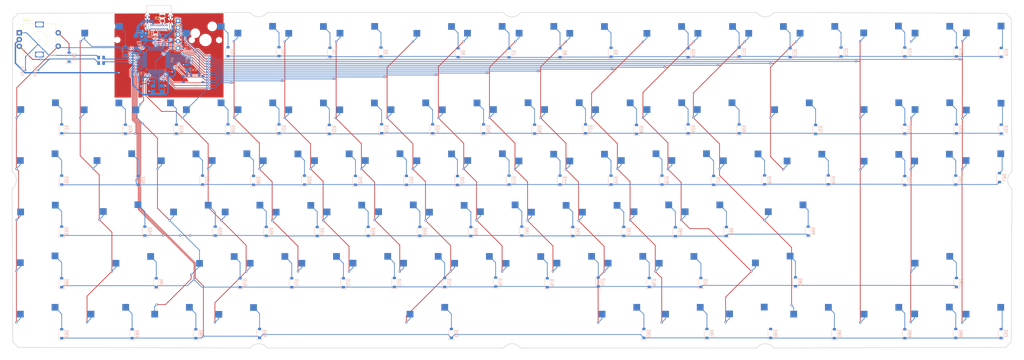
<source format=kicad_pcb>
(kicad_pcb (version 20221018) (generator pcbnew)
  (layers (0 "F.Cu" signal) (31 "B.Cu" signal) (34 "B.Paste" user) (35 "F.Paste" user) (36 "B.SilkS" user "B.Silkscreen") (37 "F.SilkS" user "F.Silkscreen") (38 "B.Mask" user) (39 "F.Mask" user) (44 "Edge.Cuts" user))
  (net 0 "")
  (net 1 "+5V")
  (net 2 "Net-(C101-Pad1)")
  (net 3 "GND")
  (net 4 "ROW1")
  (net 5 "Net-(D1-A)")
  (net 6 "Net-(D2-A)")
  (net 7 "Net-(D3-A)")
  (net 8 "Net-(D4-A)")
  (net 9 "Net-(D5-A)")
  (net 10 "Net-(D6-A)")
  (net 11 "Net-(D7-A)")
  (net 12 "Net-(D8-A)")
  (net 13 "Net-(D9-A)")
  (net 14 "Net-(D10-A)")
  (net 15 "Net-(D11-A)")
  (net 16 "Net-(D12-A)")
  (net 17 "Net-(D13-A)")
  (net 18 "Net-(C102-Pad1)")
  (net 19 "Net-(D14-A)")
  (net 20 "Net-(D15-A)")
  (net 21 "Net-(D16-A)")
  (net 22 "Net-(D17-A)")
  (net 23 "Net-(D18-A)")
  (net 24 "Net-(D19-A)")
  (net 25 "Net-(D20-A)")
  (net 26 "Net-(D21-A)")
  (net 27 "Net-(D22-A)")
  (net 28 "Net-(D23-A)")
  (net 29 "Net-(D24-A)")
  (net 30 "Net-(D25-A)")
  (net 31 "Net-(D26-A)")
  (net 32 "Net-(D27-A)")
  (net 33 "Net-(D28-A)")
  (net 34 "Net-(D29-A)")
  (net 35 "Net-(D30-A)")
  (net 36 "Net-(D31-A)")
  (net 37 "ROW2")
  (net 38 "Net-(D32-A)")
  (net 39 "Net-(D33-A)")
  (net 40 "Net-(D35-A)")
  (net 41 "Net-(D36-A)")
  (net 42 "Net-(D37-A)")
  (net 43 "Net-(D38-A)")
  (net 44 "Net-(D39-A)")
  (net 45 "Net-(D40-A)")
  (net 46 "Net-(D41-A)")
  (net 47 "Net-(D42-A)")
  (net 48 "Net-(D43-A)")
  (net 49 "Net-(D44-A)")
  (net 50 "Net-(D45-A)")
  (net 51 "Net-(D46-A)")
  (net 52 "Net-(D47-A)")
  (net 53 "Net-(D48-A)")
  (net 54 "Net-(D49-A)")
  (net 55 "ROW3")
  (net 56 "Net-(D50-A)")
  (net 57 "Net-(D51-A)")
  (net 58 "Net-(D52-A)")
  (net 59 "Net-(D53-A)")
  (net 60 "Net-(D54-A)")
  (net 61 "Net-(D55-A)")
  (net 62 "Net-(D56-A)")
  (net 63 "Net-(D57-A)")
  (net 64 "Net-(D58-A)")
  (net 65 "Net-(D59-A)")
  (net 66 "Net-(D60-A)")
  (net 67 "Net-(D61-A)")
  (net 68 "Net-(D62-A)")
  (net 69 "Net-(D63-A)")
  (net 70 "Net-(D64-A)")
  (net 71 "Net-(D65-A)")
  (net 72 "Net-(D66-A)")
  (net 73 "Net-(D67-A)")
  (net 74 "ROW4")
  (net 75 "Net-(D68-A)")
  (net 76 "Net-(D69-A)")
  (net 77 "Net-(D70-A)")
  (net 78 "Net-(D71-A)")
  (net 79 "Net-(D72-A)")
  (net 80 "Net-(D73-A)")
  (net 81 "Net-(D74-A)")
  (net 82 "Net-(D75-A)")
  (net 83 "Net-(D76-A)")
  (net 84 "Net-(D77-A)")
  (net 85 "Net-(D78-A)")
  (net 86 "Net-(D79-A)")
  (net 87 "Net-(D80-A)")
  (net 88 "Net-(D81-A)")
  (net 89 "Net-(D82-A)")
  (net 90 "Net-(D83-A)")
  (net 91 "Net-(D84-A)")
  (net 92 "Net-(D85-A)")
  (net 93 "Net-(D87-A)")
  (net 94 "Net-(D88-A)")
  (net 95 "Net-(D89-A)")
  (net 96 "Net-(D90-A)")
  (net 97 "Net-(D91-A)")
  (net 98 "Net-(D92-A)")
  (net 99 "Net-(D93-A)")
  (net 100 "+3V3")
  (net 101 "HSE_IN")
  (net 102 "HSE_OUT")
  (net 103 "NRST")
  (net 104 "SWDIO")
  (net 105 "Net-(D86-A)")
  (net 106 "ENCODER_A")
  (net 107 "ENCODER_B")
  (net 108 "COL1")
  (net 109 "COL3")
  (net 110 "COL4")
  (net 111 "COL5")
  (net 112 "COL6")
  (net 113 "COL8")
  (net 114 "COL9")
  (net 115 "COL10")
  (net 116 "COL11")
  (net 117 "COL13")
  (net 118 "COL14")
  (net 119 "COL15")
  (net 120 "COL16")
  (net 121 "COL17")
  (net 122 "COL0")
  (net 123 "COL2")
  (net 124 "COL7")
  (net 125 "Net-(J1-CC1)")
  (net 127 "Net-(J1-CC2)")
  (net 129 "USB_CON_D+")
  (net 130 "USB_CON_D-")
  (net 131 "COL12")
  (net 133 "ROW5")
  (net 134 "SWCLK")
  (net 135 "BOOT0")
  (net 136 "ROW0")
  (net 139 "Net-(SW3-C)")
  (net 140 "+3.3VA")
  (net 141 "Net-(C108-Pad1)")
  (footprint "MX_Only:MXOnly-1U-Hotswap" (layer "F.Cu") (at 123.585 123.79)
    (fp_text reference "MX71")
    (fp_text value "MX_SW_HS")
  )
  (footprint "MX_Only:MXOnly-1U-Hotswap" (layer "F.Cu") (at 242.725 85.67)
    (fp_text reference "MX45")
    (fp_text value "MX_SW_HS")
  )
  (footprint "MX_Only:MXOnly-1U-Hotswap" (layer "F.Cu") (at 166.5 85.5)
    (fp_text reference "MX41")
    (fp_text value "MX_SW_HS")
  )
  (footprint "MX_Only:MXOnly-1U-Hotswap" (layer "F.Cu") (at 254.75 142.75)
    (fp_text reference "MX92")
    (fp_text value "MX_SW_HS")
  )
  (footprint "MX_Only:MXOnly-1U-Hotswap" (layer "F.Cu") (at 119 38)
    (fp_text reference "MX3")
    (fp_text value "MX_SW_HS")
  )
  (footprint "MX_Only:MXOnly-6.25U-Hotswap-ReversedStabilizers" (layer "F.Cu") (at 183.17 142.75)
    (fp_text reference "MX93")
    (fp_text value "MX_SW_HS")
  )
  (footprint "MX_Only:MXOnly-1U-Hotswap" (layer "F.Cu") (at 237.92 123.75)
    (fp_text reference "MX77")
    (fp_text value "MX_SW_HS")
  )
  (footprint "Resistor_SMD:R_0805_2012Metric" (layer "F.Cu") (at 81.2 35.9875 -90)
    (fp_text reference "R1")
    (fp_text value "5.1k" hide)
  )
  (footprint "MX_Only:MXOnly-1U-Hotswap" (layer "F.Cu") (at 161.92 123.75)
    (fp_text reference "MX73")
    (fp_text value "MX_SW_HS")
  )
  (footprint "MX_Only:MXOnly-1U-Hotswap" (layer "F.Cu") (at 37.908 123.58)
    (fp_text reference "MX68")
    (fp_text value "MX_SW_HS")
  )
  (footprint "MX_Only:MXOnly-1U-Hotswap" (layer "F.Cu") (at 214.25 66.5)
    (fp_text reference "MX26")
    (fp_text value "MX_SW_HS")
  )
  (footprint "MX_Only:MXOnly-1U-Hotswap" (layer "F.Cu") (at 223.835 38.04)
    (fp_text reference "MX8")
    (fp_text value "MX_SW_HS")
  )
  (footprint "MX_Only:MXOnly-1U-Hotswap" (layer "F.Cu") (at 352.42 142.75)
    (fp_text reference "MX89")
    (fp_text value "MX_SW_HS")
  )
  (footprint "MX_Only:MXOnly-1U-Hotswap" (layer "F.Cu") (at 271.46 38.08)
    (fp_text reference "MX10")
    (fp_text value "MX_SW_HS")
  )
  (footprint "MX_Only:MXOnly-1U-Hotswap" (layer "F.Cu") (at 352.42 85.75)
    (fp_text reference "MX50")
    (fp_text value "MX_SW_HS")
  )
  (footprint "MX_Only:MXOnly-1U-Hotswap" (layer "F.Cu") (at 61.71 66.58)
    (fp_text reference "MX18")
    (fp_text value "MX_SW_HS")
  )
  (footprint "MX_Only:MXOnly-1U-Hotswap" (layer "F.Cu") (at 185.71 85.58)
    (fp_text reference "MX42")
    (fp_text value "MX_SW_HS")
  )
  (footprint "MX_Only:MXOnly-1U-Hotswap" (layer "F.Cu") (at 95.025 104.67)
    (fp_text reference "MX55")
    (fp_text value "MX_SW_HS")
  )
  (footprint "MX_Only:MXOnly-1U-Hotswap" (layer "F.Cu") (at 209.408 104.58)
    (fp_text reference "MX61")
    (fp_text value "MX_SW_HS")
  )
  (footprint "MX_Only:MXOnly-1U-Hotswap" (layer "F.Cu") (at 276.06 123.79)
    (fp_text reference "MX79")
    (fp_text value "MX_SW_HS")
  )
  (footprint "MX_Only:MXOnly-1U-Hotswap" (layer "F.Cu") (at 390.42 142.75)
    (fp_text reference "MX52")
    (fp_text value "MX_SW_HS")
  )
  (footprint "Connector_PinHeader_2.54mm:PinHeader_1x05_P2.54mm_Vertical" (layer "F.Cu") (at 89.6 30.9)
    (fp_text reference "J2" hide)
    (fp_text value "Conn_01x05_Male" hide)
  )
  (footprint "MX_Only:MXOnly-1U-Hotswap" (layer "F.Cu") (at 185.71 38.08)
    (fp_text reference "MX6")
    (fp_text value "MX_SW_HS")
  )
  (footprint "MX_Only:MXOnly-1U-Hotswap" (layer "F.Cu") (at 323.725 85.67)
    (fp_text reference "MX49")
    (fp_text value "MX_SW_HS")
  )
  (footprint "MX_Only:MXOnly-1U-Hotswap" (layer "F.Cu") (at 223.775 85.67)
    (fp_text reference "MX44")
    (fp_text value "MX_SW_HS")
  )
  (footprint "MX_Only:MXOnly-1U-Hotswap" (layer "F.Cu") (at 38.08 66.5)
    (fp_text reference "MX17")
    (fp_text value "MX_SW_HS")
  )
  (footprint "MX_Only:MXOnly-1U-Hotswap" (layer "F.Cu") (at 37.92 142.75)
    (fp_text reference "MX82")
    (fp_text value "MX_SW_HS")
  )
  (footprint "MX_Only:MXOnly-1U-Hotswap" (layer "F.Cu") (at 195.21 66.58)
    (fp_text reference "MX25")
    (fp_text value "MX_SW_HS")
  )
  (footprint "MX_Only:MXOnly-1U-Hotswap" (layer "F.Cu") (at 390.525 66.67)
    (fp_text reference "MX34")
    (fp_text value "MX_SW_HS")
  )
  (footprint "MX_Only:MXOnly-1U-Hotswap" (layer "F.Cu") (at 328.56 38.04)
    (fp_text reference "MX13")
    (fp_text value "MX_SW_HS")
  )
  (footprint "MX_Only:MXOnly-1U-Hotswap" (layer "F.Cu") (at 204.67 85.5)
    (fp_text reference "MX43")
    (fp_text value "MX_SW_HS")
  )
  (footprint "MX_Only:MXOnly-1U-Hotswap" (layer "F.Cu") (at 114.275 104.67)
    (fp_text reference "MX56")
    (fp_text value "MX_SW_HS")
  )
  (footprint "MX_Only:MXOnly-1U-Hotswap" (layer "F.Cu") (at 137.96 38.08)
    (fp_text reference "MX4")
    (fp_text value "MX_SW_HS")
  )
  (footprint "MX_Only:MXOnly-1U-Hotswap" (layer "F.Cu") (at 326.17 142.75)
    (fp_text reference "MX81")
    (fp_text value "MX_SW_HS")
  )
  (footprint "MX_Only:MXOnly-1U-Hotswap" (layer "F.Cu") (at 90.46 85.58)
    (fp_text reference "MX37")
    (fp_text value "MX_SW_HS")
  )
  (footprint "MX_Only:MXOnly-1U-Hotswap" (layer "F.Cu") (at 171.46 104.58)
    (fp_text reference "MX59")
    (fp_text value "MX_SW_HS")
  )
  (footprint "MX_Only:MXOnly-1U-Hotswap" (layer "F.Cu") (at 37.92 85.5)
    (fp_text reference "MX35")
    (fp_text value "MX_SW_HS")
  )
  (footprint "MX_Only:MXOnly-1U-Hotswap" (layer "F.Cu") (at 371.275 142.67)
    (fp_text reference "MX88")
    (fp_text value "MX_SW_HS")
  )
  (footprint "MX_Only:MXOnly-1U-Hotswap" (layer "F.Cu") (at 299.96 85.58)
    (fp_text reference "MX48")
    (fp_text value "MX_SW_HS")
  )
  (footprint "MX_Only:MXOnly-1U-Hotswap" (layer "F.Cu") (at 66.5 85.5)
    (fp_text reference "MX36")
    (fp_text value "MX_SW_HS")
  )
  (footprint "MX_Only:MXOnly-1U-Hotswap" (layer "F.Cu") (at 199.81 123.79)
    (fp_text reference "MX75")
    (fp_text value "MX_SW_HS")
  )
  (footprint "Resistor_SMD:R_0805_2012Metric" (layer "F.Cu") (at 83.75 30 90)
    (fp_text reference "R2")
    (fp_text value "5.1k")
  )
  (footprint "MX_Only:MXOnly-1U-Hotswap" (layer "F.Cu") (at 68.83 104.5)
    (fp_text reference "MX54")
    (fp_text value "MX_SW_HS")
  )
  (footprint "MX_Only:MXOnly-2.75U-Hotswap" (layer "F.Cu") (at 311.92 123.66)
    (fp_text reference "MX80")
    (fp_text value "MX_SW_HS")
  )
  (footprint "MX_Only:MXOnly-1U-Hotswap" (layer "F.Cu") (at 80.96 66.58)
    (fp_text reference "MX19")
    (fp_text value "MX_SW_HS")
  )
  (footprint "Rotary_Encoder:RotaryEncoder_Alps_EC11E-Switch_Vertical_H20mm" (layer "F.Cu") (at 30.45 35.35)
    (fp_text reference "SW2")
    (fp_text value "RotaryEncoder_Switch")
  )
  (footprint "MX_Only:MXOnly-1U-Hotswap" (layer "F.Cu") (at 271.5 66.5)
    (fp_text reference "MX29")
    (fp_text value "MX_SW_HS")
  )
  (footprint "MX_Only:MXOnly-1U-Hotswap" (layer "F.Cu") (at 111.908 142.83)
    (fp_text reference "MX85")
    (fp_text value "MX_SW_HS")
  )
  (footprint "MX_Only:MXOnly-1U-Hotswap" (layer "F.Cu") (at 99.835 38.04)
    (fp_text reference "MX2")
    (fp_text value "MX_SW_HS")
  )
  (footprint "MX_Only:MXOnly-2.25U-Hotswap" (layer "F.Cu") (at 316.71 104.58)
    (fp_text reference "MX66")
    (fp_text value "MX_SW_HS")
  )
  (footprint "MX_Only:MXOnly-1U-Hotswap" (layer "F.Cu") (at 280.75 85.5)
    (fp_text reference "MX47")
    (fp_text value "MX_SW_HS")
  )
  (footprint "MX_Only:MXOnly-1U-Hotswap" (layer "F.Cu") (at 390.525 37.92)
    (fp_text reference "MX16")
    (fp_text value "MX_SW_HS")
  )
  (footprint "MX_Only:MXOnly-1U-Hotswap" (layer "F.Cu") (at 157.06 38.04)
    (fp_text reference "MX5")
    (fp_text value "MX_SW_HS")
  )
  (footprint "MX_Only:MXOnly-1U-Hotswap" (layer "F.Cu") (at 64.25 142.75)
    (fp_text reference "MX83")
    (fp_text value "MX_SW_HS")
  )
  (footprint "MX_Only:MXOnly-1U-Hotswap" (layer "F.Cu") (at 290.25 66.5)
    (fp_text reference "MX30")
    (fp_text value "MX_SW_HS")
  )
  (footprint "MX_Only:MXOnly-1U-Hotswap" (layer "F.Cu") (at 180.745 123.76)
    (fp_text reference "MX74")
    (fp_text value "MX_SW_HS")
  )
  (footprint "MX_Only:MXOnly-1U-Hotswap" (layer "F.Cu") (at 61.92 38)
    (fp_text reference "MX1")
    (fp_text value "MX_SW_HS")
  )
  (footprint "MX_Only:MXOnly-1U-Hotswap" (layer "F.Cu") (at 319.06 66.54)
    (fp_text reference "MX31")
    (fp_text value "MX_SW_HS")
  )
  (footprint "MX_Only:MXOnly-1U-Hotswap" (layer "F.Cu") (at 390.42 85.5)
    (fp_text reference "MX67")
    (fp_text value "MX_SW_HS")
  )
  (footprint "MX_Only:MXOnly-1U-Hotswap" (layer "F.Cu") (at 352.42 66.5)
    (fp_text reference "MX32")
    (fp_text value "MX_SW_HS")
  )
  (footprint "MX_Only:MXOnly-1U-Hotswap" (layer "F.Cu") (at 257 123.75)
    (fp_text reference "MX78")
    (fp_text value "MX_SW_HS")
  )
  (footprint "MX_Only:MXOnly-1U-Hotswap" (layer "F.Cu") (at 371.42 123.75)
    (fp_text reference "MX87")
    (fp_text value "MX_SW_HS")
  )
  (footprint "MX_Only:MXOnly-1U-Hotswap" (layer "F.Cu") (at 371.275 85.67)
    (fp_text reference "MX51")
    (fp_text value "MX_SW_HS")
  )
  (footprint "MX_Only:MXOnly-1U-Hotswap" (layer "F.Cu") (at 218.96 123.83)
    (fp_text reference "MX76")
    (fp_text value "MX_SW_HS")
  )
  (footprint "MX_Only:MXOnly-1U-Hotswap" (layer "F.Cu") (at 352.275 37.92)
    (fp_text reference "MX14")
    (fp_text value "MX_SW_HS")
  )
  (footprint "MX_Only:MXOnly-1U-Hotswap" (layer "F.Cu") (at 228.42 104.75)
    (fp_text reference "MX62")
    (fp_text value "MX_SW_HS")
  )
  (footprint "MX_Only:MXOnly-1U-Hotswap" (layer "F.Cu") (at 309.408 38.08)
    (fp_text reference "MX12")
    (fp_text value "MX_SW_HS")
  )
  (footprint "MX_Only:MXOnly-1U-Hotswap" (layer "F.Cu") (at 266.658 104.58)
    (fp_text reference "MX64")
    (fp_text value "MX_SW_HS")
  )
  (footprint "MX_Only:MXOnly-1U-Hotswap" (layer "F.Cu") (at 104.71 123.83)
    (fp_text reference "MX70")
    (fp_text value "MX_SW_HS")
  )
  (footprint "MX_Only:MXOnly-1U-Hotswap" (layer "F.Cu") (at 302.275 142.67)
    (fp_text reference "MX90")
    (fp_text value "MX_SW_HS")
  )
  (footprint "MX_Only:MXOnly-1U-Hotswap" (layer "F.Cu") (at 290.46 38.08)
    (fp_text reference "MX11")
    (fp_text value "MX_SW_HS")
  )
  (footprint "MX_Only:MXOnly-1U-Hotswap" (layer "F.Cu") (at 88 142.75)
    (fp_text reference "MX84")
    (fp_text value "MX_SW_HS")
  )
  (footprint "MX_Only:MXOnly-1U-Hotswap" (layer "F.Cu") (at 242.71 38.08)
    (fp_text reference "MX9")
    (fp_text value "MX_SW_HS")
  )
  (footprint "MX_Only:MXOnly-1U-Hotswap" (layer "F.Cu") (at 119.06 66.54)
    (fp_text reference "MX21")
    (fp_text value "MX_SW_HS")
  )
  (footprint "MX_Only:MXOnly-1U-Hotswap" (layer "F.Cu") (at 38.025 104.67)
    (fp_text reference "MX53")
    (fp_text value "MX_SW_HS")
  )
  (footprint "MX_Only:MXOnly-1U-Hotswap" (layer "F.Cu") (at 233.33 66.5)
    (fp_text reference "MX27")
    (fp_text value "MX_SW_HS")
  )
  (footprint "MX_Only:MXOnly-1U-Hotswap" (layer "F.Cu") (at 142.835 123.79)
    (fp_text reference "MX72")
    (fp_text value "MX_SW_HS")
  )
  (footprint "MX_Only:MXOnly-1U-Hotswap" (layer "F.Cu") (at 109.42 85.5)
    (fp_text reference "MX38")
    (fp_text value "MX_SW_HS")
  )
  (footprint "MX_Only:MXOnly-1U-Hotswap" (layer "F.Cu") (at 278.42 142.75)
    (fp_text reference "MX91")
    (fp_text value "MX_SW_HS")
  )
  (footprint "MX_Only:MXOnly-1U-Hotswap" (layer "F.Cu") (at 128.46 85.58)
    (fp_text reference "MX39")
    (fp_text value "MX_SW_HS")
  )
  (footprint "MX_Only:MXOnly-1U-Hotswap" (layer "F.Cu") (at 247.42 104.75)
    (fp_text reference "MX63")
    (fp_text value "MX_SW_HS")
  )
  (footprint "MX_Only:MXOnly-1U-Hotswap" (layer "F.Cu") (at 285.71 104.58)
    (fp_text reference "MX65")
    (fp_text value "MX_SW_HS")
  )
  (footprint "MX_Only:MXOnly-1U-Hotswap" (layer "F.Cu") (at 252.31 66.54)
    (fp_text reference "MX28")
    (fp_text value "MX_SW_HS")
  )
  (footprint "MX_Only:MXOnly-1U-Hotswap" (layer "F.Cu") (at 156.96 66.58)
    (fp_text reference "MX23")
    (fp_text value "MX_SW_HS")
  )
  (footprint "MX_Only:MXOnly-1U-Hotswap" (layer "F.Cu") (at 261.92 85.5)
    (fp_text reference "MX46")
    (fp_text value "MX_SW_HS")
  )
  (footprint "MX_Only:MXOnly-1U-Hotswap" (layer "F.Cu") (at 99.81 66.54)
    (fp_text reference "MX20")
    (fp_text value "MX_SW_HS")
  )
  (footprint "MX_Only:MXOnly-1U-Hotswap" (layer "F.Cu") (at 190.42 104.75)
    (fp_text reference "MX60")
    (fp_text value "MX_SW_HS")
  )
  (footprint "MX_Only:MXOnly-1U-Hotswap" (layer "F.Cu") (at 371.42 66.5)
    (fp_text reference "MX33")
    (fp_text value "MX_SW_HS")
  )
  (footprint "MX_Only:MXOnly-1U-Hotswap" (layer "F.Cu") (at 176.085 66.54)
    (fp_text reference "MX24")
    (fp_text value "MX_SW_HS")
  )
  (footprint "MX_Only:MXOnly-1U-Hotswap" (layer "F.Cu") (at 133.25 104.75)
    (fp_text reference "MX57")
    (fp_text value "MX_SW_HS")
  )
  (footprint "MX_Only:MXOnly-1U-Hotswap" (layer "F.Cu") (at 152.225 104.66)
    (fp_text reference "MX58")
    (fp_text value "MX_SW_HS")
  )
  (footprint "MX_Only:MXOnly-1U-Hotswap" (layer "F.Cu") (at 147.56 85.54)
    (fp_text reference "MX40")
    (fp_text value "MX_SW_HS")
  )
  (footprint "MX_Only:MXOnly-1U-Hotswap" (layer "F.Cu") (at 371.42 38)
    (fp_text reference "MX15")
    (fp_text value "MX_SW_HS")
  )
  (footprint "MX_Only:MXOnly-1U-Hotswap" (layer "F.Cu") (at 204.585 38.04)
    (fp_text reference "MX7")
    (fp_text value "MX_SW_HS")
  )
  (footprint "MX_Only:MXOnly-2.25U-Hotswap" (layer "F.Cu") (at 73.56 123.79)
    (fp_text reference "MX69")
    (fp_text value "MX_SW_HS")
  )
  (footprint "MX_Only:MXOnly-1U-Hotswap" (layer "F.Cu") (at 137.96 66.58)
    (fp_text reference "MX22")
    (fp_text value "MX_SW_HS")
  )
  (footprint "Capacitor_SMD:C_0402_1005Metric" (layer "B.Cu") (at 76.7 53.82 -90)
    (fp_text reference "C104" hide)
    (fp_text value "1uF" hide)
  )
  (footprint "Diode_SMD:D_SOD-123" (layer "B.Cu") (at 70 71.25 90)
    (fp_text reference "D18")
    (fp_text value "D_Small")
  )
  (footprint "Diode_SMD:D_SOD-123" (layer "B.Cu") (at 255.75 109.35 90)
    (fp_text reference "D63")
    (fp_text value "D_Small")
  )
  (footprint "PCM_marbastlib-various:USB_C_Receptacle_GCT_USB4085_CUSTOM" (layer "B.Cu") (at 79.5 33.9)
    (fp_text reference "J1")
    (fp_text value "USB_C_Receptacle_USB2.0")
  )
  (footprint "Diode_SMD:D_SOD-123" (layer "B.Cu") (at 270 90.25 90)
    (fp_text reference "D46")
    (fp_text value "D_Small")
  )
  (footprint "Resistor_SMD:R_0805_2012Metric" (layer "B.Cu") (at 60.9375 46.65 180)
    (fp_text reference "R6" hide)
    (fp_text value "10k" hide)
  )
  (footprint "Capacitor_SMD:C_0402_1005Metric" (layer "B.Cu") (at 91.55 40.57 90)
    (fp_text reference "C107")
    (fp_text value "100nF" hide)
  )
  (footprint "Diode_SMD:D_SOD-123" (layer "B.Cu") (at 360.5 147.5 90)
    (fp_text reference "D89")
    (fp_text value "D_Small")
  )
  (footprint "Capacitor_SMD:C_0402_1005Metric" (layer "B.Cu") (at 37.5 49.75 -90)
    (fp_text reference "C102")
    (fp_text value "100nF")
  )
  (footprint "Diode_SMD:D_SOD-123" (layer "B.Cu") (at 165.5 71.1 90)
    (fp_text reference "D23")
    (fp_text value "D_Small")
  )
  (footprint "Diode_SMD:D_SOD-123" (layer "B.Cu") (at 174.75 90.35 90)
    (fp_text reference "D41")
    (fp_text value "D_Small")
  )
  (footprint "Diode_SMD:D_SOD-123" (layer "B.Cu") (at 396.45 71.25 90)
    (fp_text reference "D34")
    (fp_text value "D_Small")
  )
  (footprint "Diode_SMD:D_SOD-123" (layer "B.Cu") (at 117.75 90.35 90)
    (fp_text reference "D38")
    (fp_text value "D_Small")
  )
  (footprint "Capacitor_SMD:C_0402_1005Metric" (layer "B.Cu") (at 32.75 49.75 -90)
    (fp_text reference "C101")
    (fp_text value "100nF")
  )
  (footprint "Diode_SMD:D_SOD-123" (layer "B.Cu") (at 395.8 89.3 90)
    (fp_text reference "D67")
    (fp_text value "D_Small" hide)
  )
  (footprint "Diode_SMD:D_SOD-123" (layer "B.Cu") (at 294 109.4 90)
    (fp_text reference "D65")
    (fp_text value "D_Small")
  )
  (footprint "Diode_SMD:D_SOD-123" (layer "B.Cu") (at 189 128.4 90)
    (fp_text reference "D74")
    (fp_text value "D_Small")
  )
  (footprint "Diode_SMD:D_SOD-123" (layer "B.Cu") (at 379.75 128.4 90)
    (fp_text reference "D87")
    (fp_text value "D_Small")
  )
  (footprint "Diode_SMD:D_SOD-123" (layer "B.Cu") (at 96.25 147.5 90)
    (fp_text reference "D84")
    (fp_text value "D_Small")
  )
  (footprint "Diode_SMD:D_SOD-123" (layer "B.Cu") (at 146 71.35 90)
    (fp_text reference "D22")
    (fp_text value "D_Small")
  )
  (footprint "Diode_SMD:D_SOD-123" (layer "B.Cu") (at 81.5 128.5 90)
    (fp_text reference "D69")
    (fp_text value "D_Small")
  )
  (footprint "Diode_SMD:D_SOD-123" (layer "B.Cu") (at 246.25 128.25 90)
    (fp_text reference "D77")
    (fp_text value "D_Small")
  )
  (footprint "Package_TO_SOT_SMD:SOT-23-3" (layer "B.Cu") (at 75.0625 36.9 180)
    (fp_text reference "U2")
    (fp_text value "XC6206PxxxMR" hide)
  )
  (footprint "Inductor_SMD:L_0603_1608Metric" (layer "B.Cu") (at 75.9 52)
    (fp_text reference "FB1")
    (fp_text value "120R" hide)
  )
  (footprint "Diode_SMD:D_SOD-123" (layer "B.Cu") (at 184.5 71.15 90)
    (fp_text reference "D24")
    (fp_text value "D_Small")
  )
  (footprint "Crystal:Crystal_SMD_5032-4Pin_5.0x3.2mm" (layer "B.Cu") (at 81.91 56.1 180)
    (fp_text reference "Y1" hide)
    (fp_text value "8MHz" hide)
  )
  (footprint "Diode_SMD:D_SOD-123" (layer "B.Cu") (at 241.5 71.15 90)
    (fp_text reference "D27")
    (fp_text value "D_Small")
  )
  (footprint "Diode_SMD:D_SOD-123" (layer "B.Cu") (at 127.25 42.35 90)
    (fp_text reference "D3")
    (fp_text value "D_Small")
  )
  (footprint "Diode_SMD:D_SOD-123" (layer "B.Cu") (at 98.75 90.25 90)
    (fp_text reference "D37")
    (fp_text value "D_Small")
  )
  (footprint "Diode_SMD:D_SOD-123" (layer "B.Cu") (at 46.25 71.15 90)
    (fp_text reference "D17")
    (fp_text value "D_Small")
  )
  (footprint "Capacitor_SMD:C_0402_1005Metric" (layer "B.Cu") (at 77.6 36.87 90)
    (fp_text reference "C98")
    (fp_text value "1uF" hide)
  )
  (footprint "Diode_SMD:D_SOD-123" (layer "B.Cu") (at 396.4 147.45 90)
    (fp_text reference "D52")
    (fp_text value "D_Small")
  )
  (footprint "Diode_SMD:D_SOD-123" (layer "B.Cu") (at 193.75 90.4 90)
    (fp_text reference "D42")
    (fp_text value "D_Small")
  )
  (footprint "Diode_SMD:D_SOD-123" (layer "B.Cu") (at 310.5 147.4 90)
    (fp_text reference "D90")
    (fp_text value "D_Small")
  )
  (footprint "Resistor_SMD:R_0805_2012Metric" (layer "B.Cu") (at 93 48.1375 90)
    (fp_text reference "R7")
    (fp_text value "10k" hide)
  )
  (footprint "Diode_SMD:D_SOD-123" (layer "B.Cu") (at 160.5 109.35 90)
    (fp_text reference "D58")
    (fp_text value "D_Small")
  )
  (footprint "Diode_SMD:D_SOD-123" (layer "B.Cu") (at 191.5 147.4 90)
    (fp_text reference "D93")
    (fp_text value "D_Small")
  )
  (footprint "Diode_SMD:D_SOD-123" (layer "B.Cu") (at 46.25 109.25 90)
    (fp_text reference "D53")
    (fp_text value "D_Small")
  )
  (footprint "Capacitor_SMD:C_0805_2012Metric" (layer "B.Cu") (at 73.95 41.95 -90)
    (fp_text reference "C106" hide)
    (fp_text value "10uF" hide)
  )
  (footprint "Diode_SMD:D_SOD-123" (layer "B.Cu") (at 194 42.75 90)
    (fp_text reference "D6")
    (fp_text value "D_Small")
  )
  (footprint "Capacitor_SMD:C_0402_1005Metric" (layer "B.Cu") (at 80.32 52)
    (fp_text reference "C105" hide)
    (fp_text value "10nF" hide)
  )
  (footprint "Diode_SMD:D_SOD-123" (layer "B.Cu") (at 108.25 71.15 90)
    (fp_text reference "D20")
    (fp_text value "D_Small")
  )
  (footprint "Diode_SMD:D_SOD-123" (layer "B.Cu") (at 317.75 42.75 90)
    (fp_text reference "D12")
    (fp_text value "D_Small")
  )
  (footprint "Diode_SMD:D_SOD-123" (layer "B.Cu") (at 151.25 128.5 90)
    (fp_text reference "D72")
    (fp_text value "D_Small")
  )
  (footprint "Diode_SMD:D_SOD-123" (layer "B.Cu") (at 136.75 90.25 90)
    (fp_text reference "D39")
    (fp_text value "D_Small")
  )
  (footprint "Diode_SMD:D_SOD-123" (layer "B.Cu") (at 232 90.25 90)
    (fp_text reference "D44")
    (fp_text value "D_Small")
  )
  (footprint "Diode_SMD:D_SOD-123" (layer "B.Cu") (at 263.25 147.4 90)
    (fp_text reference "D92")
    (fp_text value "D_Small")
  )
  (footprint "Diode_SMD:D_SOD-123" (layer "B.Cu") (at 49 44.4 90)
    (fp_text reference "D86")
    (fp_text value "D_Small")
  )
  (footprint "Diode_SMD:D_SOD-123" (layer "B.Cu") (at 379.5 90.25 90)
    (fp_text reference "D51")
    (fp_text value "D_Small")
  )
  (footprint "Diode_SMD:D_SOD-123" (layer "B.Cu") (at 396.45 42.65 90)
    (fp_text reference "D16")
    (fp_text value "D_Small")
  )
  (footprint "Diode_SMD:D_SOD-123" (layer "B.Cu") (at 46.25 90.25 90)
    (fp_text reference "D35")
    (fp_text value "D_Small")
  )
  (footprint "Diode_SMD:D_SOD-123" (layer "B.Cu") (at 141.5 109.4 90)
    (fp_text reference "D57")
    (fp_text value "D_Small")
  )
  (footprint "Diode_SMD:D_SOD-123" (layer "B.Cu") (at 379.75 42.5 90)
    (fp_text reference "D15")
    (fp_text value "D_Small")
  )
  (footprint "Diode_SMD:D_SOD-123" (layer "B.Cu") (at 260.5 71.35 90)
    (fp_text reference "D28")
    (fp_text value "D_Small")
  )
  (footprint "Diode_SMD:D_SOD-123" (layer "B.Cu") (at 213 42.85 90)
    (fp_text reference "D7")
    (fp_text value "D_Small")
  )
  (footprint "Diode_SMD:D_SOD-123" (layer "B.Cu") (at 289.25 90.35 90)
    (fp_text reference "D47")
    (fp_text value "D_Small")
  )
  (footprint "Diode_SMD:D_SOD-123" (layer "B.Cu") (at 298.75 42.5 90)
    (fp_text reference "D11")
    (fp_text value "D_Small")
  )
  (footprint "Diode_SMD:D_SOD-123" (layer "B.Cu") (at 120 147.4 90)
    (fp_text reference "D85")
    (fp_text value "D_Small")
  )
  (footprint "Diode_SMD:D_SOD-123" (layer "B.Cu") (at 170.25 128.4 90)
    (fp_text reference "D73")
    (fp_text value "D_Small")
  )
  (footprint "Diode_SMD:D_SOD-123" (layer "B.Cu") (at 284.5 128.4 90)
    (fp_text reference "D79")
    (fp_text value "D_Small")
  )
  (footprint "Capacitor_SMD:C_0402_1005Metric" (layer "B.Cu") (at 85.72 49.9)
    (fp_text reference "C95" hide)
    (fp_text value "100nF" hide)
  )
  (footprint "Diode_SMD:D_SOD-123" (layer "B.Cu") (at 122.5 109.35 90)
    (fp_text reference "D56")
    (fp_text value "D_Small")
  )
  (footprint "Capacitor_SMD:C_0402_1005Metric" (layer "B.Cu") (at 80.32 53.3 180)
    (fp_text reference "C100" hide)
    (fp_text value "30p" hide)
  )
  (footprint "Diode_SMD:D_SOD-123" (layer "B.Cu") (at 279.75 71.15 90)
    (fp_text reference "D29")
    (fp_text value "D_Small")
  )
  (footprint "Diode_SMD:D_SOD-123" (layer "B.Cu") (at 379.5 147.4 90)
    (fp_text reference "D88")
    (fp_text value "D_Small")
  )
  (footprint "Diode_SMD:D_SOD-123" (layer "B.Cu") (at 222.5 71.25 90)
    (fp_text reference "D26")
    (fp_text value "D_Small")
  )
  (footprint "Diode_SMD:D_SOD-123" (layer "B.Cu") (at 103.5 109.25 90)
    (fp_text reference "D55")
    (fp_text value "D_Small")
  )
  (footprint "Diode_SMD:D_SOD-123" (layer "B.Cu") (at 327.25 71.35 90)
    (fp_text reference "D31")
    (fp_text value "D_Small")
  )
  (footprint "Diode_SMD:D_SOD-123" (layer "B.Cu") (at 227.25 128.5 90)
    (fp_text reference "D76")
    (fp_text value "D_Small")
  )
  (footprint "Diode_SMD:D_SOD-123" (layer "B.Cu") (at 251 42.6 90)
    (fp_text reference "D9")
    (fp_text value "D_Small")
  )
  (footprint "Diode_SMD:D_SOD-123" (layer "B.Cu") (at 332 90.15 90)
    (fp_text reference "D49")
    (fp_text value "D_Small")
  )
  (footprint "Button_Switch_SMD:SW_SPDT_PCM12" (layer "B.Cu") (at 95.25 52.32 180)
    (fp_text reference "SW3")
    (fp_text value "SW_SPDT")
  )
  (footprint "Diode_SMD:D_SOD-123" (layer "B.Cu") (at 251 90.25 90)
    (fp_text reference "D45")
    (fp_text value "D_Small")
  )
  (footprint "Diode_SMD:D_SOD-123" (layer "B.Cu") (at 112.75 128.5 90)
    (fp_text reference "D70")
    (fp_text value "D_Small")
  )
  (footprint "Diode_SMD:D_SOD-123" (layer "B.Cu") (at 179.75 109.35 90)
    (fp_text reference "D59")
    (fp_text value "D_Small")
  )
  (footprint "Diode_SMD:D_SOD-123" (layer "B.Cu") (at 265.25 128.4 90)
    (fp_text reference "D78")
    (fp_text value "D_Small")
  )
  (footprint "Diode_SMD:D_SOD-123" (layer "B.Cu") (at 334.25 147.5 90)
    (fp_text reference "D81")
    (fp_text value "D_Small")
  )
  (footprint "Capacitor_SMD:C_0402_1005Metric" (layer "B.Cu") (at 75.5 42.42 -90)
    (fp_text reference "C86")
    (fp_text value "100nF" hide)
  )
  (footprint "Diode_SMD:D_SOD-123" (layer "B.Cu") (at 279.75 42.75 90)
    (fp_text reference "D10")
    (fp_text value "D_Small")
  )
  (footprint "Diode_SMD:D_SOD-123" (layer "B.Cu") (at 72.5 147.5 90)
    (fp_text reference "D83")
    (fp_text value "D_Small")
  )
  (footprint "Diode_SMD:D_SOD-123" (layer "B.Cu") (at 208 128.25 90)
    (fp_text reference "D75")
    (fp_text value "D_Small")
  )
  (footprint "Diode_SMD:D_SOD-123" (layer "B.Cu") (at 298.75 71.15 90)
    (fp_text reference "D30")
    (fp_text value "D_Small")
  )
  (footprint "Diode_SMD:D_SOD-123" (layer "B.Cu") (at 324.5 109.25 90)
    (fp_text reference "D66")
    (fp_text value "D_Small")
  )
  (footprint "Diode_SMD:D_SOD-123" (layer "B.Cu") (at 308.25 90.15 90)
    (fp_text reference "D48")
    (fp_text value "D_Small")
  )
  (footprint "Diode_SMD:D_SOD-123" (layer "B.Cu") (at 198.75 109.4 90)
    (fp_text reference "D60")
    (fp_text value "D_Small")
  )
  (footprint "Diode_SMD:D_SOD-123" (layer "B.Cu") (at 379.75 71.15 90)
    (fp_text reference "D33")
    (fp_text value "D_Small")
  )
  (footprint "Capacitor_SMD:C_0402_1005Metric" (layer "B.Cu") (at 75.1 53.82 -90)
    (fp_text reference "C108" hide)
    (fp_text value "1uF" hide)
  )
  (footprint "Resistor_SMD:R_0805_2012Metric" (layer "B.Cu") (at 84.0375 36.5)
    (fp_text reference "R8")
    (fp_text value "1.5k" hide)
  )
  (footprint "Diode_SMD:D_SOD-123" (layer "B.Cu") (at 275 109.5 90)
    (fp_text reference "D64")
    (fp_text value "D_Small")
  )
  (footprint "Diode_SMD:D_SOD-123" (layer "B.Cu") (at 236.75 109.4 90)
    (fp_text reference "D62")
    (fp_text value "D_Small")
  )
  (footprint "Diode_SMD:D_SOD-123" (layer "B.Cu") (at 127.25 71.15 90)
    (fp_text reference "D21")
    (fp_text value "D_Small")
  )
  (footprint "Diode_SMD:D_SOD-123" (layer "B.Cu") (at 74.75 90.35 90)
    (fp_text reference "D36")
    (fp_text value "D_Small")
  )
  (footprint "Diode_SMD:D_SOD-123" (layer "B.Cu") (at 165.25 42.5 90)
    (fp_text reference "D5")
    (fp_text value "D_Small")
  )
  (footprint "Resistor_SMD:R_0805_2012Metric" (layer "B.Cu") (at 60.9375 44.6 180)
    (fp_text reference "R5" hide)
    (fp_text value "10k" hide)
  )
  (footprint "Capacitor_SMD:C_0402_1005Metric" (layer "B.Cu") (at 75.07 34.7)
    (fp_text reference "C97")
    (fp_text value "1uF" hide)
  )
  (footprint "Capacitor_SMD:C_0402_1005Metric" (layer "B.Cu") (at 87.4 48.42 90)
    (fp_text reference "C96")
    (fp_text value "100nF" hide)
  )
  (footprint "Diode_SMD:D_SOD-123" (layer "B.Cu") (at 70 42 90)
    (fp_text reference "D1")
    (fp_text value "D_Small")
  )
  (footprint "Diode_SMD:D_SOD-123" (layer "B.Cu") (at 132 128.5 90)
    (fp_text reference "D71")
    (fp_text value "D_Small")
  )
  (footprint "Diode_SMD:D_SOD-123" (layer "B.Cu") (at 46.25 128.5 90)
    (fp_text reference "D68")
    (fp_text value "D_Small")
  )
  (footprint "Diode_SMD:D_SOD-123" (layer "B.Cu") (at 360.5 71.25 90)
    (fp_text reference "D32")
    (fp_text value "D_Small")
  )
  (footprint "Capacitor_SMD:C_0402_1005Metric" (layer "B.Cu") (at 84.42 39.5 180)
    (fp_text reference "C94")
    (fp_text value "100nF" hide)
  )
  (footprint "Diode_SMD:D_SOD-123" (layer "B.Cu") (at 217.75 109.25 90)
    (fp_text reference "D61")
    (fp_text value "D_Small")
  )
  (footprint "Package_QFP:LQFP-48_7x7mm_P0.5mm" (layer "B.Cu") (at 81.475 45.45 90)
    (fp_text reference "U4")
    (fp_text value "STM32F303C8Tx" hide)
  )
  (footprint "Diode_SMD:D_SOD-123" (layer "B.Cu") (at 108.25 42.4 90)
    (fp_text reference "D2")
    (fp_text value "D_Small")
  )
  (footprint "Diode_SMD:D_SOD-123" (layer "B.Cu") (at 46.25 147.5 90)
    (fp_text reference "D82")
    (fp_text value "D_Small")
  )
  (footprint "Diode_SMD:D_SOD-123" (layer "B.Cu") (at 360.5 42.5 90)
    (fp_text reference "D14")
    (fp_text value "D_Small")
  )
  (footprint "Diode_SMD:D_SOD-123" (layer "B.Cu") (at 146.25 42.6 90)
    (fp_text reference "D4")
    (fp_text value "D_Small")
  )
  (footprint "Diode_SMD:D_SOD-123" (layer "B.Cu") (at 232 42.75 90)
    (fp_text reference "D8")
    (fp_text value "D_Small")
  )
  (footprint "Diode_SMD:D_SOD-123" (layer "B.Cu") (at 89 71.25 90)
    (fp_text reference "D19")
    (fp_text value "D_Small")
  )
  (footprint "Diode_SMD:D_SOD-123" (layer "B.Cu") (at 213 90.25 90)
    (fp_text reference "D43")
    (fp_text value "D_Small")
  )
  (footprint "Capacitor_SMD:C_0402_1005Metric" (layer "B.Cu") (at 82.92 53.3)
    (fp_text reference "C99" hide)
    (fp_text value "30p" hide)
  )
  (footprint "Diode_SMD:D_SOD-123" (layer "B.Cu") (at 319.75 128.15 90)
    (fp_text reference "D80")
    (fp_text value "D_Small")
  )
  (footprint "Diode_SMD:D_SOD-123" (layer "B.Cu") (at 360.5 90.4 90)
    (fp_text reference "D50")
    (fp_text value "D_Small")
  )
  (footprint "Diode_SMD:D_SOD-123" (layer "B.Cu") (at 336.75 42.5 90)
    (fp_text reference "D13")
    (fp_text value "D_Small")
  )
  (footprint "Diode_SMD:D_SOD-123" (layer "B.Cu") (at 203.5 71.15 90)
    (fp_text reference "D25")
    (fp_text value "D_Small")
  )
  (footprint "Diode_SMD:D_SOD-123" (layer "B.Cu") (at 155.75 90.35 90)
    (fp_text reference "D40")
    (fp_text value "D_Small")
  )
  (footprint "Diode_SMD:D_SOD-123" (layer "B.Cu") (at 77.25 109.25 90)
    (fp_text reference "D54")
    (fp_text value "D_Small")
  )
  (footprint "Diode_SMD:D_SOD-123" (layer "B.Cu") (at 286.75 147.4 90)
    (fp_text reference "D91")
    (fp_text value "D_Small")
  )
  (gr_line (start 400.45 87.125) (end 400.174318 29.916993) (stroke (width 0.2)) (layer "Edge.Cuts"))
  (gr_line (start 305.275 27.8) (end 217.3 27.8) (stroke (width 0.2)) (layer "Edge.Cuts"))
  (gr_line (start 122.925 152.85) (end 210.9 152.85) (stroke (width 0.2)) (layer "Edge.Cuts"))
  (gr_arc (start 305.275 152.85) (mid 308.475 151.25) (end 311.675 152.85) (stroke (width 0.2)) (layer "Edge.Cuts"))
  (gr_arc (start 29.866993 28.075682) (mid 29.062311 29.112311) (end 28.025682 29.916993) (stroke (width 0.2)) (layer "Edge.Cuts"))
  (gr_line (start 398.333007 28.075682) (end 311.675 27.8) (stroke (width 0.2)) (layer "Edge.Cuts"))
  (gr_line (start 311.675 152.85) (end 398.333007 152.574318) (stroke (width 0.2)) (layer "Edge.Cuts"))
  (gr_arc (start 28.025682 150.733007) (mid 29.062311 151.537689) (end 29.866993 152.574318) (stroke (width 0.2)) (layer "Edge.Cuts"))
  (gr_arc (start 217.3 27.8) (mid 214.1 29.4) (end 210.9 27.8) (stroke (width 0.2)) (layer "Edge.Cuts"))
  (gr_arc (start 398.333007 152.574318) (mid 399.137689 151.537689) (end 400.174318 150.733007) (stroke (width 0.2)) (layer "Edge.Cuts"))
  (gr_arc (start 210.9 152.85) (mid 214.1 151.25) (end 217.3 152.85) (stroke (width 0.2)) (layer "Edge.Cuts"))
  (gr_line (start 116.525 27.8) (end 29.866993 28.075682) (stroke (width 0.2)) (layer "Edge.Cuts"))
  (gr_line (start 29.866993 152.574318) (end 116.525 152.85) (stroke (width 0.2)) (layer "Edge.Cuts"))
  (gr_arc (start 27.75 87.125) (mid 29.35 90.325) (end 27.75 93.525) (stroke (width 0.2)) (layer "Edge.Cuts"))
  (gr_arc (start 122.925 27.8) (mid 119.725 29.4) (end 116.525 27.8) (stroke (width 0.2)) (layer "Edge.Cuts"))
  (gr_arc (start 311.675 27.8) (mid 308.475 29.4) (end 305.275 27.8) (stroke (width 0.2)) (layer "Edge.Cuts"))
  (gr_line (start 28.025682 29.916993) (end 27.75 87.125) (stroke (width 0.2)) (layer "Edge.Cuts"))
  (gr_line (start 217.3 152.85) (end 305.275 152.85) (stroke (width 0.2)) (layer "Edge.Cuts"))
  (gr_line (start 400.174318 150.733007) (end 400.45 93.525) (stroke (width 0.2)) (layer "Edge.Cuts"))
  (gr_line (start 27.75 93.525) (end 28.025682 150.733007) (stroke (width 0.2)) (layer "Edge.Cuts"))
  (gr_arc (start 400.45 93.525) (mid 398.85 90.325) (end 400.45 87.125) (stroke (width 0.2)) (layer "Edge.Cuts"))
  (gr_arc (start 116.525 152.85) (mid 119.725 151.25) (end 122.925 152.85) (stroke (width 0.2)) (layer "Edge.Cuts"))
  (gr_line (start 210.9 27.8) (end 122.925 27.8) (stroke (width 0.2)) (layer "Edge.Cuts"))
  (gr_arc (start 400.174318 29.916993) (mid 399.137689 29.112311) (end 398.333007 28.075682) (stroke (width 0.2)) (layer "Edge.Cuts"))
  (segment (start 396.905 62.128) (end 396.905 69.145) (width 0.25) (layer "B.Cu") (net 0))
  (segment (start 396.367 61.59) (end 396.905 62.128) (width 0.25) (layer "B.Cu") (net 0))
  (segment (start 396.905 69.145) (end 396.45 69.6) (width 0.25) (layer "B.Cu") (net 0))
  (segment (start 73.95 36.875) (end 73.925 36.9) (width 0.3) (layer "B.Cu") (net 1))
  (segment (start 32.75 49.27) (end 32.75 44.3) (width 0.3) (layer "B.Cu") (net 2))
  (segment (start 41.55 43.75) (end 37.425 39.625) (width 0.3) (layer "B.Cu") (net 2))
  (segment (start 32.75 44.3) (end 37.425 39.625) (width 0.3) (layer "B.Cu") (net 2))
  (segment (start 59.175 43.75) (end 41.55 43.75) (width 0.3) (layer "B.Cu") (net 2))
  (segment (start 37.425 39.625) (end 33.15 35.35) (width 0.3) (layer "B.Cu") (net 2))
  (segment (start 33.15 35.35) (end 30.45 35.35) (width 0.3) (layer "B.Cu") (net 2))
  (segment (start 60.025 44.6) (end 59.175 43.75) (width 0.3) (layer "B.Cu") (net 2))
  (via (at 84.35 53.3) (size 0.8) (drill 0.4) (layers "F.Cu" "B.Cu") (net 3))
  (via (at 67.55 50.25) (size 0.8) (drill 0.4) (layers "F.Cu" "B.Cu") (net 3))
  (via (at 78.9 53.3) (size 0.8) (drill 0.4) (layers "F.Cu" "B.Cu") (net 3))
  (via (at 78.55 54.3) (size 0.8) (drill 0.4) (layers "F.Cu" "B.Cu") (net 3))
  (via (at 78.8 57.1) (size 0.8) (drill 0.4) (layers "F.Cu" "B.Cu") (net 3))
  (via (at 76.2 36.85) (size 0.8) (drill 0.4) (layers "F.Cu" "B.Cu") (net 3))
  (via (at 75.8 55.3) (size 0.8) (drill 0.4) (layers "F.Cu" "B.Cu") (net 3))
  (via (at 87.4 49.9) (size 0.8) (drill 0.4) (layers "F.Cu" "B.Cu") (net 3))
  (via (at 91.65 47.25) (size 0.8) (drill 0.4) (layers "F.Cu" "B.Cu") (net 3))
  (via (at 85 55.1) (size 0.8) (drill 0.4) (layers "F.Cu" "B.Cu") (net 3))
  (via (at 76.4 34.7) (size 0.8) (drill 0.4) (layers "F.Cu" "B.Cu") (net 3))
  (via (at 77.6 35.5) (size 0.8) (drill 0.4) (layers "F.Cu" "B.Cu") (net 3))
  (segment (start 80.8 50.526041) (end 80.725 50.451041) (width 0.3) (layer "B.Cu") (net 3))
  (segment (start 29 46.664386) (end 32.565614 50.23) (width 0.5) (layer "B.Cu") (net 3))
  (segment (start 77.95 54.3) (end 78.55 54.3) (width 0.3) (layer "B.Cu") (net 3))
  (segment (start 86.2 49.9) (end 87.4 49.9) (width 0.3) (layer "B.Cu") (net 3))
  (segment (start 80.26 57.1) (end 78.8 57.1) (width 0.5) (layer "B.Cu") (net 3))
  (segment (start 32.565614 50.23) (end 32.75 50.23) (width 0.5) (layer "B.Cu") (net 3))
  (segment (start 77.3125 43.2) (end 75.8 43.2) (width 0.3) (layer "B.Cu") (net 3))
  (segment (start 91.675 47.225) (end 91.65 47.25) (width 0.25) (layer "B.Cu") (net 3))
  (segment (start 83.56 55.1) (end 85 55.1) (width 0.5) (layer "B.Cu") (net 3))
  (segment (start 93 47.225) (end 91.675 47.225) (width 0.25) (layer "B.Cu") (net 3))
  (segment (start 79.84 53.3) (end 78.9 53.3) (width 0.5) (layer "B.Cu") (net 3))
  (segment (start 30.45 37.85) (end 29 39.3) (width 0.5) (layer "B.Cu") (net 3))
  (segment (start 83.725 41.2875) (end 83.725 39.715) (width 0.3) (layer "B.Cu") (net 3))
  (segment (start 80.8 52) (end 80.8 50.526041) (width 0.3) (layer "B.Cu") (net 3))
  (segment (start 75.8 43.2) (end 75.5 42.9) (width 0.3) (layer "B.Cu") (net 3))
  (segment (start 75.1 54.6) (end 75.8 55.3) (width 0.3) (layer "B.Cu") (net 3))
  (segment (start 37.5 50.23) (end 67.53 50.23) (width 0.5) (layer "B.Cu") (net 3))
  (segment (start 80.725 50.451041) (end 80.725 49.6125) (width 0.3) (layer "B.Cu") (net 3))
  (segment (start 75.55 34.7) (end 76.4 34.7) (width 0.25) (layer "B.Cu") (net 3))
  (segment (start 29 39.3) (end 29 46.664386) (width 0.5) (layer "B.Cu") (net 3))
  (segment (start 91.55 40.09) (end 91.54 40.09) (width 0.25) (layer "B.Cu") (net 3))
  (segment (start 75.5 42.9) (end 73.95 42.9) (width 0.5) (layer "B.Cu") (net 3))
  (segment (start 91.54 40.09) (end 89.97 38.52) (width 0.25) (layer "B.Cu") (net 3))
  (segment (start 67.53 50.23) (end 67.55 50.25) (width 0.5) (layer "B.Cu") (net 3))
  (segment (start 75.1 54.3) (end 75.1 54.6) (width 0.3) (layer "B.Cu") (net 3))
  (segment (start 89.97 38.52) (end 89.6 38.52) (width 0.25) (layer "B.Cu") (net 3))
  (segment (start 83.4 53.3) (end 84.35 53.3) (width 0.5) (layer "B.Cu") (net 3))
  (segment (start 83.725 39.715) (end 83.94 39.5) (width 0.3) (layer "B.Cu") (net 3))
  (segment (start 87.16 47.7) (end 87.4 47.94) (width 0.3) (layer "B.Cu") (net 3))
  (segment (start 32.75 50.23) (end 37.5 50.23) (width 0.5) (layer "B.Cu") (net 3))
  (segment (start 76.7 54.3) (end 77.95 54.3) (width 0.3) (layer "B.Cu") (net 3))
  (segment (start 85.6375 47.7) (end 87.16 47.7) (width 0.3) (layer "B.Cu") (net 3))
  (segment (start 72.55 67.845584) (end 73.9 69.195584) (width 0.25) (layer "F.Cu") (net 4))
  (segment (start 73.384743 47.528465) (end 73.384036 47.528465) (width 0.25) (layer "F.Cu") (net 4))
  (segment (start 73.9 69.195584) (end 73.9 72.6255) (width 0.25) (layer "F.Cu") (net 4))
  (segment (start 73.734378 47.17883) (end 73.384743 47.528465) (width 0.25) (layer "F.Cu") (net 4))
  (segment (start 71.9995 51.633993) (end 72.55 52.184493) (width 0.25) (layer "F.Cu") (net 4))
  (segment (start 73.384036 47.528465) (end 71.9995 48.913001) (width 0.25) (layer "F.Cu") (net 4))
  (segment (start 71.9995 48.913001) (end 71.9995 51.633993) (width 0.25) (layer "F.Cu") (net 4))
  (segment (start 72.55 52.184493) (end 72.55 67.845584) (width 0.25) (layer "F.Cu") (net 4))
  (segment (start 73.9 72.6255) (end 73.6255 72.9) (width 0.25) (layer "F.Cu") (net 4))
  (via (at 73.6255 72.9) (size 0.8) (drill 0.4) (layers "F.Cu" "B.Cu") (net 4))
  (via (at 73.734378 47.17883) (size 0.8) (drill 0.4) (layers "F.Cu" "B.Cu") (net 4))
  (segment (start 146 73) (end 165.25 73) (width 0.25) (layer "B.Cu") (net 4))
  (segment (start 165.25 73) (end 165.5 72.75) (width 0.25) (layer "B.Cu") (net 4))
  (segment (start 241.5 72.8) (end 260.3 72.8) (width 0.25) (layer "B.Cu") (net 4))
  (segment (start 360.4 73) (end 360.5 72.9) (width 0.25) (layer "B.Cu") (net 4))
  (segment (start 379.65 72.9) (end 379.75 72.8) (width 0.25) (layer "B.Cu") (net 4))
  (segment (start 222.5 72.9) (end 241.4 72.9) (width 0.25) (layer "B.Cu") (net 4))
  (segment (start 77.3125 46.2) (end 74.713208 46.2) (width 0.25) (layer "B.Cu") (net 4))
  (segment (start 298.75 72.8) (end 327.05 72.8) (width 0.25) (layer "B.Cu") (net 4))
  (segment (start 46.25 72.8) (end 69.9 72.8) (width 0.25) (layer "B.Cu") (net 4))
  (segment (start 69.9 72.8) (end 70 72.9) (width 0.25) (layer "B.Cu") (net 4))
  (segment (start 360.5 72.9) (end 379.65 72.9) (width 0.25) (layer "B.Cu") (net 4))
  (segment (start 127.25 72.8) (end 145.8 72.8) (width 0.25) (layer "B.Cu") (net 4))
  (segment (start 396.35 72.8) (end 396.45 72.9) (width 0.25) (layer "B.Cu") (net 4))
  (segment (start 145.8 72.8) (end 146 73) (width 0.25) (layer "B.Cu") (net 4))
  (segment (start 279.75 72.8) (end 298.75 72.8) (width 0.25) (layer "B.Cu") (net 4))
  (segment (start 260.5 73) (end 260.7 72.8) (width 0.25) (layer "B.Cu") (net 4))
  (segment (start 260.3 72.8) (end 260.5 73) (width 0.25) (layer "B.Cu") (net 4))
  (segment (start 203.5 72.8) (end 222.4 72.8) (width 0.25) (layer "B.Cu") (net 4))
  (segment (start 165.5 72.75) (end 184.45 72.75) (width 0.25) (layer "B.Cu") (net 4))
  (segment (start 327.25 73) (end 360.4 73) (width 0.25) (layer "B.Cu") (net 4))
  (segment (start 74.713208 46.2) (end 73.734378 47.17883) (width 0.25) (layer "B.Cu") (net 4))
  (segment (start 327.05 72.8) (end 327.25 73) (width 0.25) (layer "B.Cu") (net 4))
  (segment (start 73.6255 72.9) (end 89 72.9) (width 0.25) (layer "B.Cu") (net 4))
  (segment (start 184.5 72.8) (end 203.5 72.8) (width 0.25) (layer "B.Cu") (net 4))
  (segment (start 108.15 72.9) (end 108.25 72.8) (width 0.25) (layer "B.Cu") (net 4))
  (segment (start 89 72.9) (end 108.15 72.9) (width 0.25) (layer "B.Cu") (net 4))
  (segment (start 260.7 72.8) (end 279.75 72.8) (width 0.25) (layer "B.Cu") (net 4))
  (segment (start 241.4 72.9) (end 241.5 72.8) (width 0.25) (layer "B.Cu") (net 4))
  (segment (start 108.25 72.8) (end 127.25 72.8) (width 0.25) (layer "B.Cu") (net 4))
  (segment (start 184.45 72.75) (end 184.5 72.8) (width 0.25) (layer "B.Cu") (net 4))
  (segment (start 379.75 72.8) (end 396.35 72.8) (width 0.25) (layer "B.Cu") (net 4))
  (segment (start 222.4 72.8) (end 222.5 72.9) (width 0.25) (layer "B.Cu") (net 4))
  (segment (start 70 72.9) (end 73.6255 72.9) (width 0.25) (layer "B.Cu") (net 4))
  (segment (start 70 35.158) (end 67.762 32.92) (width 0.25) (layer "B.Cu") (net 5))
  (segment (start 70 40.35) (end 70 35.158) (width 0.25) (layer "B.Cu") (net 5))
  (segment (start 105.677 32.96) (end 108.25 35.533) (width 0.25) (layer "B.Cu") (net 6))
  (segment (start 108.25 35.533) (end 108.25 40.75) (width 0.25) (layer "B.Cu") (net 6))
  (segment (start 127.25 35.328) (end 127.25 40.7) (width 0.25) (layer "B.Cu") (net 7))
  (segment (start 124.842 32.92) (end 127.25 35.328) (width 0.25) (layer "B.Cu") (net 7))
  (segment (start 146.25 40.95) (end 146.25 35.448) (width 0.25) (layer "B.Cu") (net 8))
  (segment (start 146.25 35.448) (end 143.802 33) (width 0.25) (layer "B.Cu") (net 8))
  (segment (start 165.25 40.85) (end 165.25 35.308) (width 0.25) (layer "B.Cu") (net 9))
  (segment (start 165.25 35.308) (end 162.902 32.96) (width 0.25) (layer "B.Cu") (net 9))
  (segment (start 194 35.448) (end 191.552 33) (width 0.25) (layer "B.Cu") (net 10))
  (segment (start 194 41.1) (end 194 35.448) (width 0.25) (layer "B.Cu") (net 10))
  (segment (start 213 41.2) (end 213 35.533) (width 0.25) (layer "B.Cu") (net 11))
  (segment (start 213 35.533) (end 210.427 32.96) (width 0.25) (layer "B.Cu") (net 11))
  (segment (start 232 35.283) (end 229.677 32.96) (width 0.25) (layer "B.Cu") (net 12))
  (segment (start 232 41.1) (end 232 35.283) (width 0.25) (layer "B.Cu") (net 12))
  (segment (start 251 40.95) (end 251 35.448) (width 0.25) (layer "B.Cu") (net 13))
  (segment (start 251 35.448) (end 248.552 33) (width 0.25) (layer "B.Cu") (net 13))
  (segment (start 279.75 35.448) (end 277.302 33) (width 0.25) (layer "B.Cu") (net 14))
  (segment (start 279.75 41.1) (end 279.75 35.448) (width 0.25) (layer "B.Cu") (net 14))
  (segment (start 298.75 40.85) (end 298.75 35.448) (width 0.25) (layer "B.Cu") (net 15))
  (segment (start 298.75 35.448) (end 296.302 33) (width 0.25) (layer "B.Cu") (net 15))
  (segment (start 317.75 41.1) (end 317.75 35.5) (width 0.25) (layer "B.Cu") (net 16))
  (segment (start 317.75 35.5) (end 315.25 33) (width 0.25) (layer "B.Cu") (net 16))
  (segment (start 336.75 40.85) (end 336.75 35.308) (width 0.25) (layer "B.Cu") (net 17))
  (segment (start 336.75 35.308) (end 334.402 32.96) (width 0.25) (layer "B.Cu") (net 17))
  (segment (start 38.35 45.25) (end 35.35 45.25) (width 0.3) (layer "F.Cu") (net 18))
  (segment (start 35.35 45.25) (end 30.45 40.35) (width 0.3) (layer "F.Cu") (net 18))
  (via (at 38.35 45.25) (size 0.8) (drill 0.4) (layers "F.Cu" "B.Cu") (net 18))
  (segment (start 58.475 45.1) (end 41.65 45.1) (width 0.3) (layer "B.Cu") (net 18))
  (segment (start 60.025 46.65) (end 59.825 46.85) (width 0.3) (layer "B.Cu") (net 18))
  (segment (start 37.5 49.27) (end 41.5 45.27) (width 0.3) (layer "B.Cu") (net 18))
  (segment (start 41.5 45.25) (end 38.35 45.25) (width 0.3) (layer "B.Cu") (net 18))
  (segment (start 41.5 45.27) (end 41.5 45.25) (width 0.3) (layer "B.Cu") (net 18))
  (segment (start 60.025 46.65) (end 58.475 45.1) (width 0.3) (layer "B.Cu") (net 18))
  (segment (start 41.65 45.1) (end 41.5 45.25) (width 0.3) (layer "B.Cu") (net 18))
  (segment (start 360.5 40.85) (end 360.5 35.223) (width 0.25) (layer "B.Cu") (net 19))
  (segment (start 360.5 35.223) (end 358.117 32.84) (width 0.25) (layer "B.Cu") (net 19))
  (segment (start 379.75 35.408) (end 377.262 32.92) (width 0.25) (layer "B.Cu") (net 20))
  (segment (start 379.75 40.85) (end 379.75 35.408) (width 0.25) (layer "B.Cu") (net 20))
  (segment (start 396.905 33.378) (end 396.367 32.84) (width 0.25) (layer "B.Cu") (net 21))
  (segment (start 396.45 41) (end 396.905 40.545) (width 0.25) (layer "B.Cu") (net 21))
  (segment (start 396.905 40.545) (end 396.905 33.378) (width 0.25) (layer "B.Cu") (net 21))
  (segment (start 43.922 61.42) (end 46.25 63.748) (width 0.25) (layer "B.Cu") (net 22))
  (segment (start 46.25 63.748) (end 46.25 69.5) (width 0.25) (layer "B.Cu") (net 22))
  (segment (start 67.552 61.5) (end 70 63.948) (width 0.25) (layer "B.Cu") (net 23))
  (segment (start 70 63.948) (end 70 69.6) (width 0.25) (layer "B.Cu") (net 23))
  (segment (start 89 63.698) (end 89 69.6) (width 0.25) (layer "B.Cu") (net 24))
  (segment (start 86.802 61.5) (end 89 63.698) (width 0.25) (layer "B.Cu") (net 24))
  (segment (start 105.652 61.46) (end 108.25 64.058) (width 0.25) (layer "B.Cu") (net 25))
  (segment (start 108.25 64.058) (end 108.25 69.5) (width 0.25) (layer "B.Cu") (net 25))
  (segment (start 124.902 61.46) (end 127.25 63.808) (width 0.25) (layer "B.Cu") (net 26))
  (segment (start 127.25 63.808) (end 127.25 69.5) (width 0.25) (layer "B.Cu") (net 26))
  (segment (start 146 63.698) (end 146 69.7) (width 0.25) (layer "B.Cu") (net 27))
  (segment (start 143.802 61.5) (end 146 63.698) (width 0.25) (layer "B.Cu") (net 27))
  (segment (start 162.802 61.5) (end 165.5 64.198) (width 0.25) (layer "B.Cu") (net 28))
  (segment (start 165.5 64.198) (end 165.5 69.45) (width 0.25) (layer "B.Cu") (net 28))
  (segment (start 181.927 61.46) (end 184.5 64.033) (width 0.25) (layer "B.Cu") (net 29))
  (segment (start 184.5 64.033) (end 184.5 69.5) (width 0.25) (layer "B.Cu") (net 29))
  (segment (start 203.5 63.948) (end 203.5 69.5) (width 0.25) (layer "B.Cu") (net 30))
  (segment (start 201.052 61.5) (end 203.5 63.948) (width 0.25) (layer "B.Cu") (net 30))
  (segment (start 222.5 63.828) (end 222.5 69.6) (width 0.25) (layer "B.Cu") (net 31))
  (segment (start 220.092 61.42) (end 222.5 63.828) (width 0.25) (layer "B.Cu") (net 31))
  (segment (start 239.172 61.42) (end 241.5 63.748) (width 0.25) (layer "B.Cu") (net 32))
  (segment (start 241.5 63.748) (end 241.5 69.5) (width 0.25) (layer "B.Cu") (net 32))
  (segment (start 258.152 61.46) (end 260.5 63.808) (width 0.25) (layer "B.Cu") (net 33))
  (segment (start 260.5 63.808) (end 260.5 69.7) (width 0.25) (layer "B.Cu") (net 33))
  (segment (start 279.75 63.828) (end 279.75 69.5) (width 0.25) (layer "B.Cu") (net 34))
  (segment (start 277.342 61.42) (end 279.75 63.828) (width 0.25) (layer "B.Cu") (net 34))
  (segment (start 296.092 61.42) (end 298.75 64.078) (width 0.25) (layer "B.Cu") (net 35))
  (segment (start 298.75 64.078) (end 298.75 69.5) (width 0.25) (layer "B.Cu") (net 35))
  (segment (start 324.902 61.46) (end 327.25 63.808) (width 0.25) (layer "B.Cu") (net 36))
  (segment (start 327.25 63.808) (end 327.25 69.7) (width 0.25) (layer "B.Cu") (net 36))
  (segment (start 73 51.998097) (end 73 67.659188) (width 0.25) (layer "F.Cu") (net 37))
  (segment (start 73.324901 48.612905) (end 73.684341 48.253465) (width 0.25) (layer "F.Cu") (net 37))
  (segment (start 72.4495 51.447597) (end 73 51.998097) (width 0.25) (layer "F.Cu") (net 37))
  (segment (start 72.4495 49.4876) (end 72.4495 51.447597) (width 0.25) (layer "F.Cu") (net 37))
  (segment (start 73.324195 48.612905) (end 72.4495 49.4876) (width 0.25) (layer "F.Cu") (net 37))
  (segment (start 74.35 90.0255) (end 74.0755 90.3) (width 0.25) (layer "F.Cu") (net 37))
  (segment (start 73 67.659188) (end 74.35 69.009188) (width 0.25) (layer "F.Cu") (net 37))
  (segment (start 74.35 69.009188) (end 74.35 90.0255) (width 0.25) (layer "F.Cu") (net 37))
  (segment (start 73.324195 48.612905) (end 73.324901 48.612905) (width 0.25) (layer "F.Cu") (net 37))
  (via (at 73.684341 48.253465) (size 0.8) (drill 0.4) (layers "F.Cu" "B.Cu") (net 37))
  (via (at 74.0755 90.3) (size 0.8) (drill 0.4) (layers "F.Cu" "B.Cu") (net 37))
  (segment (start 75.237806 46.7) (end 73.684341 48.253465) (width 0.25) (layer "B.Cu") (net 37))
  (segment (start 98.75 91.9) (end 117.65 91.9) (width 0.25) (layer "B.Cu") (net 37))
  (segment (start 117.65 91.9) (end 117.75 92) (width 0.25) (layer "B.Cu") (net 37))
  (segment (start 193.75 92.05) (end 212.85 92.05) (width 0.25) (layer "B.Cu") (net 37))
  (segment (start 46.25 91.9) (end 46.35 92) (width 0.25) (layer "B.Cu") (net 37))
  (segment (start 117.75 92) (end 136.65 92) (width 0.25) (layer "B.Cu") (net 37))
  (segment (start 360.5 92.05) (end 379.35 92.05) (width 0.25) (layer "B.Cu") (net 37))
  (segment (start 394.85 91.9) (end 395.8 90.95) (width 0.25) (layer "B.Cu") (net 37))
  (segment (start 136.65 92) (end 136.75 91.9) (width 0.25) (layer "B.Cu") (net 37))
  (segment (start 77.3125 46.7) (end 75.237806 46.7) (width 0.25) (layer "B.Cu") (net 37))
  (segment (start 213 91.9) (end 232 91.9) (width 0.25) (layer "B.Cu") (net 37))
  (segment (start 74.0755 90.3) (end 74.0755 91.3255) (width 0.25) (layer "B.Cu") (net 37))
  (segment (start 379.35 92.05) (end 379.5 91.9) (width 0.25) (layer "B.Cu") (net 37))
  (segment (start 74.75 92) (end 98.65 92) (width 0.25) (layer "B.Cu") (net 37))
  (segment (start 174.75 92) (end 193.7 92) (width 0.25) (layer "B.Cu") (net 37))
  (segment (start 232 91.9) (end 251 91.9) (width 0.25) (layer "B.Cu") (net 37))
  (segment (start 46.35 92) (end 74.75 92) (width 0.25) (layer "B.Cu") (net 37))
  (segment (start 74.0755 91.3255) (end 74.75 92) (width 0.25) (layer "B.Cu") (net 37))
  (segment (start 308.05 92) (end 308.25 91.8) (width 0.25) (layer "B.Cu") (net 37))
  (segment (start 308.25 91.8) (end 332 91.8) (width 0.25) (layer "B.Cu") (net 37))
  (segment (start 212.85 92.05) (end 213 91.9) (width 0.25) (layer "B.Cu") (net 37))
  (segment (start 193.7 92) (end 193.75 92.05) (width 0.25) (layer "B.Cu") (net 37))
  (segment (start 289.25 92) (end 308.05 92) (width 0.25) (layer "B.Cu") (net 37))
  (segment (start 136.75 91.9) (end 155.65 91.9) (width 0.25) (layer "B.Cu") (net 37))
  (segment (start 98.65 92) (end 98.75 91.9) (width 0.25) (layer "B.Cu") (net 37))
  (segment (start 360.25 91.8) (end 360.5 92.05) (width 0.25) (layer "B.Cu") (net 37))
  (segment (start 251 91.9) (end 270 91.9) (width 0.25) (layer "B.Cu") (net 37))
  (segment (start 270 91.9) (end 289.15 91.9) (width 0.25) (layer "B.Cu") (net 37))
  (segment (start 289.15 91.9) (end 289.25 92) (width 0.25) (layer "B.Cu") (net 37))
  (segment (start 155.75 92) (end 174.75 92) (width 0.25) (layer "B.Cu") (net 37))
  (segment (start 332 91.8) (end 360.25 91.8) (width 0.25) (layer "B.Cu") (net 37))
  (segment (start 155.65 91.9) (end 155.75 92) (width 0.25) (layer "B.Cu") (net 37))
  (segment (start 379.5 91.9) (end 394.85 91.9) (width 0.25) (layer "B.Cu") (net 37))
  (segment (start 358.262 61.42) (end 360.5 63.658) (width 0.25) (layer "B.Cu") (net 38))
  (segment (start 360.5 63.658) (end 360.5 69.6) (width 0.25) (layer "B.Cu") (net 38))
  (segment (start 379.75 63.908) (end 379.75 69.5) (width 0.25) (layer "B.Cu") (net 39))
  (segment (start 377.262 61.42) (end 379.75 63.908) (width 0.25) (layer "B.Cu") (net 39))
  (segment (start 46.25 82.908) (end 46.25 88.6) (width 0.25) (layer "B.Cu") (net 40))
  (segment (start 43.762 80.42) (end 46.25 82.908) (width 0.25) (layer "B.Cu") (net 40))
  (segment (start 72.342 80.42) (end 74.75 82.828) (width 0.25) (layer "B.Cu") (net 41))
  (segment (start 74.75 82.828) (end 74.75 88.7) (width 0.25) (layer "B.Cu") (net 41))
  (segment (start 96.302 80.5) (end 98.75 82.948) (width 0.25) (layer "B.Cu") (net 42))
  (segment (start 98.75 82.948) (end 98.75 88.6) (width 0.25) (layer "B.Cu") (net 42))
  (segment (start 117.75 88.7) (end 117.75 82.908) (width 0.25) (layer "B.Cu") (net 43))
  (segment (start 117.75 82.908) (end 115.262 80.42) (width 0.25) (layer "B.Cu") (net 43))
  (segment (start 136.75 88.6) (end 136.75 82.948) (width 0.25) (layer "B.Cu") (net 44))
  (segment (start 136.75 82.948) (end 134.302 80.5) (width 0.25) (layer "B.Cu") (net 44))
  (segment (start 155.75 82.808) (end 153.402 80.46) (width 0.25) (layer "B.Cu") (net 45))
  (segment (start 155.75 88.7) (end 155.75 82.808) (width 0.25) (layer "B.Cu") (net 45))
  (segment (start 174.75 82.828) (end 174.75 88.7) (width 0.25) (layer "B.Cu") (net 46))
  (segment (start 172.342 80.42) (end 174.75 82.828) (width 0.25) (layer "B.Cu") (net 46))
  (segment (start 193.75 82.698) (end 193.75 88.75) (width 0.25) (layer "B.Cu") (net 47))
  (segment (start 191.552 80.5) (end 193.75 82.698) (width 0.25) (layer "B.Cu") (net 47))
  (segment (start 213 82.908) (end 213 88.6) (width 0.25) (layer "B.Cu") (net 48))
  (segment (start 210.512 80.42) (end 213 82.908) (width 0.25) (layer "B.Cu") (net 48))
  (segment (start 232 82.973) (end 232 88.6) (width 0.25) (layer "B.Cu") (net 49))
  (segment (start 229.617 80.59) (end 232 82.973) (width 0.25) (layer "B.Cu") (net 49))
  (segment (start 248.567 80.59) (end 251 83.023) (width 0.25) (layer "B.Cu") (net 50))
  (segment (start 251 83.023) (end 251 88.6) (width 0.25) (layer "B.Cu") (net 50))
  (segment (start 270 82.658) (end 270 88.6) (width 0.25) (layer "B.Cu") (net 51))
  (segment (start 267.762 80.42) (end 270 82.658) (width 0.25) (layer "B.Cu") (net 51))
  (segment (start 286.592 80.42) (end 289.25 83.078) (width 0.25) (layer "B.Cu") (net 52))
  (segment (start 289.25 83.078) (end 289.25 88.7) (width 0.25) (layer "B.Cu") (net 52))
  (segment (start 308.25 82.948) (end 308.25 88.5) (width 0.25) (layer "B.Cu") (net 53))
  (segment (start 305.802 80.5) (end 308.25 82.948) (width 0.25) (layer "B.Cu") (net 53))
  (segment (start 329.567 80.59) (end 332 83.023) (width 0.25) (layer "B.Cu") (net 54))
  (segment (start 332 83.023) (end 332 88.5) (width 0.25) (layer "B.Cu") (net 54))
  (segment (start 73.324902 49.637503) (end 73.6245 49.337905) (width 0.25) (layer "F.Cu") (net 55))
  (segment (start 73.324195 49.637503) (end 72.8995 50.062198) (width 0.25) (layer "F.Cu") (net 55))
  (segment (start 73.324195 49.637503) (end 73.324902 49.637503) (width 0.25) (layer "F.Cu") (net 55))
  (segment (start 72.8995 51.261201) (end 73.45 51.811701) (width 0.25) (layer "F.Cu") (net 55))
  (segment (start 74.8 68.822792) (end 74.8 101.172792) (width 0.25) (layer "F.Cu") (net 55))
  (segment (start 73.45 51.811701) (end 73.45 67.472792) (width 0.25) (layer "F.Cu") (net 55))
  (segment (start 74.8 101.172792) (end 84.119502 110.492294) (width 0.25) (layer "F.Cu") (net 55))
  (segment (start 84.119502 110.492294) (end 84.119502 110.880498) (width 0.25) (layer "F.Cu") (net 55))
  (segment (start 73.6245 49.337905) (end 73.66321 49.337905) (width 0.25) (layer "F.Cu") (net 55))
  (segment (start 90.45 110.9) (end 94.1 110.9) (width 0.25) (layer "F.Cu") (net 55))
  (segment (start 73.45 67.472792) (end 74.8 68.822792) (width 0.25) (layer "F.Cu") (net 55))
  (segment (start 72.8995 50.062198) (end 72.8995 51.261201) (width 0.25) (layer "F.Cu") (net 55))
  (via (at 90.45 110.9) (size 0.8) (drill 0.4) (layers "F.Cu" "B.Cu") (net 55))
  (via (at 73.6245 49.337905) (size 0.8) (drill 0.4) (layers "F.Cu" "B.Cu") (net 55))
  (via (at 84.119502 110.880498) (size 0.8) (drill 0.4) (layers "F.Cu" "B.Cu") (net 55))
  (via (at 94.1 110.9) (size 0.8) (drill 0.4) (layers "F.Cu" "B.Cu") (net 55))
  (segment (start 77.25 110.9) (end 77.269502 110.880498) (width 0.25) (layer "B.Cu") (net 55))
  (segment (start 236.75 111.05) (end 217.9 111.05) (width 0.25) (layer "B.Cu") (net 55))
  (segment (start 217.9 111.05) (end 217.75 110.9) (width 0.25) (layer "B.Cu") (net 55))
  (segment (start 122.55 111.05) (end 122.5 111) (width 0.25) (layer "B.Cu") (net 55))
  (segment (start 94.1 110.9) (end 103.5 110.9) (width 0.25) (layer "B.Cu") (net 55))
  (segment (start 179.8 111.05) (end 179.75 111) (width 0.25) (layer "B.Cu") (net 55))
  (segment (start 293.9 111.15) (end 275 111.15) (width 0.25) (layer "B.Cu") (net 55))
  (segment (start 160.5 111) (end 141.55 111) (width 0.25) (layer "B.Cu") (net 55))
  (segment (start 122.5 111) (end 122.4 110.9) (width 0.25) (layer "B.Cu") (net 55))
  (segment (start 141.5 111.05) (end 122.55 111.05) (width 0.25) (layer "B.Cu") (net 55))
  (segment (start 75.762405 47.2) (end 73.6245 49.337905) (width 0.25) (layer "B.Cu") (net 55))
  (segment (start 84.119502 110.880498) (end 90.430498 110.880498) (width 0.25) (layer "B.Cu") (net 55))
  (segment (start 294 111.05) (end 293.9 111.15) (width 0.25) (layer "B.Cu") (net 55))
  (segment (start 77.3125 47.2) (end 75.762405 47.2) (width 0.25) (layer "B.Cu") (net 55))
  (segment (start 236.8 111) (end 236.75 111.05) (width 0.25) (layer "B.Cu") (net 55))
  (segment (start 217.75 110.9) (end 198.9 110.9) (width 0.25) (layer "B.Cu") (net 55))
  (segment (start 179.75 111) (end 160.5 111) (width 0.25) (layer "B.Cu") (net 55))
  (segment (start 255.9 111.15) (end 255.75 111) (width 0.25) (layer "B.Cu") (net 55))
  (segment (start 77.25 110.9) (end 46.25 110.9) (width 0.25) (layer "B.Cu") (net 55))
  (segment (start 198.75 111.05) (end 179.8 111.05) (width 0.25) (layer "B.Cu") (net 55))
  (segment (start 255.75 111) (end 236.8 111) (width 0.25) (layer "B.Cu") (net 55))
  (segment (start 324.5 110.9) (end 324.01 110.41) (width 0.25) (layer "B.Cu") (net 55))
  (segment (start 294.64 110.41) (end 294 111.05) (width 0.25) (layer "B.Cu") (net 55))
  (segment (start 198.9 110.9) (end 198.75 111.05) (width 0.25) (layer "B.Cu") (net 55))
  (segment (start 275 111.15) (end 255.9 111.15) (width 0.25) (layer "B.Cu") (net 55))
  (segment (start 141.55 111) (end 141.5 111.05) (width 0.25) (layer "B.Cu") (net 55))
  (segment (start 324.01 110.41) (end 294.64 110.41) (width 0.25) (layer "B.Cu") (net 55))
  (segment (start 90.430498 110.880498) (end 90.45 110.9) (width 0.25) (layer "B.Cu") (net 55))
  (segment (start 122.4 110.9) (end 103.5 110.9) (width 0.25) (layer "B.Cu") (net 55))
  (segment (start 77.269502 110.880498) (end 84.119502 110.880498) (width 0.25) (layer "B.Cu") (net 55))
  (segment (start 360.5 82.908) (end 360.5 88.75) (width 0.25) (layer "B.Cu") (net 56))
  (segment (start 358.262 80.67) (end 360.5 82.908) (width 0.25) (layer "B.Cu") (net 56))
  (segment (start 379.5 82.973) (end 379.5 88.6) (width 0.25) (layer "B.Cu") (net 57))
  (segment (start 377.117 80.59) (end 379.5 82.973) (width 0.25) (layer "B.Cu") (net 57))
  (segment (start 396.262 137.67) (end 396.8 138.208) (width 0.25) (layer "B.Cu") (net 58))
  (segment (start 396.8 138.208) (end 396.8 145.4) (width 0.25) (layer "B.Cu") (net 58))
  (segment (start 396.8 145.4) (end 396.4 145.8) (width 0.25) (layer "B.Cu") (net 58))
  (segment (start 46.25 101.973) (end 46.25 107.6) (width 0.25) (layer "B.Cu") (net 59))
  (segment (start 43.867 99.59) (end 46.25 101.973) (width 0.25) (layer "B.Cu") (net 59))
  (segment (start 74.672 99.42) (end 77.25 101.998) (width 0.25) (layer "B.Cu") (net 60))
  (segment (start 77.25 101.998) (end 77.25 107.6) (width 0.25) (layer "B.Cu") (net 60))
  (segment (start 103.5 102.223) (end 100.867 99.59) (width 0.25) (layer "B.Cu") (net 61))
  (segment (start 103.5 107.6) (end 103.5 102.223) (width 0.25) (layer "B.Cu") (net 61))
  (segment (start 122.5 107.7) (end 122.5 101.973) (width 0.25) (layer "B.Cu") (net 62))
  (segment (start 122.5 101.973) (end 120.117 99.59) (width 0.25) (layer "B.Cu") (net 62))
  (segment (start 141.5 102.078) (end 139.092 99.67) (width 0.25) (layer "B.Cu") (net 63))
  (segment (start 141.5 107.75) (end 141.5 102.078) (width 0.25) (layer "B.Cu") (net 63))
  (segment (start 158.067 99.58) (end 160.5 102.013) (width 0.25) (layer "B.Cu") (net 64))
  (segment (start 160.5 102.013) (end 160.5 107.7) (width 0.25) (layer "B.Cu") (net 64))
  (segment (start 179.75 101.948) (end 179.75 107.7) (width 0.25) (layer "B.Cu") (net 65))
  (segment (start 177.302 99.5) (end 179.75 101.948) (width 0.25) (layer "B.Cu") (net 65))
  (segment (start 196.262 99.67) (end 198.75 102.158) (width 0.25) (layer "B.Cu") (net 66))
  (segment (start 198.75 102.158) (end 198.75 107.75) (width 0.25) (layer "B.Cu") (net 66))
  (segment (start 215.25 99.5) (end 217.75 102) (width 0.25) (layer "B.Cu") (net 67))
  (segment (start 217.75 102) (end 217.75 107.6) (width 0.25) (layer "B.Cu") (net 67))
  (segment (start 236.75 102.158) (end 236.75 107.75) (width 0.25) (layer "B.Cu") (net 68))
  (segment (start 234.262 99.67) (end 236.75 102.158) (width 0.25) (layer "B.Cu") (net 68))
  (segment (start 253.262 99.67) (end 255.75 102.158) (width 0.25) (layer "B.Cu") (net 69))
  (segment (start 255.75 102.158) (end 255.75 107.7) (width 0.25) (layer "B.Cu") (net 69))
  (segment (start 272.5 99.5) (end 275 102) (width 0.25) (layer "B.Cu") (net 70))
  (segment (start 275 102) (end 275 107.85) (width 0.25) (layer "B.Cu") (net 70))
  (segment (start 294 101.948) (end 294 107.75) (width 0.25) (layer "B.Cu") (net 71))
  (segment (start 291.552 99.5) (end 294 101.948) (width 0.25) (layer "B.Cu") (net 71))
  (segment (start 324.5 101.448) (end 324.5 107.6) (width 0.25) (layer "B.Cu") (net 72))
  (segment (start 322.552 99.5) (end 324.5 101.448) (width 0.25) (layer "B.Cu") (net 72))
  (segment (start 396.262 80.42) (end 396.8 80.958) (width 0.25) (layer "B.Cu") (net 73))
  (segment (start 396.8 80.958) (end 396.8 86.65) (width 0.25) (layer "B.Cu") (net 73))
  (segment (start 396.8 86.65) (end 395.8 87.65) (width 0.25) (layer "B.Cu") (net 73))
  (segment (start 95.55 127.25) (end 95.6 127.2) (width 0.25) (layer "F.Cu") (net 74))
  (segment (start 73.9 67.286396) (end 73.9 51.625305) (width 0.25) (layer "F.Cu") (net 74))
  (segment (start 95.6 127.2) (end 95.6 121.336396) (width 0.25) (layer "F.Cu") (net 74))
  (segment (start 75.25 100.986396) (end 75.25 68.636396) (width 0.25) (layer "F.Cu") (net 74))
  (segment (start 73.6245 51.349805) (end 73.6245 50.362503) (width 0.25) (layer "F.Cu") (net 74))
  (segment (start 75.25 68.636396) (end 73.9 67.286396) (width 0.25) (layer "F.Cu") (net 74))
  (segment (start 73.9 51.625305) (end 73.6245 51.349805) (width 0.25) (layer "F.Cu") (net 74))
  (segment (start 95.6 121.336396) (end 75.25 100.986396) (width 0.25) (layer "F.Cu") (net 74))
  (via (at 95.55 127.25) (size 0.8) (drill 0.4) (layers "F.Cu" "B.Cu") (net 74))
  (via (at 73.6245 50.362503) (size 0.8) (drill 0.4) (layers "F.Cu" "B.Cu") (net 74))
  (segment (start 112.75 130.15) (end 132 130.15) (width 0.25) (layer "B.Cu") (net 74))
  (segment (start 285.06 129.49) (end 319.44 129.49) (width 0.25) (layer "B.Cu") (net 74))
  (segment (start 46.25 130.15) (end 46.78 129.62) (width 0.25) (layer "B.Cu") (net 74))
  (segment (start 46.78 129.62) (end 80.97 129.62) (width 0.25) (layer "B.Cu") (net 74))
  (segment (start 82.03 129.62) (end 93.18 129.62) (width 0.25) (layer "B.Cu") (net 74))
  (segment (start 132 130.15) (end 151.25 130.15) (width 0.25) (layer "B.Cu") (net 74))
  (segment (start 320.06 129.49) (end 379.19 129.49) (width 0.25) (layer "B.Cu") (net 74))
  (segment (start 80.97 129.62) (end 81.5 130.15) (width 0.25) (layer "B.Cu") (net 74))
  (segment (start 265.1 129.9) (end 265.25 130.05) (width 0.25) (layer "B.Cu") (net 74))
  (segment (start 379.19 129.49) (end 379.75 130.05) (width 0.25) (layer "B.Cu") (net 74))
  (segment (start 93.18 129.62) (end 95.55 127.25) (width 0.25) (layer "B.Cu") (net 74))
  (segment (start 319.75 129.8) (end 320.06 129.49) (width 0.25) (layer "B.Cu") (net 74))
  (segment (start 189 130.05) (end 207.85 130.05) (width 0.25) (layer "B.Cu") (net 74))
  (segment (start 207.85 130.05) (end 208 129.9) (width 0.25) (layer "B.Cu") (net 74))
  (segment (start 319.44 129.49) (end 319.75 129.8) (width 0.25) (layer "B.Cu") (net 74))
  (segment (start 284.5 130.05) (end 285.06 129.49) (width 0.25) (layer "B.Cu") (net 74))
  (segment (start 77.3125 47.7) (end 76.287003 47.7) (width 0.25) (layer "B.Cu") (net 74))
  (segment (start 227.25 130.15) (end 246 130.15) (width 0.25) (layer "B.Cu") (net 74))
  (segment (start 170.15 130.15) (end 170.25 130.05) (width 0.25) (layer "B.Cu") (net 74))
  (segment (start 95.55 127.25) (end 98.45 130.15) (width 0.25) (layer "B.Cu") (net 74))
  (segment (start 246 130.15) (end 246.25 129.9) (width 0.25) (layer "B.Cu") (net 74))
  (segment (start 170.25 130.05) (end 189 130.05) (width 0.25) (layer "B.Cu") (net 74))
  (segment (start 76.287003 47.7) (end 73.6245 50.362503) (width 0.25) (layer "B.Cu") (net 74))
  (segment (start 227 129.9) (end 227.25 130.15) (width 0.25) (layer "B.Cu") (net 74))
  (segment (start 265.25 130.05) (end 284.5 130.05) (width 0.25) (layer "B.Cu") (net 74))
  (segment (start 246.25 129.9) (end 265.1 129.9) (width 0.25) (layer "B.Cu") (net 74))
  (segment (start 151.25 130.15) (end 170.15 130.15) (width 0.25) (layer "B.Cu") (net 74))
  (segment (start 208 129.9) (end 227 129.9) (width 0.25) (layer "B.Cu") (net 74))
  (segment (start 81.5 130.15) (end 82.03 129.62) (width 0.25) (layer "B.Cu") (net 74))
  (segment (start 98.45 130.15) (end 112.75 130.15) (width 0.25) (layer "B.Cu") (net 74))
  (segment (start 46.25 121) (end 46.25 126.85) (width 0.25) (layer "B.Cu") (net 75))
  (segment (start 43.75 118.5) (end 46.25 121) (width 0.25) (layer "B.Cu") (net 75))
  (segment (start 81.5 120.808) (end 81.5 126.85) (width 0.25) (layer "B.Cu") (net 76))
  (segment (start 79.402 118.71) (end 81.5 120.808) (width 0.25) (layer "B.Cu") (net 76))
  (segment (start 112.75 120.948) (end 110.552 118.75) (width 0.25) (layer "B.Cu") (net 77))
  (segment (start 112.75 126.85) (end 112.75 120.948) (width 0.25) (layer "B.Cu") (net 77))
  (segment (start 132 121.283) (end 132 126.85) (width 0.25) (layer "B.Cu") (net 78))
  (segment (start 129.427 118.71) (end 132 121.283) (width 0.25) (layer "B.Cu") (net 78))
  (segment (start 148.677 118.71) (end 151.25 121.283) (width 0.25) (layer "B.Cu") (net 79))
  (segment (start 151.25 121.283) (end 151.25 126.85) (width 0.25) (layer "B.Cu") (net 79))
  (segment (start 170.25 121.158) (end 170.25 126.75) (width 0.25) (layer "B.Cu") (net 80))
  (segment (start 167.762 118.67) (end 170.25 121.158) (width 0.25) (layer "B.Cu") (net 80))
  (segment (start 186.587 118.68) (end 189 121.093) (width 0.25) (layer "B.Cu") (net 81))
  (segment (start 189 121.093) (end 189 126.75) (width 0.25) (layer "B.Cu") (net 81))
  (segment (start 208 121.058) (end 208 126.6) (width 0.25) (layer "B.Cu") (net 82))
  (segment (start 205.652 118.71) (end 208 121.058) (width 0.25) (layer "B.Cu") (net 82))
  (segment (start 227.25 121.198) (end 227.25 126.85) (width 0.25) (layer "B.Cu") (net 83))
  (segment (start 224.802 118.75) (end 227.25 121.198) (width 0.25) (layer "B.Cu") (net 83))
  (segment (start 243.762 118.67) (end 246.25 121.158) (width 0.25) (layer "B.Cu") (net 84))
  (segment (start 246.25 121.158) (end 246.25 126.6) (width 0.25) (layer "B.Cu") (net 84))
  (segment (start 262.842 118.67) (end 265.25 121.078) (width 0.25) (layer "B.Cu") (net 85))
  (segment (start 265.25 121.078) (end 265.25 126.75) (width 0.25) (layer "B.Cu") (net 85))
  (segment (start 281.902 118.71) (end 284.5 121.308) (width 0.25) (layer "B.Cu") (net 86))
  (segment (start 284.5 121.308) (end 284.5 126.75) (width 0.25) (layer "B.Cu") (net 86))
  (segment (start 319.75 126.5) (end 319.75 120.568) (width 0.25) (layer "B.Cu") (net 87))
  (segment (start 319.75 120.568) (end 317.762 118.58) (width 0.25) (layer "B.Cu") (net 87))
  (segment (start 334.25 139.908) (end 334.25 145.85) (width 0.25) (layer "B.Cu") (net 88))
  (segment (start 332.012 137.67) (end 334.25 139.908) (width 0.25) (layer "B.Cu") (net 88))
  (segment (start 43.762 137.67) (end 46.25 140.158) (width 0.25) (layer "B.Cu") (net 89))
  (segment (start 46.25 140.158) (end 46.25 145.85) (width 0.25) (layer "B.Cu") (net 89))
  (segment (start 70.092 137.67) (end 72.5 140.078) (width 0.25) (layer "B.Cu") (net 90))
  (segment (start 72.5 140.078) (end 72.5 145.85) (width 0.25) (layer "B.Cu") (net 90))
  (segment (start 93.842 137.67) (end 96.25 140.078) (width 0.25) (layer "B.Cu") (net 91))
  (segment (start 96.25 140.078) (end 96.25 145.85) (width 0.25) (layer "B.Cu") (net 91))
  (segment (start 120 140) (end 120 145.75) (width 0.25) (layer "B.Cu") (net 92))
  (segment (start 117.75 137.75) (end 120 140) (width 0.25) (layer "B.Cu") (net 92))
  (segment (start 379.75 121.158) (end 379.75 126.75) (width 0.25) (layer "B.Cu") (net 93))
  (segment (start 377.262 118.67) (end 379.75 121.158) (width 0.25) (layer "B.Cu") (net 93))
  (segment (start 379.5 139.973) (end 379.5 145.75) (width 0.25) (layer "B.Cu") (net 94))
  (segment (start 377.117 137.59) (end 379.5 139.973) (width 0.25) (layer "B.Cu") (net 94))
  (segment (start 358.262 137.67) (end 360.5 139.908) (width 0.25) (layer "B.Cu") (net 95))
  (segment (start 360.5 139.908) (end 360.5 145.85) (width 0.25) (layer "B.Cu") (net 95))
  (segment (start 284.262 137.67) (end 286.75 140.158) (width 0.25) (layer "B.Cu") (net 97))
  (segment (start 286.75 140.158) (end 286.75 145.75) (width 0.25) (layer "B.Cu") (net 97))
  (segment (start 260.592 137.67) (end 263.25 140.328) (width 0.25) (layer "B.Cu") (net 98))
  (segment (start 263.25 140.328) (end 263.25 145.75) (width 0.25) (layer "B.Cu") (net 98))
  (segment (start 189.012 137.67) (end 191.5 140.158) (width 0.25) (layer "B.Cu") (net 99))
  (segment (start 191.5 140.158) (end 191.5 145.75) (width 0.25) (layer "B.Cu") (net 99))
  (segment (start 83.7 38.15) (end 81.3 38.15) (width 0.5) (layer "F.Cu") (net 100))
  (via (at 81.3 38.15) (size 0.8) (drill 0.4) (layers "F.Cu" "B.Cu") (net 100))
  (via (at 83.7 38.15) (size 0.8) (drill 0.4) (layers "F.Cu" "B.Cu") (net 100))
  (segment (start 72.775 42.175) (end 72.775 54.775) (width 0.5) (layer "B.Cu") (net 100))
  (segment (start 76.4 58.4) (end 85.05 58.4) (width 0.5) (layer "B.Cu") (net 100))
  (segment (start 81.3 38.15) (end 77.6 38.15) (width 0.5) (layer "B.Cu") (net 100))
  (segment (start 86.35 48.2) (end 87.05 48.9) (width 0.3) (layer "B.Cu") (net 100))
  (segment (start 85.85 50.694386) (end 85.24 50.084386) (width 0.5) (layer "B.Cu") (net 100))
  (segment (start 88.55 49.65) (end 87.8 48.9) (width 0.5) (layer "B.Cu") (net 100))
  (segment (start 85.85 57.6) (end 85.85 51.8) (width 0.5) (layer "B.Cu") (net 100))
  (segment (start 76.65 42.7) (end 75.89 41.94) (width 0.3) (layer "B.Cu") (net 100))
  (segment (start 84.9 39.925) (end 84.9 39.5) (width 0.3) (layer "B.Cu") (net 100))
  (segment (start 87.7 34.15) (end 83.7 38.15) (width 0.5) (layer "B.Cu") (net 100))
  (segment (start 77.6 38.9) (end 76.5 40) (width 0.5) (layer "B.Cu") (net 100))
  (segment (start 75.5 41.94) (end 75.49 41.94) (width 0.25) (layer "B.Cu") (net 100))
  (segment (start 77.3125 42.7) (end 76.65 42.7) (width 0.3) (layer "B.Cu") (net 100))
  (segment (start 84.225 41.2875) (end 84.225 40.6) (width 0.3) (layer "B.Cu") (net 100))
  (segment (start 97.5 43.95) (end 91.15 37.6) (width 0.25) (layer "B.Cu") (net 100))
  (segment (start 87.65 51.8) (end 88.55 50.9) (width 0.5) (layer "B.Cu") (net 100))
  (segment (start 85.85 51.8) (end 85.85 50.694386) (width 0.5) (layer "B.Cu") (net 100))
  (segment (start 89.6 30.9) (end 87.7 32.8) (width 0.5) (layer "B.Cu") (net 100))
  (segment (start 85.24 50.084386) (end 85.24 49.9) (width 0.5) (layer "B.Cu") (net 100))
  (segment (start 91.15 37.6) (end 91.15 32.45) (width 0.25) (layer "B.Cu") (net 100))
  (segment (start 87.7 32.8) (end 87.7 34.15) (width 0.5) (layer "B.Cu") (net 100))
  (segment (start 84.225 40.6) (end 84.9 39.925) (width 0.3) (layer "B.Cu") (net 100))
  (segment (start 85.85 51.8) (end 87.65 51.8) (width 0.5) (layer "B.Cu") (net 100))
  (segment (start 88.55 50.9) (end 88.55 49.65) (width 0.5) (layer "B.Cu") (net 100))
  (segment (start 72.775 54.775) (end 76.4 58.4) (width 0.5) (layer "B.Cu") (net 100))
  (segment (start 85.24 49.9) (end 84.225 49.9) (width 0.3) (layer "B.Cu") (net 100))
  (segment (start 87.8 48.9) (end 87.4 48.9) (width 0.5) (layer "B.Cu") (net 100))
  (segment (start 91.15 32.45) (end 89.6 30.9) (width 0.25) (layer "B.Cu") (net 100))
  (segment (start 74.95 40) (end 73.95 41) (width 0.5) (layer "B.Cu") (net 100))
  (segment (start 73.95 41) (end 72.775 42.175) (width 0.5) (layer "B.Cu") (net 100))
  (segment (start 74.55 41) (end 73.95 41) (width 0.5) (layer "B.Cu") (net 100))
  (segment (start 77.6 37.35) (end 77.6 38.15) (width 0.5) (layer "B.Cu") (net 100))
  (segment (start 75.49 41.94) (end 74.55 41) (width 0.5) (layer "B.Cu") (net 100))
  (segment (start 77.6 38.15) (end 77.6 38.9) (width 0.5) (layer "B.Cu") (net 100))
  (segment (start 84.9 39.5) (end 84.9 39.315614) (width 0.5) (layer "B.Cu") (net 100))
  (segment (start 85.05 58.4) (end 85.85 57.6) (width 0.5) (layer "B.Cu") (net 100))
  (segment (start 76.5 40) (end 74.95 40) (width 0.5) (layer "B.Cu") (net 100))
  (segment (start 87.05 48.9) (end 87.4 48.9) (width 0.3) (layer "B.Cu") (net 100))
  (segment (start 84.9 39.315614) (end 83.734386 38.15) (width 0.5) (layer "B.Cu") (net 100))
  (segment (start 85.6375 48.2) (end 86.35 48.2) (width 0.3) (layer "B.Cu") (net 100))
  (segment (start 97.5 50.89) (end 97.5 43.95) (width 0.25) (layer "B.Cu") (net 100))
  (segment (start 83.734386 38.15) (end 83.7 38.15) (width 0.5) (layer "B.Cu") (net 100))
  (segment (start 75.89 41.94) (end 75.5 41.94) (width 0.3) (layer "B.Cu") (net 100))
  (segment (start 82.41 53.33) (end 82.44 53.3) (width 0.3) (layer "B.Cu") (net 101))
  (segment (start 82.225 53.085) (end 82.225 49.6125) (width 0.3) (layer "B.Cu") (net 101))
  (segment (start 82.41 56.36) (end 82.41 53.33) (width 0.3) (layer "B.Cu") (net 101))
  (segment (start 83.56 57.1) (end 83.15 57.1) (width 0.3) (layer "B.Cu") (net 101))
  (segment (start 82.44 53.3) (end 82.225 53.085) (width 0.3) (layer "B.Cu") (net 101))
  (segment (start 83.15 57.1) (end 82.41 56.36) (width 0.3) (layer "B.Cu") (net 101))
  (segment (start 80.8 53.3) (end 81.43 52.67) (width 0.3) (layer "B.Cu") (net 102))
  (segment (start 81.43 51.627035) (end 81.4 51.597035) (width 0.3) (layer "B.Cu") (net 102))
  (segment (start 80.8 54.56) (end 80.8 53.3) (width 0.3) (layer "B.Cu") (net 102))
  (segment (start 80.26 55.1) (end 80.8 54.56) (width 0.3) (layer "B.Cu") (net 102))
  (segment (start 81.43 52.67) (end 81.43 51.627035) (width 0.3) (layer "B.Cu") (net 102))
  (segment (start 81.4 50.776041) (end 81.725 50.451041) (width 0.3) (layer "B.Cu") (net 102))
  (segment (start 81.725 50.451041) (end 81.725 49.6125) (width 0.3) (layer "B.Cu") (net 102))
  (segment (start 81.4 51.597035) (end 81.4 50.776041) (width 0.3) (layer "B.Cu") (net 102))
  (segment (start 86.352678 41.06) (end 89.6 41.06) (width 0.25) (layer "F.Cu") (net 103))
  (segment (start 84.213178 43.1995) (end 86.352678 41.06) (width 0.25) (layer "F.Cu") (net 103))
  (via (at 84.213178 43.1995) (size 0.8) (drill 0.4) (layers "F.Cu" "B.Cu") (net 103))
  (segment (start 84.2005 43.1995) (end 84.213178 43.1995) (width 0.25) (layer "B.Cu") (net 103))
  (segment (start 81.225 49.6125) (end 81.225 46.175) (width 0.25) (layer "B.Cu") (net 103))
  (segment (start 81.225 46.175) (end 84.2005 43.1995) (width 0.25) (layer "B.Cu") (net 103))
  (segment (start 91.55 41.05) (end 89.61 41.05) (width 0.25) (layer "B.Cu") (net 103))
  (segment (start 89.61 41.05) (end 89.6 41.06) (width 0.25) (layer "B.Cu") (net 103))
  (segment (start 84.5 42.45) (end 86.05 40.9) (width 0.3) (layer "B.Cu") (net 104))
  (segment (start 86.05 40.9) (end 86.05 36.99) (width 0.3) (layer "B.Cu") (net 104))
  (segment (start 83.225 42.275) (end 83.4 42.45) (width 0.3) (layer "B.Cu") (net 104))
  (segment (start 86.05 36.99) (end 89.6 33.44) (width 0.3) (layer "B.Cu") (net 104))
  (segment (start 83.225 41.2875) (end 83.225 42.275) (width 0.3) (layer "B.Cu") (net 104))
  (segment (start 83.4 42.45) (end 84.5 42.45) (width 0.3) (layer "B.Cu") (net 104))
  (segment (start 49 39.4) (end 49 41.6) (width 0.25) (layer "F.Cu") (net 105))
  (segment (start 44.95 35.35) (end 49 39.4) (width 0.25) (layer "F.Cu") (net 105))
  (via (at 49 41.6) (size 0.8) (drill 0.4) (layers "F.Cu" "B.Cu") (net 105))
  (segment (start 49 41.6) (end 49 42.75) (width 0.25) (layer "B.Cu") (net 105))
  (segment (start 73.739538 45.131461) (end 71.868539 45.131461) (width 0.25) (layer "F.Cu") (net 106))
  (segment (start 71.868539 45.131461) (end 71.85 45.15) (width 0.25) (layer "F.Cu") (net 106))
  (via (at 71.85 45.15) (size 0.8) (drill 0.4) (layers "F.Cu" "B.Cu") (net 106))
  (via (at 73.739538 45.131461) (size 0.8) (drill 0.4) (layers "F.Cu" "B.Cu") (net 106))
  (segment (start 73.808077 45.2) (end 73.739538 45.131461) (width 0.25) (layer "B.Cu") (net 106))
  (segment (start 71.85 45.15) (end 71.774695 45.15) (width 0.25) (layer "B.Cu") (net 106))
  (segment (start 62.4 45.15) (end 61.85 44.6) (width 0.3) (layer "B.Cu") (net 106))
  (segment (start 77.3125 45.2) (end 73.808077 45.2) (width 0.25) (layer "B.Cu") (net 106))
  (segment (start 71.85 45.15) (end 62.4 45.15) (width 0.3) (layer "B.Cu") (net 106))
  (segment (start 71.804522 46.154522) (end 71.8 46.15) (width 0.25) (layer "F.Cu") (net 107))
  (segment (start 73.734087 46.154522) (end 71.804522 46.154522) (width 0.25) (layer "F.Cu") (net 107))
  (via (at 71.8 46.15) (size 0.8) (drill 0.4) (layers "F.Cu" "B.Cu") (net 107))
  (via (at 73.734087 46.154522) (size 0.8) (drill 0.4) (layers "F.Cu" "B.Cu") (net 107))
  (segment (start 77.3125 45.7) (end 74.188609 45.7) (width 0.25) (layer "B.Cu") (net 107))
  (segment (start 62.35 46.15) (end 61.85 46.65) (width 0.3) (layer "B.Cu") (net 107))
  (segment (start 74.188609 45.7) (end 73.734087 46.154522) (width 0.25) (layer "B.Cu") (net 107))
  (segment (start 71.8 46.15) (end 62.35 46.15) (width 0.3) (layer "B.Cu") (net 107))
  (segment (start 72.25 41.05) (end 72.2 41.1) (width 0.25) (layer "F.Cu") (net 108))
  (segment (start 76.45 41.05) (end 72.25 41.05) (width 0.25) (layer "F.Cu") (net 108))
  (segment (start 53.15 81.2) (end 53.15 67.1) (width 0.25) (layer "F.Cu") (net 108))
  (segment (start 55.7 143.25) (end 55.7 133.5) (width 0.25) (layer "F.Cu") (net 108))
  (segment (start 60.25 88.3) (end 57.95 86) (width 0.25) (layer "F.Cu") (net 108))
  (segment (start 53.15 67.1) (end 53.15 38.75) (width 0.25) (layer "F.Cu") (net 108))
  (segment (start 57.95 86) (end 53.15 81.2) (width 0.25) (layer "F.Cu") (net 108))
  (segment (start 55.7 133.5) (end 64.95 124.25) (width 0.25) (layer "F.Cu") (net 108))
  (segment (start 64.95 124.25) (end 64.95 109.7) (width 0.25) (layer "F.Cu") (net 108))
  (segment (start 60.25 105) (end 60.25 88.3) (width 0.25) (layer "F.Cu") (net 108))
  (segment (start 53.15 38.75) (end 53.355 38.545) (width 0.25) (layer "F.Cu") (net 108))
  (segment (start 64.95 109.7) (end 60.25 105) (width 0.25) (layer "F.Cu") (net 108))
  (via (at 60.25 105) (size 0.8) (drill 0.4) (layers "F.Cu" "B.Cu") (net 108))
  (via (at 53.15 67.1) (size 0.8) (drill 0.4) (layers "F.Cu" "B.Cu") (net 108))
  (via (at 64.95 124.25) (size 0.8) (drill 0.4) (layers "F.Cu" "B.Cu") (net 108))
  (via (at 53.355 38.545) (size 0.8) (drill 0.4) (layers "F.Cu" "B.Cu") (net 108))
  (via (at 72.2 41.1) (size 0.8) (drill 0.4) (layers "F.Cu" "B.Cu") (net 108))
  (via (at 76.45 41.05) (size 0.8) (drill 0.4) (layers "F.Cu" "B.Cu") (net 108))
  (via (at 55.7 143.25) (size 0.8) (drill 0.4) (layers "F.Cu" "B.Cu") (net 108))
  (via (at 57.95 86) (size 0.8) (drill 0.4) (layers "F.Cu" "B.Cu") (net 108))
  (segment (start 54.835 37.833478) (end 54.835 35.46) (width 0.25) (layer "B.Cu") (net 108))
  (segment (start 68.461396 41.125) (end 67.786396 40.45) (width 0.25) (layer "B.Cu") (net 108))
  (segment (start 54.85 35.505) (end 54.85 37.05) (width 0.25) (layer "B.Cu") (net 108))
  (segment (start 54.645 64.06) (end 54.645 65.605) (width 0.25) (layer "B.Cu") (net 108))
  (segment (start 77.05 40.45) (end 76.45 41.05) (width 0.25) (layer "B.Cu") (net 108))
  (segment (start 59.445 84.505) (end 57.95 86) (width 0.25) (layer "B.Cu") (net 108))
  (segment (start 66.445 121.21) (end 66.445 122.755) (width 0.25) (layer "B.Cu") (net 108))
  (segment (start 57.451522 40.45) (end 54.835 37.833478) (width 0.25) (layer "B.Cu") (net 108))
  (segment (start 78.7 40.45) (end 77.05 40.45) (width 0.25) (layer "B.Cu") (net 108))
  (segment (start 54.85 37.05) (end 53.355 38.545) (width 0.25) (layer "B.Cu") (net 108))
  (segment (start 61.745 103.505) (end 60.25 105) (width 0.25) (layer "B.Cu") (net 108))
  (segment (start 78.725 40.475) (end 78.7 40.45) (width 0.25) (layer "B.Cu") (net 108))
  (segment (start 57.195 141.755) (end 55.7 143.25) (width 0.25) (layer "B.Cu") (net 108))
  (segment (start 61.745 101.96) (end 61.745 103.505) (width 0.25) (layer "B.Cu") (net 108))
  (segment (start 59.445 82.96) (end 59.445 84.505) (width 0.25) (layer "B.Cu") (net 108))
  (segment (start 54.645 65.605) (end 53.15 67.1) (width 0.25) (layer "B.Cu") (net 108))
  (segment (start 66.445 122.755) (end 64.95 124.25) (width 0.25) (layer "B.Cu") (net 108))
  (segment (start 72.2 41.1) (end 72.175 41.125) (width 0.25) (layer "B.Cu") (net 108))
  (segment (start 78.725 41.2875) (end 78.725 40.475) (width 0.25) (layer "B.Cu") (net 108))
  (segment (start 72.175 41.125) (end 68.461396 41.125) (width 0.25) (layer "B.Cu") (net 108))
  (segment (start 67.786396 40.45) (end 57.451522 40.45) (width 0.25) (layer "B.Cu") (net 108))
  (segment (start 57.195 140.21) (end 57.195 141.755) (width 0.25) (layer "B.Cu") (net 108))
  (segment (start 78.85 51.1505) (end 78.85 51.85) (width 0.25) (layer "F.Cu") (net 109))
  (segment (start 105.7025 105.2475) (end 115.0025 114.5475) (width 0.25) (layer "F.Cu") (net 109))
  (segment (start 103.35 136) (end 103.35 143.3) (width 0.25) (layer "F.Cu") (net 109))
  (segment (start 78.85 51.85) (end 77.5 53.2) (width 0.25) (layer "F.Cu") (net 109))
  (segment (start 115.0025 124.3475) (end 103.35 136) (width 0.25) (layer "F.Cu") (net 109))
  (segment (start 83.45 64.65) (end 88.805 64.65) (width 0.25) (layer "F.Cu") (net 109))
  (segment (start 91.2525 67.0975) (end 100.8525 76.6975) (width 0.25) (layer "F.Cu") (net 109))
  (segment (start 100.8525 100.3975) (end 105.7025 105.2475) (width 0.25) (layer "F.Cu") (net 109))
  (segment (start 77.5 53.2) (end 77.5 58.7) (width 0.25) (layer "F.Cu") (net 109))
  (segment (start 100.8525 76.6975) (end 100.8525 85.9975) (width 0.25) (layer "F.Cu") (net 109))
  (segment (start 115.0025 114.5475) (end 115.0025 124.3475) (width 0.25) (layer "F.Cu") (net 109))
  (segment (start 77.5 58.7) (end 83.45 64.65) (width 0.25) (layer "F.Cu") (net 109))
  (segment (start 88.805 64.65) (end 91.2525 67.0975) (width 0.25) (layer "F.Cu") (net 109))
  (segment (start 100.8525 85.9975) (end 100.8525 100.3975) (width 0.25) (layer "F.Cu") (net 109))
  (via (at 100.8525 85.9975) (size 0.8) (drill 0.4) (layers "F.Cu" "B.Cu") (net 109))
  (via (at 115.0025 124.3475) (size 0.8) (drill 0.4) (layers "F.Cu" "B.Cu") (net 109))
  (via (at 105.7025 105.2475) (size 0.8) (drill 0.4) (layers "F.Cu" "B.Cu") (net 109))
  (via (at 103.35 143.3) (size 0.8) (drill 0.4) (layers "F.Cu" "B.Cu") (net 109))
  (via (at 91.2525 67.0975) (size 0.8) (drill 0.4) (layers "F.Cu" "B.Cu") (net 109))
  (via (at 78.85 51.1505) (size 0.8) (drill 0.4) (layers "F.Cu" "B.Cu") (net 109))
  (segment (start 107.1975 102.2075) (end 107.1975 103.7525) (width 0.25) (layer "B.Cu") (net 109))
  (segment (start 79.225 50.7755) (end 78.85 51.1505) (width 0.25) (layer "B.Cu") (net 109))
  (segment (start 102.3475 82.9575) (end 102.3475 84.5025) (width 0.25) (layer "B.Cu") (net 109))
  (segment (start 92.7475 64.0575) (end 92.7475 65.6025) (width 0.25) (layer "B.Cu") (net 109))
  (segment (start 79.225 49.6125) (end 79.225 50.7755) (width 0.25) (layer "B.Cu") (net 109))
  (segment (start 92.7475 65.6025) (end 91.2525 67.0975) (width 0.25) (layer "B.Cu") (net 109))
  (segment (start 100.3 45.423478) (end 100.3 56.425) (width 0.25) (layer "B.Cu") (net 109))
  (segment (start 107.1975 103.7525) (end 105.7025 105.2475) (width 0.25) (layer "B.Cu") (net 109))
  (segment (start 104.845 141.805) (end 103.35 143.3) (width 0.25) (layer "B.Cu") (net 109))
  (segment (start 100.3 56.425) (end 92.725 64) (width 0.25) (layer "B.Cu") (net 109))
  (segment (start 92.75 37.873478) (end 100.3 45.423478) (width 0.25) (layer "B.Cu") (net 109))
  (segment (start 92.75 35.5) (end 92.75 37.873478) (width 0.25) (layer "B.Cu") (net 109))
  (segment (start 116.4975 121.3075) (end 116.4975 122.8525) (width 0.25) (layer "B.Cu") (net 109))
  (segment (start 102.3475 84.5025) (end 100.8525 85.9975) (width 0.25) (layer "B.Cu") (net 109))
  (segment (start 116.4975 122.8525) (end 115.0025 124.3475) (width 0.25) (layer "B.Cu") (net 109))
  (segment (start 104.845 140.26) (end 104.845 141.805) (width 0.25) (layer "B.Cu") (net 109))
  (segment (start 124.7025 90.8975) (end 124.7025 105.2975) (width 0.25) (layer "F.Cu") (net 110))
  (segment (start 85.083226 52.435134) (end 88.59659 55.948498) (width 0.25) (layer "F.Cu") (net 110))
  (segment (start 110.5025 53.95) (end 110.5025 67.0475) (width 0.25) (layer "F.Cu") (net 110))
  (segment (start 88.59659 55.948498) (end 101.056323 55.948498) (width 0.25) (layer "F.Cu") (net 110))
  (segment (start 119.9525 86.1475) (end 124.7025 90.8975) (width 0.25) (layer "F.Cu") (net 110))
  (segment (start 110.4835 53.969) (end 110.5025 53.95) (width 0.25) (layer "F.Cu") (net 110))
  (segment (start 134.3025 114.8975) (end 134.3025 124.2975) (width 0.25) (layer "F.Cu") (net 110))
  (segment (start 83.535134 52.435134) (end 85.083226 52.435134) (width 0.25) (layer "F.Cu") (net 110))
  (segment (start 110.5025 53.75) (end 110.5025 53.95) (width 0.25) (layer "F.Cu") (net 110))
  (segment (start 124.7025 105.2975) (end 134.3025 114.8975) (width 0.25) (layer "F.Cu") (net 110))
  (segment (start 110.5025 67.0475) (end 119.9525 76.4975) (width 0.25) (layer "F.Cu") (net 110))
  (segment (start 110.5025 38.6425) (end 110.5025 53.75) (width 0.25) (layer "F.Cu") (net 110))
  (segment (start 119.9525 76.4975) (end 119.9525 86.1475) (width 0.25) (layer "F.Cu") (net 110))
  (segment (start 83.45 52.35) (end 83.535134 52.435134) (width 0.25) (layer "F.Cu") (net 110))
  (segment (start 110.405 38.545) (end 110.5025 38.6425) (width 0.25) (layer "F.Cu") (net 110))
  (segment (start 109.5 53.969) (end 110.4835 53.969) (width 0.25) (layer "F.Cu") (net 110))
  (via (at 110.5025 67.0475) (size 0.8) (drill 0.4) (layers "F.Cu" "B.Cu") (net 110))
  (via (at 134.3025 124.2975) (size 0.8) (drill 0.4) (layers "F.Cu" "B.Cu") (net 110))
  (via (at 119.9525 86.1475) (size 0.8) (drill 0.4) (layers "F.Cu" "B.Cu") (net 110))
  (via (at 109.5 53.969) (size 0.8) (drill 0.4) (layers "F.Cu" "B.Cu") (net 110))
  (via (at 101.056323 55.948498) (size 0.8) (drill 0.4) (layers "F.Cu" "B.Cu") (net 110))
  (via (at 124.7025 105.2975) (size 0.8) (drill 0.4) (layers "F.Cu" "B.Cu") (net 110))
  (via (at 83.45 52.35) (size 0.8) (drill 0.4) (layers "F.Cu" "B.Cu") (net 110))
  (via (at 110.405 38.545) (size 0.8) (drill 0.4) (layers "F.Cu" "B.Cu") (net 110))
  (segment (start 103.551502 55.948498) (end 105.531 53.969) (width 0.25) (layer "B.Cu") (net 110))
  (segment (start 121.4475 84.6525) (end 119.9525 86.1475) (width 0.25) (layer "B.Cu") (net 110))
  (segment (start 82.725 49.6125) (end 82.725 51.625) (width 0.25) (layer "B.Cu") (net 110))
  (segment (start 111.9 37.05) (end 110.405 38.545) (width 0.25) (layer "B.Cu") (net 110))
  (segment (start 111.9975 64.0075) (end 111.9975 65.5525) (width 0.25) (layer "B.Cu") (net 110))
  (segment (start 109.5 53.969) (end 105.531 53.969) (width 0.25) (layer "B.Cu") (net 110))
  (segment (start 121.4475 83.1075) (end 121.4475 84.6525) (width 0.25) (layer "B.Cu") (net 110))
  (segment (start 111.9975 65.5525) (end 110.5025 67.0475) (width 0.25) (layer "B.Cu") (net 110))
  (segment (start 135.7975 121.2575) (end 135.7975 122.8025) (width 0.25) (layer "B.Cu") (net 110))
  (segment (start 82.725 51.625) (end 83.45 52.35) (width 0.25) (layer "B.Cu") (net 110))
  (segment (start 126.1975 102.2575) (end 126.1975 103.8025) (width 0.25) (layer "B.Cu") (net 110))
  (segment (start 111.9 35.505) (end 111.9 37.05) (width 0.25) (layer "B.Cu") (net 110))
  (segment (start 126.1975 103.8025) (end 124.7025 105.2975) (width 0.25) (layer "B.Cu") (net 110))
  (segment (start 101.056323 55.948498) (end 103.551502 55.948498) (width 0.25) (layer "B.Cu") (net 110))
  (segment (start 135.7975 122.8025) (end 134.3025 124.2975) (width 0.25) (layer "B.Cu") (net 110))
  (segment (start 129.3445 53.2445) (end 129.4 53.3) (width 0.25) (layer "F.Cu") (net 111))
  (segment (start 84.997738 51.71325) (end 88.233991 54.949503) (width 0.25) (layer "F.Cu") (net 111))
  (segment (start 153.35 114.9) (end 153.35 124.35) (width 0.25) (layer "F.Cu") (net 111))
  (segment (start 128.4 53.2445) (end 129.3445 53.2445) (width 0.25) (layer "F.Cu") (net 111))
  (segment (start 129.4 53.3) (end 129.4 67.1) (width 0.25) (layer "F.Cu") (net 111))
  (segment (start 129.4 53.15) (end 129.4 53.3) (width 0.25) (layer "F.Cu") (net 111))
  (segment (start 143.7 105.25) (end 153.35 114.9) (width 0.25) (layer "F.Cu") (net 111))
  (segment (start 88.233991 54.949503) (end 101.0245 54.949503) (width 0.25) (layer "F.Cu") (net 111))
  (segment (start 143.7 90.75) (end 143.7 105.25) (width 0.25) (layer "F.Cu") (net 111))
  (segment (start 84.605713 51.710134) (end 84.608829 51.71325) (width 0.25) (layer "F.Cu") (net 111))
  (segment (start 129.4 38.6) (end 129.4 53.15) (width 0.25) (layer "F.Cu") (net 111))
  (segment (start 84.608829 51.71325) (end 84.997738 51.71325) (width 0.25) (layer "F.Cu") (net 111))
  (segment (start 129.4 67.1) (end 139 76.7) (width 0.25) (layer "F.Cu") (net 111))
  (segment (start 84.217839 51.710134) (end 84.605713 51.710134) (width 0.25) (layer "F.Cu") (net 111))
  (segment (start 139 76.7) (end 139 86.05) (width 0.25) (layer "F.Cu") (net 111))
  (segment (start 139 86.05) (end 143.7 90.75) (width 0.25) (layer "F.Cu") (net 111))
  (via (at 84.217839 51.710134) (size 0.8) (drill 0.4) (layers "F.Cu" "B.Cu") (net 111))
  (via (at 143.7 105.25) (size 0.8) (drill 0.4) (layers "F.Cu" "B.Cu") (net 111))
  (via (at 128.4 53.2445) (size 0.8) (drill 0.4) (layers "F.Cu" "B.Cu") (net 111))
  (via (at 101.0245 54.949503) (size 0.8) (drill 0.4) (layers "F.Cu" "B.Cu") (net 111))
  (via (at 139 86.05) (size 0.8) (drill 0.4) (layers "F.Cu" "B.Cu") (net 111))
  (via (at 153.35 124.35) (size 0.8) (drill 0.4) (layers "F.Cu" "B.Cu") (net 111))
  (via (at 129.4 38.6) (size 0.8) (drill 0.4) (layers "F.Cu" "B.Cu") (net 111))
  (via (at 129.4 67.1) (size 0.8) (drill 0.4) (layers "F.Cu" "B.Cu") (net 111))
  (segment (start 83.225 50.717295) (end 84.217839 51.710134) (width 0.25) (layer "B.Cu") (net 111))
  (segment (start 130.895 64.06) (end 130.895 65.605) (width 0.25) (layer "B.Cu") (net 111))
  (segment (start 105.1555 53.2445) (end 128.4 53.2445) (width 0.25) (layer "B.Cu") (net 111))
  (segment (start 145.195 103.755) (end 143.7 105.25) (width 0.25) (layer "B.Cu") (net 111))
  (segment (start 154.845 122.855) (end 153.35 124.35) (width 0.25) (layer "B.Cu") (net 111))
  (segment (start 103.450497 54.949503) (end 105.1555 53.2445) (width 0.25) (layer "B.Cu") (net 111))
  (segment (start 130.895 35.56) (end 130.895 37.105) (width 0.25) (layer "B.Cu") (net 111))
  (segment (start 130.895 37.105) (end 129.4 38.6) (width 0.25) (layer "B.Cu") (net 111))
  (segment (start 154.845 121.31) (end 154.845 122.855) (width 0.25) (layer "B.Cu") (net 111))
  (segment (start 140.495 83.01) (end 140.495 84.555) (width 0.25) (layer "B.Cu") (net 111))
  (segment (start 140.495 84.555) (end 139 86.05) (width 0.25) (layer "B.Cu") (net 111))
  (segment (start 130.895 65.605) (end 129.4 67.1) (width 0.25) (layer "B.Cu") (net 111))
  (segment (start 101.0245 54.949503) (end 103.450497 54.949503) (width 0.25) (layer "B.Cu") (net 111))
  (segment (start 145.195 102.21) (end 145.195 103.755) (width 0.25) (layer "B.Cu") (net 111))
  (segment (start 83.225 49.6125) (end 83.225 50.717295) (width 0.25) (layer "B.Cu") (net 111))
  (segment (start 148.55 67) (end 148.4 67.15) (width 0.25) (layer "F.Cu") (net 112))
  (segment (start 157.95 76.7) (end 157.95 86.05) (width 0.25) (layer "F.Cu") (net 112))
  (segment (start 157.95 86.05) (end 162.9 91) (width 0.25) (layer "F.Cu") (net 112))
  (segment (start 84.909134 50.98825) (end 87.870884 53.95) (width 0.25) (layer "F.Cu") (net 112))
  (segment (start 148.55 52.45) (end 148.55 67) (width 0.25) (layer "F.Cu") (net 112))
  (segment (start 148.55 38.6) (end 148.55 52.45) (width 0.25) (layer "F.Cu") (net 112))
  (segment (start 147.6 52.52) (end 148.48 52.52) (width 0.25) (layer "F.Cu") (net 112))
  (segment (start 162.9 91) (end 162.9 105.1) (width 0.25) (layer "F.Cu") (net 112))
  (segment (start 172.25 114.45) (end 172.25 124.4) (width 0.25) (layer "F.Cu") (net 112))
  (segment (start 148.48 52.52) (end 148.55 52.45) (width 0.25) (layer "F.Cu") (net 112))
  (segment (start 148.4 67.15) (end 157.95 76.7) (width 0.25) (layer "F.Cu") (net 112))
  (segment (start 87.870884 53.95) (end 101.0245 53.95) (width 0.25) (layer "F.Cu") (net 112))
  (segment (start 162.9 105.1) (end 172.25 114.45) (width 0.25) (layer "F.Cu") (net 112))
  (via (at 148.55 38.6) (size 0.8) (drill 0.4) (layers "F.Cu" "B.Cu") (net 112))
  (via (at 84.909134 50.98825) (size 0.8) (drill 0.4) (layers "F.Cu" "B.Cu") (net 112))
  (via (at 157.95 86.05) (size 0.8) (drill 0.4) (layers "F.Cu" "B.Cu") (net 112))
  (via (at 172.25 124.4) (size 0.8) (drill 0.4) (layers "F.Cu" "B.Cu") (net 112))
  (via (at 147.6 52.52) (size 0.8) (drill 0.4) (layers "F.Cu" "B.Cu") (net 112))
  (via (at 162.9 105.1) (size 0.8) (drill 0.4) (layers "F.Cu" "B.Cu") (net 112))
  (via (at 101.0245 53.95) (size 0.8) (drill 0.4) (layers "F.Cu" "B.Cu") (net 112))
  (via (at 148.4 67.15) (size 0.8) (drill 0.4) (layers "F.Cu" "B.Cu") (net 112))
  (segment (start 150.045 37.105) (end 148.55 38.6) (width 0.25) (layer "B.Cu") (net 112))
  (segment (start 164.395 103.605) (end 162.9 105.1) (width 0.25) (layer "B.Cu") (net 112))
  (segment (start 101.0245 53.95) (end 103.425 53.95) (width 0.25) (layer "B.Cu") (net 112))
  (segment (start 103.425 53.95) (end 104.855 52.52) (width 0.25) (layer "B.Cu") (net 112))
  (segment (start 159.445 84.555) (end 157.95 86.05) (width 0.25) (layer "B.Cu") (net 112))
  (segment (start 149.895 64.11) (end 149.895 65.655) (width 0.25) (layer "B.Cu") (net 112))
  (segment (start 84.297565 50.98825) (end 84.909134 50.98825) (width 0.25) (layer "B.Cu") (net 112))
  (segment (start 83.725 50.415685) (end 84.297565 50.98825) (width 0.25) (layer "B.Cu") (net 112))
  (segment (start 150.045 35.56) (end 150.045 37.105) (width 0.25) (layer "B.Cu") (net 112))
  (segment (start 164.395 102.06) (end 164.395 103.605) (width 0.25) (layer "B.Cu") (net 112))
  (segment (start 149.895 65.655) (end 148.4 67.15) (width 0.25) (layer "B.Cu") (net 112))
  (segment (start 159.445 83.01) (end 159.445 84.555) (width 0.25) (layer "B.Cu") (net 112))
  (segment (start 83.725 49.6125) (end 83.725 50.415685) (width 0.25) (layer "B.Cu") (net 112))
  (segment (start 104.855 52.52) (end 147.6 52.52) (width 0.25) (layer "B.Cu") (net 112))
  (segment (start 173.745 121.36) (end 173.745 122.905) (width 0.25) (layer "B.Cu") (net 112))
  (segment (start 173.745 122.905) (end 172.25 124.4) (width 0.25) (layer "B.Cu") (net 112))
  (segment (start 89.8 47.05) (end 93.9 51.15) (width 0.25) (layer "F.Cu") (net 113))
  (segment (start 93.9 51.15) (end 98.85 51.15) (width 0.25) (layer "F.Cu") (net 113))
  (segment (start 98.85 51.15) (end 99.650994 51.950994) (width 0.25) (layer "F.Cu") (net 113))
  (segment (start 186.65 51.1) (end 186.65 67.1) (width 0.25) (layer "F.Cu") (net 113))
  (segment (start 196.1 86.1) (end 200.85 90.85) (width 0.25) (layer "F.Cu") (net 113))
  (segment (start 210.4 114.75) (end 210.4 124.35) (width 0.25) (layer "F.Cu") (net 113))
  (segment (start 99.650994 51.950994) (end 101.0245 51.950994) (width 0.25) (layer "F.Cu") (net 113))
  (segment (start 186.65 67.1) (end 196.1 76.55) (width 0.25) (layer "F.Cu") (net 113))
  (segment (start 185.7 51.071) (end 186.621 51.071) (width 0.25) (layer "F.Cu") (net 113))
  (segment (start 186.65 47.95) (end 186.65 51) (width 0.25) (layer "F.Cu") (net 113))
  (segment (start 200.85 105.2) (end 210.4 114.75) (width 0.25) (layer "F.Cu") (net 113))
  (segment (start 196.05 38.55) (end 186.65 47.95) (width 0.25) (layer "F.Cu") (net 113))
  (segment (start 196.1 76.55) (end 196.1 86.1) (width 0.25) (layer "F.Cu") (net 113))
  (segment (start 200.85 90.85) (end 200.85 105.2) (width 0.25) (layer "F.Cu") (net 113))
  (segment (start 186.621 51.071) (end 186.65 51.1) (width 0.25) (layer "F.Cu") (net 113))
  (segment (start 186.65 51) (end 186.65 51.1) (width 0.25) (layer "F.Cu") (net 113))
  (via (at 185.7 51.071) (size 0.8) (drill 0.4) (layers "F.Cu" "B.Cu") (net 113))
  (via (at 186.65 67.1) (size 0.8) (drill 0.4) (layers "F.Cu" "B.Cu") (net 113))
  (via (at 200.85 105.2) (size 0.8) (drill 0.4) (layers "F.Cu" "B.Cu") (net 113))
  (via (at 101.0245 51.950994) (size 0.8) (drill 0.4) (layers "F.Cu" "B.Cu") (net 113))
  (via (at 196.05 38.55) (size 0.8) (drill 0.4) (layers "F.Cu" "B.Cu") (net 113))
  (via (at 196.1 86.1) (size 0.8) (drill 0.4) (layers "F.Cu" "B.Cu") (net 113))
  (via (at 89.8 47.05) (size 0.8) (drill 0.4) (layers "F.Cu" "B.Cu") (net 113))
  (via (at 210.4 124.35) (size 0.8) (drill 0.4) (layers "F.Cu" "B.Cu") (net 113))
  (segment (start 188.145 64.06) (end 188.145 65.605) (width 0.25) (layer "B.Cu") (net 113))
  (segment (start 197.545 37.055) (end 196.05 38.55) (width 0.25) (layer "B.Cu") (net 113))
  (segment (start 202.345 102.16) (end 202.345 103.705) (width 0.25) (layer "B.Cu") (net 113))
  (segment (start 101.0245 51.950994) (end 103.549006 51.950994) (width 0.25) (layer "B.Cu") (net 113))
  (segment (start 103.549006 51.950994) (end 104.429 51.071) (width 0.25) (layer "B.Cu") (net 113))
  (segment (start 188.145 65.605) (end 186.65 67.1) (width 0.25) (layer "B.Cu") (net 113))
  (segment (start 211.895 122.855) (end 210.4 124.35) (width 0.25) (layer "B.Cu") (net 113))
  (segment (start 202.345 103.705) (end 200.85 105.2) (width 0.25) (layer "B.Cu") (net 113))
  (segment (start 211.895 121.31) (end 211.895 122.855) (width 0.25) (layer "B.Cu") (net 113))
  (segment (start 85.6375 46.7) (end 89.45 46.7) (width 0.25) (layer "B.Cu") (net 113))
  (segment (start 197.595 84.605) (end 196.1 86.1) (width 0.25) (layer "B.Cu") (net 113))
  (segment (start 197.545 35.51) (end 197.545 37.055) (width 0.25) (layer "B.Cu") (net 113))
  (segment (start 197.595 83.06) (end 197.595 84.605) (width 0.25) (layer "B.Cu") (net 113))
  (segment (start 104.429 51.071) (end 185.7 51.071) (width 0.25) (layer "B.Cu") (net 113))
  (segment (start 89.45 46.7) (end 89.8 47.05) (width 0.25) (layer "B.Cu") (net 113))
  (segment (start 94.7255 46.35) (end 94.75 46.35) (width 0.25) (layer "F.Cu") (net 114))
  (segment (start 205.7 50.35) (end 205.7 67) (width 0.25) (layer "F.Cu") (net 114))
  (segment (start 215.2 86.25) (end 219.9 90.95) (width 0.25) (layer "F.Cu") (net 114))
  (segment (start 205.6965 50.3465) (end 205.7 50.35) (width 0.25) (layer "F.Cu") (net 114))
  (segment (start 204.75 50.3465) (end 205.6965 50.3465) (width 0.25) (layer "F.Cu") (net 114))
  (segment (start 219.9 90.95) (end 219.9 105.35) (width 0.25) (layer "F.Cu") (net 114))
  (segment (start 205.7 48.2) (end 205.7 50.35) (width 0.25) (layer "F.Cu") (net 114))
  (segment (start 205.7 67) (end 215.2 76.5) (width 0.25) (layer "F.Cu") (net 114))
  (segment (start 215.3 38.6) (end 205.7 48.2) (width 0.25) (layer "F.Cu") (net 114))
  (segment (start 219.9 105.35) (end 229.35 114.8) (width 0.25) (layer "F.Cu") (net 114))
  (segment (start 99.351491 50.951491) (end 101.0245 50.951491) (width 0.25) (layer "F.Cu") (net 114))
  (segment (start 215.2 76.5) (end 215.2 86.25) (width 0.25) (layer "F.Cu") (net 114))
  (segment (start 94.75 46.35) (end 99.351491 50.951491) (width 0.25) (layer "F.Cu") (net 114))
  (segment (start 229.35 114.8) (end 229.35 124.3) (width 0.25) (layer "F.Cu") (net 114))
  (via (at 94.7255 46.35) (size 0.8) (drill 0.4) (layers "F.Cu" "B.Cu") (net 114))
  (via (at 229.35 124.3) (size 0.8) (drill 0.4) (layers "F.Cu" "B.Cu") (net 114))
  (via (at 215.3 38.6) (size 0.8) (drill 0.4) (layers "F.Cu" "B.Cu") (net 114))
  (via (at 205.7 67) (size 0.8) (drill 0.4) (layers "F.Cu" "B.Cu") (net 114))
  (via (at 219.9 105.35) (size 0.8) (drill 0.4) (layers "F.Cu" "B.Cu") (net 114))
  (via (at 204.75 50.3465) (size 0.8) (drill 0.4) (layers "F.Cu" "B.Cu") (net 114))
  (via (at 101.0245 50.951491) (size 0.8) (drill 0.4) (layers "F.Cu" "B.Cu") (net 114))
  (via (at 215.2 86.25) (size 0.8) (drill 0.4) (layers "F.Cu" "B.Cu") (net 114))
  (segment (start 101.0245 50.951491) (end 103.498509 50.951491) (width 0.25) (layer "B.Cu") (net 114))
  (segment (start 216.695 83.21) (end 216.695 84.755) (width 0.25) (layer "B.Cu") (net 114))
  (segment (start 207.195 63.96) (end 207.195 65.505) (width 0.25) (layer "B.Cu") (net 114))
  (segment (start 103.498509 50.951491) (end 104.1035 50.3465) (width 0.25) (layer "B.Cu") (net 114))
  (segment (start 230.845 121.26) (end 230.845 122.805) (width 0.25) (layer "B.Cu") (net 114))
  (segment (start 216.795 37.105) (end 215.3 38.6) (width 0.25) (layer "B.Cu") (net 114))
  (segment (start 230.845 122.805) (end 229.35 124.3) (width 0.25) (layer "B.Cu") (net 114))
  (segment (start 94.0755 45.7) (end 94.7255 46.35) (width 0.25) (layer "B.Cu") (net 114))
  (segment (start 216.695 84.755) (end 215.2 86.25) (width 0.25) (layer "B.Cu") (net 114))
  (segment (start 207.195 65.505) (end 205.7 67) (width 0.25) (layer "B.Cu") (net 114))
  (segment (start 221.395 102.31) (end 221.395 103.855) (width 0.25) (layer "B.Cu") (net 114))
  (segment (start 85.6375 45.7) (end 94.0755 45.7) (width 0.25) (layer "B.Cu") (net 114))
  (segment (start 104.1035 50.3465) (end 204.75 50.3465) (width 0.25) (layer "B.Cu") (net 114))
  (segment (start 216.795 35.56) (end 216.795 37.105) (width 0.25) (layer "B.Cu") (net 114))
  (segment (start 221.395 103.855) (end 219.9 105.35) (width 0.25) (layer "B.Cu") (net 114))
  (segment (start 234.15 38.7) (end 224.75 48.1) (width 0.25) (layer "F.Cu") (net 115))
  (segment (start 224.722 49.622) (end 224.75 49.65) (width 0.25) (layer "F.Cu") (net 115))
  (segment (start 238.9 91) (end 238.9 105.4) (width 0.25) (layer "F.Cu") (net 115))
  (segment (start 234.2 86.3) (end 238.9 91) (width 0.25) (layer "F.Cu") (net 115))
  (segment (start 224.75 48.1) (end 224.75 49.4) (width 0.25) (layer "F.Cu") (net 115))
  (segment (start 238.9 105.4) (end 248.45 114.95) (width 0.25) (layer "F.Cu") (net 115))
  (segment (start 224.75 49.65) (end 224.75 67.05) (width 0.25) (layer "F.Cu") (net 115))
  (segment (start 94.7255 45.325402) (end 99.400098 50) (width 0.25) (layer "F.Cu") (net 115))
  (segment (start 100.976488 50) (end 101.0245 49.951988) (width 0.25) (layer "F.Cu") (net 115))
  (segment (start 248.45 114.95) (end 248.45 124.35) (width 0.25) (layer "F.Cu") (net 115))
  (segment (start 246.2 126.6) (end 246.2 143.4) (width 0.25) (layer "F.Cu") (net 115))
  (segment (start 223.8 49.622) (end 224.722 49.622) (width 0.25) (layer "F.Cu") (net 115))
  (segment (start 224.75 67.05) (end 234.2 76.5) (width 0.25) (layer "F.Cu") (net 115))
  (segment (start 224.75 49.4) (end 224.75 49.65) (width 0.25) (layer "F.Cu") (net 115))
  (segment (start 234.2 76.5) (end 234.2 86.3) (width 0.25) (layer "F.Cu") (net 115))
  (segment (start 99.400098 50) (end 100.976488 50) (width 0.25) (layer "F.Cu") (net 115))
  (segment (start 248.45 124.35) (end 246.2 126.6) (width 0.25) (layer "F.Cu") (net 115))
  (via (at 94.7255 45.325402) (size 0.8) (drill 0.4) (layers "F.Cu" "B.Cu") (net 115))
  (via (at 238.9 105.4) (size 0.8) (drill 0.4) (layers "F.Cu" "B.Cu") (net 115))
  (via (at 234.15 38.7) (size 0.8) (drill 0.4) (layers "F.Cu" "B.Cu") (net 115))
  (via (at 224.75 67.05) (size 0.8) (drill 0.4) (layers "F.Cu" "B.Cu") (net 115))
  (via (at 248.45 124.35) (size 0.8) (drill 0.4) (layers "F.Cu" "B.Cu") (net 115))
  (via (at 223.8 49.622) (size 0.8) (drill 0.4) (layers "F.Cu" "B.Cu") (net 115))
  (via (at 101.0245 49.951988) (size 0.8) (drill 0.4) (layers "F.Cu" "B.Cu") (net 115))
  (via (at 234.2 86.3) (size 0.8) (drill 0.4) (layers "F.Cu" "B.Cu") (net 115))
  (via (at 246.2 143.4) (size 0.8) (drill 0.4) (layers "F.Cu" "B.Cu") (net 115))
  (segment (start 247.695 140.36) (end 247.695 141.905) (width 0.25) (layer "B.Cu") (net 115))
  (segment (start 235.645 37.205) (end 234.15 38.7) (width 0.25) (layer "B.Cu") (net 115))
  (segment (start 249.945 121.31) (end 249.945 122.855) (width 0.25) (layer "B.Cu") (net 115))
  (segment (start 240.395 103.905) (end 238.9 105.4) (width 0.25) (layer "B.Cu") (net 115))
  (segment (start 226.245 64.01) (end 226.245 65.555) (width 0.25) (layer "B.Cu") (net 115))
  (segment (start 235.695 84.805) (end 234.2 86.3) (width 0.25) (layer "B.Cu") (net 115))
  (segment (start 103.778 49.622) (end 223.8 49.622) (width 0.25) (layer "B.Cu") (net 115))
  (segment (start 226.245 65.555) (end 224.75 67.05) (width 0.25) (layer "B.Cu") (net 115))
  (segment (start 94.600098 45.2) (end 94.7255 45.325402) (width 0.25) (layer "B.Cu") (net 115))
  (segment (start 103.448012 49.951988) (end 103.778 49.622) (width 0.25) (layer "B.Cu") (net 115))
  (segment (start 85.6375 45.2) (end 94.600098 45.2) (width 0.25) (layer "B.Cu") (net 115))
  (segment (start 240.395 102.36) (end 240.395 103.905) (width 0.25) (layer "B.Cu") (net 115))
  (segment (start 235.695 83.26) (end 235.695 84.805) (width 0.25) (layer "B.Cu") (net 115))
  (segment (start 249.945 122.855) (end 248.45 124.35) (width 0.25) (layer "B.Cu") (net 115))
  (segment (start 101.0245 49.951988) (end 103.448012 49.951988) (width 0.25) (layer "B.Cu") (net 115))
  (segment (start 235.645 35.66) (end 235.645 37.205) (width 0.25) (layer "B.Cu") (net 115))
  (segment (start 247.695 141.905) (end 246.2 143.4) (width 0.25) (layer "B.Cu") (net 115))
  (segment (start 258.1 105.2) (end 267.5 114.6) (width 0.25) (layer "F.Cu") (net 116))
  (segment (start 243.75 67.05) (end 253.35 76.65) (width 0.25) (layer "F.Cu") (net 116))
  (segment (start 94.9755 44.4755) (end 99.452485 48.952485) (width 0.25) (layer "F.Cu") (net 116))
  (segment (start 99.452485 48.952485) (end 101.0245 48.952485) (width 0.25) (layer "F.Cu") (net 116))
  (segment (start 258.1 90.8) (end 258.1 105.2) (width 0.25) (layer "F.Cu") (net 116))
  (segment (start 252.7025 48.8975) (end 251.35 48.8975) (width 0.25) (layer "F.Cu") (net 116))
  (segment (start 269.9 126.75) (end 269.9 143.35) (width 0.25) (layer "F.Cu") (net 116))
  (segment (start 253.35 86.05) (end 258.1 90.8) (width 0.25) (layer "F.Cu") (net 116))
  (segment (start 267.5 114.6) (end 267.5 124.35) (width 0.25) (layer "F.Cu") (net 116))
  (segment (start 267.5 124.35) (end 269.9 126.75) (width 0.25) (layer "F.Cu") (net 116))
  (segment (start 94.054814 44.4755) (end 94.9755 44.4755) (width 0.25) (layer "F.Cu") (net 116))
  (segment (start 243.75 57.85) (end 243.75 67.05) (width 0.25) (layer "F.Cu") (net 116))
  (segment (start 252.9 48.7) (end 243.75 57.85) (width 0.25) (layer "F.Cu") (net 116))
  (segment (start 253.35 76.65) (end 253.35 86.05) (width 0.25) (layer "F.Cu") (net 116))
  (segment (start 262.9 38.7) (end 252.9 48.7) (width 0.25) (layer "F.Cu") (net 116))
  (segment (start 252.9 48.7) (end 252.7025 48.8975) (width 0.25) (layer "F.Cu") (net 116))
  (via (at 94.054814 44.4755) (size 0.8) (drill 0.4) (layers "F.Cu" "B.Cu") (net 116))
  (via (at 269.9 143.35) (size 0.8) (drill 0.4) (layers "F.Cu" "B.Cu") (net 116))
  (via (at 258.1 105.2) (size 0.8) (drill 0.4) (layers "F.Cu" "B.Cu") (net 116))
  (via (at 253.35 86.05) (size 0.8) (drill 0.4) (layers "F.Cu" "B.Cu") (net 116))
  (via (at 251.35 48.8975) (size 0.8) (drill 0.4) (layers "F.Cu" "B.Cu") (net 116))
  (via (at 101.0245 48.952485) (size 0.8) (drill 0.4) (layers "F.Cu" "B.Cu") (net 116))
  (via (at 267.5 124.35) (size 0.8) (drill 0.4) (layers "F.Cu" "B.Cu") (net 116))
  (via (at 243.75 67.05) (size 0.8) (drill 0.4) (layers "F.Cu" "B.Cu") (net 116))
  (via (at 262.9 38.7) (size 0.8) (drill 0.4) (layers "F.Cu" "B.Cu") (net 116))
  (segment (start 268.995 122.855) (end 267.5 124.35) (width 0.25) (layer "B.Cu") (net 116))
  (segment (start 271.395 140.31) (end 271.395 141.855) (width 0.25) (layer "B.Cu") (net 116))
  (segment (start 101.172015 49.1) (end 103.2 49.1) (width 0.25) (layer "B.Cu") (net 116))
  (segment (start 245.245 64.01) (end 245.245 65.555) (width 0.25) (layer "B.Cu") (net 116))
  (segment (start 103.4025 48.8975) (end 251.35 48.8975) (width 0.25) (layer "B.Cu") (net 116))
  (segment (start 264.395 35.66) (end 264.395 37.205) (width 0.25) (layer "B.Cu") (net 116))
  (segment (start 254.845 84.555) (end 253.35 86.05) (width 0.25) (layer "B.Cu") (net 116))
  (segment (start 245.245 65.555) (end 243.75 67.05) (width 0.25) (layer "B.Cu") (net 116))
  (segment (start 268.995 121.31) (end 268.995 122.855) (width 0.25) (layer "B.Cu") (net 116))
  (segment (start 85.6375 44.7) (end 93.830314 44.7) (width 0.25) (layer "B.Cu") (net 116))
  (segment (start 103.2 49.1) (end 103.4025 48.8975) (width 0.25) (layer "B.Cu") (net 116))
  (segment (start 259.595 102.16) (end 259.595 103.705) (width 0.25) (layer "B.Cu") (net 116))
  (segment (start 93.830314 44.7) (end 94.054814 44.4755) (width 0.25) (layer "B.Cu") (net 116))
  (segment (start 271.395 141.855) (end 269.9 143.35) (width 0.25) (layer "B.Cu") (net 116))
  (segment (start 264.395 37.205) (end 262.9 38.7) (width 0.25) (layer "B.Cu") (net 116))
  (segment (start 254.845 83.01) (end 254.845 84.555) (width 0.25) (layer "B.Cu") (net 116))
  (segment (start 259.595 103.705) (end 258.1 105.2) (width 0.25) (layer "B.Cu") (net 116))
  (segment (start 101.0245 48.952485) (end 101.172015 49.1) (width 0.25) (layer "B.Cu") (net 116))
  (segment (start 292.125 47.375) (end 281.7 57.8) (width 0.25) (layer "F.Cu") (net 117))
  (segment (start 318.3 115.35) (end 318.3 137) (width 0.25) (layer "F.Cu") (net 117))
  (segment (start 291.45 76.8) (end 291.45 86.15) (width 0.25) (layer "F.Cu") (net 117))
  (segment (start 291.45 86.15) (end 291.45 88.5) (width 0.25) (layer "F.Cu") (net 117))
  (segment (start 92.437078 43.2505) (end 95.9505 43.2505) (width 0.25) (layer "F.Cu") (net 117))
  (segment (start 300.85 38.65) (end 292.125 47.375) (width 0.25) (layer "F.Cu") (net 117))
  (segment (start 292.0515 47.4485) (end 290.75 47.4485) (width 0.25) (layer "F.Cu") (net 117))
  (segment (start 99.653479 46.953479) (end 101.0245 46.953479) (width 0.25) (layer "F.Cu") (net 117))
  (segment (start 281.7 57.8) (end 281.7 67.05) (width 0.25) (layer "F.Cu") (net 117))
  (segment (start 95.9505 43.2505) (end 99.653479 46.953479) (width 0.25) (layer "F.Cu") (net 117))
  (segment (start 292.125 47.375) (end 292.0515 47.4485) (width 0.25) (layer "F.Cu") (net 117))
  (segment (start 308.15 105.2) (end 318.3 115.35) (width 0.25) (layer "F.Cu") (net 117))
  (segment (start 291.45 88.5) (end 308.15 105.2) (width 0.25) (layer "F.Cu") (net 117))
  (segment (start 281.7 67.05) (end 291.45 76.8) (width 0.25) (layer "F.Cu") (net 117))
  (segment (start 92.212078 43.4755) (end 92.437078 43.2505) (width 0.25) (layer "F.Cu") (net 117))
  (via (at 318.3 137) (size 0.8) (drill 0.4) (layers "F.Cu" "B.Cu") (net 117))
  (via (at 281.7 67.05) (size 0.8) (drill 0.4) (layers "F.Cu" "B.Cu") (net 117))
  (via (at 101.0245 46.953479) (size 0.8) (drill 0.4) (layers "F.Cu" "B.Cu") (net 117))
  (via (at 300.85 38.65) (size 0.8) (drill 0.4) (layers "F.Cu" "B.Cu") (net 117))
  (via (at 291.45 86.15) (size 0.8) (drill 0.4) (layers "F.Cu" "B.Cu") (net 117))
  (via (at 92.212078 43.4755) (size 0.8) (drill 0.4) (layers "F.Cu" "B.Cu") (net 117))
  (via (at 308.15 105.2) (size 0.8) (drill 0.4) (layers "F.Cu" "B.Cu") (net 117))
  (via (at 290.75 47.4485) (size 0.8) (drill 0.4) (layers "F.Cu" "B.Cu") (net 117))
  (segment (start 292.945 84.655) (end 291.45 86.15) (width 0.25) (layer "B.Cu") (net 117))
  (segment (start 319.085 137.785) (end 318.3 137) (width 0.25) (layer "B.Cu") (net 117))
  (segment (start 309.645 102.16) (end 309.645 103.705) (width 0.25) (layer "B.Cu") (net 117))
  (segment (start 309.645 103.705) (end 308.15 105.2) (width 0.25) (layer "B.Cu") (net 117))
  (segment (start 290.75 47.4485) (end 101.9985 47.4485) (width 0.25) (layer "B.Cu") (net 117))
  (segment (start 319.085 140.21) (end 319.085 137.785) (width 0.25) (layer "B.Cu") (net 117))
  (segment (start 91.987578 43.7) (end 92.212078 43.4755) (width 0.25) (layer "B.Cu") (net 117))
  (segment (start 292.945 83.11) (end 292.945 84.655) (width 0.25) (layer "B.Cu") (net 117))
  (segment (start 302.345 37.155) (end 300.85 38.65) (width 0.25) (layer "B.Cu") (net 117))
  (segment (start 283.195 65.555) (end 281.7 67.05) (width 0.25) (layer "B.Cu") (net 117))
  (segment (start 101.9985 47.4485) (end 101.503479 46.953479) (width 0.25) (layer "B.Cu") (net 117))
  (segment (start 85.6375 43.7) (end 91.987578 43.7) (width 0.25) (layer "B.Cu") (net 117))
  (segment (start 101.503479 46.953479) (end 101.0245 46.953479) (width 0.25) (layer "B.Cu") (net 117))
  (segment (start 283.195 64.01) (end 283.195 65.555) (width 0.25) (layer "B.Cu") (net 117))
  (segment (start 302.345 35.61) (end 302.345 37.155) (width 0.25) (layer "B.Cu") (net 117))
  (segment (start 310.45 48.15) (end 310.45 67) (width 0.25) (layer "F.Cu") (net 118))
  (segment (start 91.33939 42.9755) (end 91.56439 42.7505) (width 0.25) (layer "F.Cu") (net 118))
  (segment (start 320 38.6) (end 311.725 46.875) (width 0.25) (layer "F.Cu") (net 118))
  (segment (start 311.574 46.724) (end 310.35 46.724) (width 0.25) (layer "F.Cu") (net 118))
  (segment (start 99.603976 45.953976) (end 101.0245 45.953976) (width 0.25) (layer "F.Cu") (net 118))
  (segment (start 310.45 67) (end 310.45 81.55) (width 0.25) (layer "F.Cu") (net 118))
  (segment (start 311.725 46.875) (end 311.574 46.724) (width 0.25) (layer "F.Cu") (net 118))
  (segment (start 310.45 81.55) (end 315.15 86.25) (width 0.25) (layer "F.Cu") (net 118))
  (segment (start 91.56439 42.7505) (end 96.4005 42.7505) (width 0.25) (layer "F.Cu") (net 118))
  (segment (start 96.4005 42.7505) (end 99.603976 45.953976) (width 0.25) (layer "F.Cu") (net 118))
  (segment (start 311.725 46.875) (end 310.45 48.15) (width 0.25) (layer "F.Cu") (net 118))
  (via (at 310.35 46.724) (size 0.8) (drill 0.4) (layers "F.Cu" "B.Cu") (net 118))
  (via (at 101.0245 45.953976) (size 0.8) (drill 0.4) (layers "F.Cu" "B.Cu") (net 118))
  (via (at 320 38.6) (size 0.8) (drill 0.4) (layers "F.Cu" "B.Cu") (net 118))
  (via (at 315.15 86.25) (size 0.8) (drill 0.4) (layers "F.Cu" "B.Cu") (net 118))
  (via (at 310.45 67) (size 0.8) (drill 0.4) (layers "F.Cu" "B.Cu") (net 118))
  (via (at 91.33939 42.9755) (size 0.8) (drill 0.4) (layers "F.Cu" "B.Cu") (net 118))
  (segment (start 102.324 46.724) (end 101.553976 45.953976) (width 0.25) (layer "B.Cu") (net 118))
  (segment (start 310.35 46.724) (end 102.324 46.724) (width 0.25) (layer "B.Cu") (net 118))
  (segment (start 321.495 37.105) (end 320 38.6) (width 0.25) (layer "B.Cu") (net 118))
  (segment (start 101.553976 45.953976) (end 101.0245 45.953976) (width 0.25) (layer "B.Cu") (net 118))
  (segment (start 321.495 35.56) (end 321.495 37.105) (width 0.25) (layer "B.Cu") (net 118))
  (segment (start 316.645 83.21) (end 316.645 84.755) (width 0.25) (layer "B.Cu") (net 118))
  (segment (start 316.645 84.755) (end 315.15 86.25) (width 0.25) (layer "B.Cu") (net 118))
  (segment (start 91.11489 43.2) (end 91.33939 42.9755) (width 0.25) (layer "B.Cu") (net 118))
  (segment (start 311.945 65.505) (end 310.45 67) (width 0.25) (layer "B.Cu") (net 118))
  (segment (start 311.945 63.96) (end 311.945 65.505) (width 0.25) (layer "B.Cu") (net 118))
  (segment (start 85.6375 43.2) (end 91.11489 43.2) (width 0.25) (layer "B.Cu") (net 118))
  (segment (start 81.5 39.85) (end 90.051701 39.85) (width 0.25) (layer "F.Cu") (net 119))
  (segment (start 343.9 86.4) (end 343.9 67.1) (width 0.25) (layer "F.Cu") (net 119))
  (segment (start 343.85 46) (end 342.3005 46) (width 0.25) (layer "F.Cu") (net 119))
  (segment (start 343.9 143.4) (end 343.9 86.4) (width 0.25) (layer "F.Cu") (net 119))
  (segment (start 342.3005 46) (end 342.3 45.9995) (width 0.25) (layer "F.Cu") (net 119))
  (segment (start 92.351701 42.15) (end 96.8 42.15) (width 0.25) (layer "F.Cu") (net 119))
  (segment (start 343.85 46) (end 343.85 67.05) (width 0.25) (layer "F.Cu") (net 119))
  (segment (start 343.85 38.5) (end 343.85 46) (width 0.25) (layer "F.Cu") (net 119))
  (segment (start 96.8 42.15) (end 99.605232 44.955232) (width 0.25) (layer "F.Cu") (net 119))
  (segment (start 90.051701 39.85) (end 92.351701 42.15) (width 0.25) (layer "F.Cu") (net 119))
  (segment (start 343.85 67.05) (end 343.9 67.1) (width 0.25) (layer "F.Cu") (net 119))
  (segment (start 99.605232 44.955232) (end 101.063443 44.955232) (width 0.25) (layer "F.Cu") (net 119))
  (via (at 101.063443 44.955232) (size 0.8) (drill 0.4) (layers "F.Cu" "B.Cu") (net 119))
  (via (at 343.85 38.5) (size 0.8) (drill 0.4) (layers "F.Cu" "B.Cu") (net 119))
  (via (at 343.9 67.1) (size 0.8) (drill 0.4) (layers "F.Cu" "B.Cu") (net 119))
  (via (at 343.9 86.4) (size 0.8) (drill 0.4) (layers "F.Cu" "B.Cu") (net 119))
  (via (at 342.3 45.9995) (size 0.8) (drill 0.4) (layers "F.Cu" "B.Cu") (net 119))
  (via (at 343.9 143.4) (size 0.8) (drill 0.4) (layers "F.Cu" "B.Cu") (net 119))
  (via (at 81.5 39.85) (size 0.8) (drill 0.4) (layers "F.Cu" "B.Cu") (net 119))
  (segment (start 101.705232 44.955232) (end 101.063443 44.955232) (width 0.25) (layer "B.Cu") (net 119))
  (segment (start 342.3 45.9995) (end 105.7005 45.9995) (width 0.25) (layer "B.Cu") (net 119))
  (segment (start 105.7005 45.9995) (end 102.7495 45.9995) (width 0.25) (layer "B.Cu") (net 119))
  (segment (start 345.395 83.36) (end 345.395 84.905) (width 0.25) (layer "B.Cu") (net 119))
  (segment (start 345.395 141.905) (end 343.9 143.4) (width 0.25) (layer "B.Cu") (net 119))
  (segment (start 81.725 40.075) (end 81.5 39.85) (width 0.25) (layer "B.Cu") (net 119))
  (segment (start 345.395 84.905) (end 343.9 86.4) (width 0.25) (layer "B.Cu") (net 119))
  (segment (start 81.725 41.2875) (end 81.725 40.075) (width 0.25) (layer "B.Cu") (net 119))
  (segment (start 345.345 37.005) (end 343.85 38.5) (width 0.25) (layer "B.Cu") (net 119))
  (segment (start 345.395 64.06) (end 345.395 65.605) (width 0.25) (layer "B.Cu") (net 119))
  (segment (start 102.7495 45.9995) (end 101.705232 44.955232) (width 0.25) (layer "B.Cu") (net 119))
  (segment (start 345.345 35.46) (end 345.345 37.005) (width 0.25) (layer "B.Cu") (net 119))
  (segment (start 345.395 65.605) (end 343.9 67.1) (width 0.25) (layer "B.Cu") (net 119))
  (segment (start 345.395 140.36) (end 345.395 141.905) (width 0.25) (layer "B.Cu") (net 119))
  (segment (start 105.7005 45.9995) (end 105.7 46) (width 0.25) (layer "B.Cu") (net 119))
  (segment (start 362.85 86.1) (end 362.85 66.95) (width 0.25) (layer "F.Cu") (net 120))
  (segment (start 362.7 124.55) (end 362.85 124.4) (width 0.25) (layer "F.Cu") (net 120))
  (segment (start 362.85 86.4) (end 362.7 86.25) (width 0.25) (layer "F.Cu") (net 120))
  (segment (start 362.85 124.4) (end 362.85 86.4) (width 0.25) (layer "F.Cu") (net 120))
  (segment (start 362.7 143.25) (end 362.7 124.55) (width 0.25) (layer "F.Cu") (net 120))
  (segment (start 362.7 86.25) (end 362.85 86.1) (width 0.25) (layer "F.Cu") (net 120))
  (via (at 362.7 143.25) (size 0.8) (drill 0.4) (layers "F.Cu" "B.Cu") (net 120))
  (via (at 362.85 66.95) (size 0.8) (drill 0.4) (layers "F.Cu" "B.Cu") (net 120))
  (via (at 362.85 124.4) (size 0.8) (drill 0.4) (layers "F.Cu" "B.Cu") (net 120))
  (via (at 362.85 38.6) (size 0.8) (drill 0.4) (layers "F.Cu" "B.Cu") (net 120))
  (via (at 362.7 86.25) (size 0.8) (drill 0.4) (layers "F.Cu" "B.Cu") (net 120))
  (segment (start 364.195 140.21) (end 364.195 141.755) (width 0.25) (layer "B.Cu") (net 120))
  (segment (start 364.345 121.36) (end 364.345 122.905) (width 0.25) (layer "B.Cu") (net 120))
  (segment (start 364.195 141.755) (end 362.7 143.25) (width 0.25) (layer "B.Cu") (net 120))
  (segment (start 364.345 63.91) (end 364.345 65.455) (width 0.25) (layer "B.Cu") (net 120))
  (segment (start 364.195 84.755) (end 362.7 86.25) (width 0.25) (layer "B.Cu") (net 120))
  (segment (start 364.345 35.56) (end 364.345 37.105) (width 0.25) (layer "B.Cu") (net 120))
  (segment (start 364.345 65.455) (end 362.85 66.95) (width 0.25) (layer "B.Cu") (net 120))
  (segment (start 364.345 37.105) (end 362.85 38.6) (width 0.25) (layer "B.Cu") (net 120))
  (segment (start 364.345 122.905) (end 362.85 124.4) (width 0.25) (layer "B.Cu") (net 120))
  (segment (start 364.195 83.21) (end 364.195 84.755) (width 0.25) (layer "B.Cu") (net 120))
  (segment (start 381.95 45.25) (end 381.95 38.5) (width 0.25) (layer "F.Cu") (net 121))
  (segment (start 381.95 45.25) (end 381.1 45.25) (width 0.25) (layer "F.Cu") (net 121))
  (segment (start 86.65 37.9) (end 86.7995 37.9) (width 0.25) (layer "F.Cu") (net 121))
  (segment (start 90.4255 34.75) (end 92.275 36.5995) (width 0.25) (layer "F.Cu") (net 121))
  (segment (start 381.9 86.2) (end 381.85 86.25) (width 0.25) (layer "F.Cu") (net 121))
  (segment (start 99.606461 43.956461) (end 101.101666 43.956461) (width 0.25) (layer "F.Cu") (net 121))
  (segment (start 97.15 41.5) (end 99.606461 43.956461) (width 0.25) (layer "F.Cu") (net 121))
  (segment (start 92.275 36.5995) (end 92.275 38.475) (width 0.25) (layer "F.Cu") (net 121))
  (segment (start 381.95 67.3) (end 381.95 86.15) (width 0.25) (layer "F.Cu") (net 121))
  (segment (start 95.3 41.5) (end 97.15 41.5) (width 0.25) (layer "F.Cu") (net 121))
  (segment (start 85.5 39.05) (end 86.65 37.9) (width 0.25) (layer "F.Cu") (net 121))
  (segment (start 80.75 39.05) (end 85.5 39.05) (width 0.25) (layer "F.Cu") (net 121))
  (segment (start 381.95 67.3) (end 381.95 45.25) (width 0.25) (layer "F.Cu") (net 121))
  (segment (start 381.85 86.25) (end 381.85 143.4) (width 0.25) (layer "F.Cu") (net 121))
  (segment (start 381.95 86.15) (end 381.9 86.2) (width 0.25) (layer "F.Cu") (net 121))
  (segment (start 92.275 38.475) (end 95.3 41.5) (width 0.25) (layer "F.Cu") (net 121))
  (via (at 381.95 38.5) (size 0.8) (drill 0.4) (layers "F.Cu" "B.Cu") (net 121))
  (via (at 381.95 67.3) (size 0.8) (drill 0.4) (layers "F.Cu" "B.Cu") (net 121))
  (via (at 80.75 39.05) (size 0.8) (drill 0.4) (layers "F.Cu" "B.Cu") (net 121))
  (via (at 101.101666 43.956461) (size 0.8) (drill 0.4) (layers "F.Cu" "B.Cu") (net 121))
  (via (at 381.1 45.25) (size 0.8) (drill 0.4) (layers "F.Cu" "B.Cu") (net 121))
  (via (at 86.7995 37.9) (size 0.8) (drill 0.4) (layers "F.Cu" "B.Cu") (net 121))
  (via (at 90.4255 34.75) (size 0.8) (drill 0.4) (layers "F.Cu" "B.Cu") (net 121))
  (via (at 381.85 143.4) (size 0.8) (drill 0.4) (layers "F.Cu" "B.Cu") (net 121))
  (via (at 381.9 86.2) (size 0.8) (drill 0.4) (layers "F.Cu" "B.Cu") (net 121))
  (segment (start 383.445 65.805) (end 381.95 67.3) (width 0.25) (layer "B.Cu") (net 121))
  (segment (start 383.345 140.36) (end 383.345 141.905) (width 0.25) (layer "B.Cu") (net 121))
  (segment (start 383.345 141.905) (end 381.85 143.4) (width 0.25) (layer "B.Cu") (net 121))
  (segment (start 383.445 37.005) (end 381.95 38.5) (width 0.25) (layer "B.Cu") (net 121))
  (segment (start 80.725 39.075) (end 80.75 39.05) (width 0.25) (layer "B.Cu") (net 121))
  (segment (start 383.395 84.705) (end 381.9 86.2) (width 0.25) (layer "B.Cu") (net 121))
  (segment (start 103.175 45.275) (end 101.856461 43.956461) (width 0.25) (layer "B.Cu") (net 121))
  (segment (start 89.168299 34.75) (end 90.4255 34.75) (width 0.25) (layer "B.Cu") (net 121))
  (segment (start 381.1 45.25) (end 381.075 45.275) (width 0.25) (layer "B.Cu") (net 121))
  (segment (start 80.725 41.2875) (end 80.725 39.075) (width 0.25) (layer "B.Cu") (net 121))
  (segment (start 383.395 83.16) (end 383.395 84.705) (width 0.25) (layer "B.Cu") (net 121))
  (segment (start 86.7995 37.118799) (end 89.168299 34.75) (width 0.25) (layer "B.Cu") (net 121))
  (segment (start 101.856461 43.956461) (end 101.101666 43.956461) (width 0.25) (layer "B.Cu") (net 121))
  (segment (start 383.445 35.46) (end 383.445 37.005) (width 0.25) (layer "B.Cu") (net 121))
  (segment (start 381.075 45.275) (end 103.175 45.275) (width 0.25) (layer "B.Cu") (net 121))
  (segment (start 86.7995 37.9) (end 86.7995 37.118799) (width 0.25) (layer "B.Cu") (net 121))
  (segment (start 383.445 64.26) (end 383.445 65.805) (width 0.25) (layer "B.Cu") (net 121))
  (segment (start 29.455 105.095) (end 30.15 104.4) (width 0.25) (layer "F.Cu") (net 122))
  (segment (start 29.355 105.195) (end 29.455 105.095) (width 0.25) (layer "F.Cu") (net 122))
  (segment (start 29.355 124.095) (end 29.355 105.195) (width 0.25) (layer "F.Cu") (net 122))
  (segment (start 74.659028 43.883223) (end 73.776303 43.000498) (width 0.25) (layer "F.Cu") (net 122))
  (segment (start 74.659028 44.4755) (end 74.659028 43.883223) (width 0.25) (layer "F.Cu") (net 122))
  (segment (start 29.355 67.145) (end 29.5 67) (width 0.25) (layer "F.Cu") (net 122))
  (segment (start 30.15 86.79) (end 29.355 85.995) (width 0.25) (layer "F.Cu") (net 122))
  (segment (start 29.355 143.295) (end 29.355 124.095) (width 0.25) (layer "F.Cu") (net 122))
  (segment (start 29.355 85.995) (end 29.355 67.145) (width 0.25) (layer "F.Cu") (net 122))
  (segment (start 30.15 104.4) (end 30.15 86.79) (width 0.25) (layer "F.Cu") (net 122))
  (segment (start 29.5 55.8) (end 44.95 40.35) (width 0.25) (layer "F.Cu") (net 122))
  (segment (start 29.5 67) (end 29.5 55.8) (width 0.25) (layer "F.Cu") (net 122))
  (segment (start 73.776303 43.000498) (end 71.899975 43.000498) (width 0.25) (layer "F.Cu") (net 122))
  (via (at 29.355 143.295) (size 0.8) (drill 0.4) (layers "F.Cu" "B.Cu") (net 122))
  (via (at 71.899975 43.000498) (size 0.8) (drill 0.4) (layers "F.Cu" "B.Cu") (net 122))
  (via (at 29.355 85.995) (size 0.8) (drill 0.4) (layers "F.Cu" "B.Cu") (net 122))
  (via (at 29.5 67) (size 0.8) (drill 0.4) (layers "F.Cu" "B.Cu") (net 122))
  (via (at 29.455 105.095) (size 0.8) (drill 0.4) (layers "F.Cu" "B.Cu") (net 122))
  (via (at 29.355 124.095) (size 0.8) (drill 0.4) (layers "F.Cu" "B.Cu") (net 122))
  (via (at 74.659028 44.4755) (size 0.8) (drill 0.4) (layers "F.Cu" "B.Cu") (net 122))
  (segment (start 30.85 141.8) (end 29.355 143.295) (width 0.25) (layer "B.Cu") (net 122))
  (segment (start 77.3125 44.7) (end 74.883528 44.7) (width 0.25) (layer "B.Cu") (net 122))
  (segment (start 67.6 40.9) (end 49.325305 40.9) (width 0.25) (layer "B.Cu") (net 122))
  (segment (start 30.85 84.5) (end 29.355 85.995) (width 0.25) (layer "B.Cu") (net 122))
  (segment (start 30.85 122.6) (end 29.355 124.095) (width 0.25) (layer "B.Cu") (net 122))
  (segment (start 71.099477 42.2) (end 68.9 42.2) (width 0.25) (layer "B.Cu") (net 122))
  (segment (start 30.995 65.505) (end 29.5 67) (width 0.25) (layer "B.Cu") (net 122))
  (segment (start 30.85 121.055) (end 30.85 122.6) (width 0.25) (layer "B.Cu") (net 122))
  (segment (start 49.325305 40.9) (end 49.300305 40.875) (width 0.25) (layer "B.Cu") (net 122))
  (segment (start 49.300305 40.875) (end 45.475 40.875) (width 0.25) (layer "B.Cu") (net 122))
  (segment (start 74.883528 44.7) (end 74.659028 44.4755) (width 0.25) (layer "B.Cu") (net 122))
  (segment (start 30.95 103.6) (end 29.455 105.095) (width 0.25) (layer "B.Cu") (net 122))
  (segment (start 30.85 140.255) (end 30.85 141.8) (width 0.25) (layer "B.Cu") (net 122))
  (segment (start 30.995 63.96) (end 30.995 65.505) (width 0.25) (layer "B.Cu") (net 122))
  (segment (start 68.9 42.2) (end 67.6 40.9) (width 0.25) (layer "B.Cu") (net 122))
  (segment (start 71.899975 43.000498) (end 71.099477 42.2) (width 0.25) (layer "B.Cu") (net 122))
  (segment (start 30.85 82.955) (end 30.85 84.5) (width 0.25) (layer "B.Cu") (net 122))
  (segment (start 45.475 40.875) (end 44.95 40.35) (width 0.25) (layer "B.Cu") (net 122))
  (segment (start 30.95 102.055) (end 30.95 103.6) (width 0.25) (layer "B.Cu") (net 122))
  (segment (start 77.8 51.1505) (end 76.8 52.1505) (width 0.25) (layer "F.Cu") (net 123))
  (segment (start 81.65 136.65) (end 84.95 136.65) (width 0.25) (layer "F.Cu") (net 123))
  (segment (start 94.5 127.1) (end 94.5 125.55) (width 0.25) (layer "F.Cu") (net 123))
  (segment (start 81.95 100.75) (end 81.95 86.15) (width 0.25) (layer "F.Cu") (net 123))
  (segment (start 76.8 52.1505) (end 76.8 60.65) (width 0.25) (layer "F.Cu") (net 123))
  (segment (start 86.45 105.25) (end 81.95 100.75) (width 0.25) (layer "F.Cu") (net 123))
  (segment (start 76.8 60.65) (end 75.55 61.9) (width 0.25) (layer "F.Cu") (net 123))
  (segment (start 84.95 136.65) (end 94.5 127.1) (width 0.25) (layer "F.Cu") (net 123))
  (segment (start 81.95 74.6755) (end 76.4245 69.15) (width 0.25) (layer "F.Cu") (net 123))
  (segment (start 81.95 86.15) (end 81.95 74.6755) (width 0.25) (layer "F.Cu") (net 123))
  (via (at 86.45 105.25) (size 0.8) (drill 0.4) (layers "F.Cu" "B.Cu") (net 123))
  (via (at 75.55 61.9) (size 0.8) (drill 0.4) (layers "F.Cu" "B.Cu") (net 123))
  (via (at 76.4245 69.15) (size 0.8) (drill 0.4) (layers "F.Cu" "B.Cu") (net 123))
  (via (at 81.95 86.15) (size 0.8) (drill 0.4) (layers "F.Cu" "B.Cu") (net 123))
  (via (at 81.65 136.65) (size 0.8) (drill 0.4) (layers "F.Cu" "B.Cu") (net 123))
  (via (at 94.5 125.55) (size 0.8) (drill 0.4) (layers "F.Cu" "B.Cu") (net 123))
  (via (at 77.8 51.1505) (size 0.8) (drill 0.4) (layers "F.Cu" "B.Cu") (net 123))
  (segment (start 77.8 51.1505) (end 78.725 50.2255) (width 0.25) (layer "B.Cu") (net 123))
  (segment (start 97.625 121.29) (end 97.625 122.425) (width 0.25) (layer "B.Cu") (net 123))
  (segment (start 75.55 61.9) (end 75.55 62.365) (width 0.25) (layer "B.Cu") (net 123))
  (segment (start 83.445 84.655) (end 81.95 86.15) (width 0.25) (layer "B.Cu") (net 123))
  (segment (start 73.875 66.6005) (end 76.4245 69.15) (width 0.25) (layer "B.Cu") (net 123))
  (segment (start 75.55 62.365) (end 73.875 64.04) (width 0.25) (layer "B.Cu") (net 123))
  (segment (start 87.945 103.755) (end 86.45 105.25) (width 0.25) (layer "B.Cu") (net 123))
  (segment (start 97.625 116.425) (end 86.45 105.25) (width 0.25) (layer "B.Cu") (net 123))
  (segment (start 73.875 64.04) (end 73.875 66.6005) (width 0.25) (layer "B.Cu") (net 123))
  (segment (start 97.625 122.425) (end 94.5 125.55) (width 0.25) (layer "B.Cu") (net 123))
  (segment (start 87.945 102.21) (end 87.945 103.755) (width 0.25) (layer "B.Cu") (net 123))
  (segment (start 80.915 140.21) (end 80.915 137.385) (width 0.25) (layer "B.Cu") (net 123))
  (segment (start 97.625 121.29) (end 97.625 116.425) (width 0.25) (layer "B.Cu") (net 123))
  (segment (start 78.725 50.2255) (end 78.725 49.6125) (width 0.25) (layer "B.Cu") (net 123))
  (segment (start 83.445 83.11) (end 83.445 84.655) (width 0.25) (layer "B.Cu") (net 123))
  (segment (start 80.915 137.385) (end 81.65 136.65) (width 0.25) (layer "B.Cu") (net 123))
  (segment (start 181.85 90.85) (end 181.85 105.3) (width 0.25) (layer "F.Cu") (net 124))
  (segment (start 166.6 51.7955) (end 167.5455 51.7955) (width 0.25) (layer "F.Cu") (net 124))
  (segment (start 98.575 51.825) (end 99.700497 52.950497) (width 0.25) (layer "F.Cu") (net 124))
  (segment (start 167.55 67.1) (end 177.15 76.7) (width 0.25) (layer "F.Cu") (net 124))
  (segment (start 167.55 51.8) (end 167.55 67.1) (width 0.25) (layer "F.Cu") (net 124))
  (segment (start 99.700497 52.950497) (end 101.0245 52.950497) (width 0.25) (layer "F.Cu") (net 124))
  (segment (start 167.5455 51.7955) (end 167.55 51.8) (width 0.25) (layer "F.Cu") (net 124))
  (segment (start 191.25 114.7) (end 191.25 124.3) (width 0.25) (layer "F.Cu") (net 124))
  (segment (start 177.15 86.15) (end 181.85 90.85) (width 0.25) (layer "F.Cu") (net 124))
  (segment (start 92.275 51.825) (end 98.575 51.825) (width 0.25) (layer "F.Cu") (net 124))
  (segment (start 191.25 124.3) (end 174.7 140.85) (width 0.25) (layer "F.Cu") (net 124))
  (segment (start 177.15 76.7) (end 177.15 86.15) (width 0.25) (layer "F.Cu") (net 124))
  (segment (start 167.55 48.25) (end 167.55 51.6) (width 0.25) (layer "F.Cu") (net 124))
  (segment (start 167.55 51.6) (end 167.55 51.8) (width 0.25) (layer "F.Cu") (net 124))
  (segment (start 88.5 48.05) (end 92.275 51.825) (width 0.25) (layer "F.Cu") (net 124))
  (segment (start 174.7 140.85) (end 174.7 143.3) (width 0.25) (layer "F.Cu") (net 124))
  (segment (start 177.15 38.65) (end 167.55 48.25) (width 0.25) (layer "F.Cu") (net 124))
  (segment (start 181.85 105.3) (end 191.25 114.7) (width 0.25) (layer "F.Cu") (net 124))
  (via (at 166.6 51.7955) (size 0.8) (drill 0.4) (layers "F.Cu" "B.Cu") (net 124))
  (via (at 177.15 86.15) (size 0.8) (drill 0.4) (layers "F.Cu" "B.Cu") (net 124))
  (via (at 174.7 143.3) (size 0.8) (drill 0.4) (layers "F.Cu" "B.Cu") (net 124))
  (via (at 167.55 67.1) (size 0.8) (drill 0.4) (layers "F.Cu" "B.Cu") (net 124))
  (via (at 101.0245 52.950497) (size 0.8) (drill 0.4) (layers "F.Cu" "B.Cu") (net 124))
  (via (at 191.25 124.3) (size 0.8) (drill 0.4) (layers "F.Cu" "B.Cu") (net 124))
  (via (at 88.5 48.05) (size 0.8) (drill 0.4) (layers "F.Cu" "B.Cu") (net 124))
  (via (at 177.15 38.65) (size 0.8) (drill 0.4) (layers "F.Cu" "B.Cu") (net 124))
  (via (at 181.85 105.3) (size 0.8) (drill 0.4) (layers "F.Cu" "B.Cu") (net 124))
  (segment (start 169.045 64.06) (end 169.045 65.605) (width 0.25) (layer "B.Cu") (net 124))
  (segment (start 87.65 47.2) (end 88.5 48.05) (width 0.25) (layer "B.Cu") (net 124))
  (segment (start 178.645 83.11) (end 178.645 84.655) (width 0.25) (layer "B.Cu") (net 124))
  (segment (start 192.745 122.805) (end 191.25 124.3) (width 0.25) (layer "B.Cu") (net 124))
  (segment (start 176.195 140.26) (end 176.195 141.805) (width 0.25) (layer "B.Cu") (net 124))
  (segment (start 104.6045 51.7955) (end 166.6 51.7955) (width 0.25) (layer "B.Cu") (net 124))
  (segment (start 183.345 103.805) (end 181.85 105.3) (width 0.25) (layer "B.Cu") (net 124))
  (segment (start 192.745 121.26) (end 192.745 122.805) (width 0.25) (layer "B.Cu") (net 124))
  (segment (start 178.645 84.655) (end 177.15 86.15) (width 0.25) (layer "B.Cu") (net 124))
  (segment (start 101.0245 52.950497) (end 103.449503 52.950497) (width 0.25) (layer "B.Cu") (net 124))
  (segment (start 85.6375 47.2) (end 87.65 47.2) (width 0.25) (layer "B.Cu") (net 124))
  (segment (start 178.645 37.155) (end 177.15 38.65) (width 0.25) (layer "B.Cu") (net 124))
  (segment (start 176.195 141.805) (end 174.7 143.3) (width 0.25) (layer "B.Cu") (net 124))
  (segment (start 103.449503 52.950497) (end 104.6045 51.7955) (width 0.25) (layer "B.Cu") (net 124))
  (segment (start 178.645 35.61) (end 178.645 37.155) (width 0.25) (layer "B.Cu") (net 124))
  (segment (start 183.345 102.26) (end 183.345 103.805) (width 0.25) (layer "B.Cu") (net 124))
  (segment (start 169.045 65.605) (end 167.55 67.1) (width 0.25) (layer "B.Cu") (net 124))
  (segment (start 81.2 35.075) (end 81.2 33.9) (width 0.3) (layer "F.Cu") (net 125))
  (segment (start 83.75 30.9125) (end 83.75 32.55) (width 0.3) (layer "F.Cu") (net 127))
  (segment (start 82.7 40.156249) (end 82.7 34.748392) (width 0.2) (layer "B.Cu") (net 129))
  (segment (start 82.725 40.181249) (end 82.7 40.156249) (width 0.2) (layer "B.Cu") (net 129))
  (segment (start 82.9 34.548392) (end 82.9 33.9) (width 0.2) (layer "B.Cu") (net 129))
  (segment (start 82.7 34.748392) (end 82.9 34.548392) (width 0.2) (layer "B.Cu") (net 129))
  (segment (start 82.725 41.2875) (end 82.725 40.181249) (width 0.2) (layer "B.Cu") (net 129))
  (segment (start 82.225 40.181249) (end 82.25 40.156249) (width 0.2) (layer "B.Cu") (net 130))
  (segment (start 82.05 34.548392) (end 82.05 33.9) (width 0.2) (layer "B.Cu") (net 130))
  (segment (start 82.225 41.2875) (end 82.225 40.181249) (width 0.2) (layer "B.Cu") (net 130))
  (segment (start 82.25 40.156249) (end 82.25 34.748392) (width 0.2) (layer "B.Cu") (net 130))
  (segment (start 82.25 34.748392) (end 82.05 34.548392) (width 0.2) (layer "B.Cu") (net 130))
  (segment (start 93.356651 43.7505) (end 95.4005 43.7505) (width 0.25) (layer "F.Cu") (net 131))
  (segment (start 303.35 124.25) (end 293.7 133.9) (width 0.25) (layer "F.Cu") (net 131))
  (segment (start 287.45 108.35) (end 303.35 124.25) (width 0.25) (layer "F.Cu") (net 131))
  (segment (start 293.7 133.9) (end 293.7 143.25) (width 0.25) (layer "F.Cu") (net 131))
  (segment (start 272.475 48.025) (end 272.327 48.173) (width 0.25) (layer "F.Cu") (net 131))
  (segment (start 277.15 105.15) (end 280.35 108.35) (width 0.25) (layer "F.Cu") (net 131))
  (segment (start 99.602982 47.952982) (end 101.0245 47.952982) (width 0.25) (layer "F.Cu") (net 131))
  (segment (start 277.15 91.1) (end 277.15 105.15) (width 0.25) (layer "F.Cu") (net 131))
  (segment (start 272.327 48.173) (end 270.95 48.173) (width 0.25) (layer "F.Cu") (net 131))
  (segment (start 272.2 76.35) (end 272.2 86.15) (width 0.25) (layer "F.Cu") (net 131))
  (segment (start 272.475 48.025) (end 262.9 57.6) (width 0.25) (layer "F.Cu") (net 131))
  (segment (start 262.9 67.05) (end 272.2 76.35) (width 0.25) (layer "F.Cu") (net 131))
  (segment (start 280.35 108.35) (end 287.45 108.35) (width 0.25) (layer "F.Cu") (net 131))
  (segment (start 262.9 57.6) (end 262.9 67.05) (width 0.25) (layer "F.Cu") (net 131))
  (segment (start 95.4005 43.7505) (end 99.602982 47.952982) (width 0.25) (layer "F.Cu") (net 131))
  (segment (start 272.2 86.15) (end 277.15 91.1) (width 0.25) (layer "F.Cu") (net 131))
  (segment (start 281.9 38.6) (end 272.475 48.025) (width 0.25) (layer "F.Cu") (net 131))
  (segment (start 93.131651 43.9755) (end 93.356651 43.7505) (width 0.25) (layer "F.Cu") (net 131))
  (via (at 281.9 38.6) (size 0.8) (drill 0.4) (layers "F.Cu" "B.Cu") (net 131))
  (via (at 303.35 124.25) (size 0.8) (drill 0.4) (layers "F.Cu" "B.Cu") (net 131))
  (via (at 272.2 86.15) (size 0.8) (drill 0.4) (layers "F.Cu" "B.Cu") (net 131))
  (via (at 262.9 67.05) (size 0.8) (drill 0.4) (layers "F.Cu" "B.Cu") (net 131))
  (via (at 101.0245 47.952982) (size 0.8) (drill 0.4) (layers "F.Cu" "B.Cu") (net 131))
  (via (at 93.131651 43.9755) (size 0.8) (drill 0.4) (layers "F.Cu" "B.Cu") (net 131))
  (via (at 277.15 105.15) (size 0.8) (drill 0.4) (layers "F.Cu" "B.Cu") (net 131))
  (via (at 293.7 143.25) (size 0.8) (drill 0.4) (layers "F.Cu" "B.Cu") (net 131))
  (via (at 270.95 48.173) (size 0.8) (drill 0.4) (layers "F.Cu" "B.Cu") (net 131))
  (segment (start 278.645 103.655) (end 277.15 105.15) (width 0.25) (layer "B.Cu") (net 131))
  (segment (start 295.195 141.755) (end 293.7 143.25) (width 0.25) (layer "B.Cu") (net 131))
  (segment (start 105.677 48.173) (end 101.244518 48.173) (width 0.25) (layer "B.Cu") (net 131))
  (segment (start 283.395 37.105) (end 281.9 38.6) (width 0.25) (layer "B.Cu") (net 131))
  (segment (start 270.95 48.173) (end 105.677 48.173) (width 0.25) (layer "B.Cu") (net 131))
  (segment (start 264.395 64.01) (end 264.395 65.555) (width 0.25) (layer "B.Cu") (net 131))
  (segment (start 85.6375 44.2) (end 92.907151 44.2) (width 0.25) (layer "B.Cu") (net 131))
  (segment (start 273.695 83.11) (end 273.695 84.655) (width 0.25) (layer "B.Cu") (net 131))
  (segment (start 283.395 35.56) (end 283.395 37.105) (width 0.25) (layer "B.Cu") (net 131))
  (segment (start 278.645 102.11) (end 278.645 103.655) (width 0.25) (layer "B.Cu") (net 131))
  (segment (start 264.395 65.555) (end 262.9 67.05) (width 0.25) (layer "B.Cu") (net 131))
  (segment (start 101.244518 48.173) (end 101.0245 47.952982) (width 0.25) (layer "B.Cu") (net 131))
  (segment (start 304.845 121.21) (end 304.845 122.755) (width 0.25) (layer "B.Cu") (net 131))
  (segment (start 295.195 140.21) (end 295.195 141.755) (width 0.25) (layer "B.Cu") (net 131))
  (segment (start 304.845 122.755) (end 303.35 124.25) (width 0.25) (layer "B.Cu") (net 131))
  (segment (start 273.695 84.655) (end 272.2 86.15) (width 0.25) (layer "B.Cu") (net 131))
  (segment (start 92.907151 44.2) (end 93.131651 43.9755) (width 0.25) (layer "B.Cu") (net 131))
  (segment (start 96.05 126.724695) (end 99.05 129.724695) (width 0.25) (layer "F.Cu") (net 133))
  (segment (start 96.05 121.15) (end 96.05 126.724695) (width 0.25) (layer "F.Cu") (net 133))
  (segment (start 74.375 67.125) (end 75.7 68.45) (width 0.25) (layer "F.Cu") (net 133))
  (segment (start 74.35 51.05) (end 74.35 53.75) (width 0.25) (layer "F.Cu") (net 133))
  (segment (start 99.05 129.724695) (end 99.05 148.45) (width 0.25) (layer "F.Cu") (net 133))
  (segment (start 74.35 53.75) (end 74.375 53.725) (width 0.25) (layer "F.Cu") (net 133))
  (segment (start 74.375 53.725) (end 74.375 67.125) (width 0.25) (layer "F.Cu") (net 133))
  (segment (start 75.7 68.45) (end 75.7 100.8) (width 0.25) (layer "F.Cu") (net 133))
  (segment (start 75.7 100.8) (end 96.05 121.15) (width 0.25) (layer "F.Cu") (net 133))
  (via (at 99.05 148.45) (size 0.8) (drill 0.4) (layers "F.Cu" "B.Cu") (net 133))
  (via (at 74.35 51.05) (size 0.8) (drill 0.4) (layers "F.Cu" "B.Cu") (net 133))
  (segment (start 379.5 149.05) (end 379.4 149.15) (width 0.25) (layer "B.Cu") (net 133))
  (segment (start 76.55 48.2) (end 74.35 50.4) (width 0.25) (layer "B.Cu") (net 133))
  (segment (start 310.6 149.15) (end 310.5 149.05) (width 0.25) (layer "B.Cu") (net 133))
  (segment (start 190.26 147.81) (end 121.24 147.81) (width 0.25) (layer "B.Cu") (net 133))
  (segment (start 74.35 50.4) (end 74.35 51.05) (width 0.25) (layer "B.Cu") (net 133))
  (segment (start 360.5 149.15) (end 334.25 149.15) (width 0.25) (layer "B.Cu") (net 133))
  (segment (start 286.75 149.05) (end 263.25 149.05) (width 0.25) (layer "B.Cu") (net 133))
  (segment (start 119.4 148.45) (end 99.05 148.45) (width 0.25) (layer "B.Cu") (net 133))
  (segment (start 262.01 147.81) (end 192.74 147.81) (width 0.25) (layer "B.Cu") (net 133))
  (segment (start 379.4 149.15) (end 360.5 149.15) (width 0.25) (layer "B.Cu") (net 133))
  (segment (start 120 149.05) (end 119.4 148.45) (width 0.25) (layer "B.Cu") (net 133))
  (segment (start 396.4 149.1) (end 379.55 149.1) (width 0.25) (layer "B.Cu") (net 133))
  (segment (start 192.74 147.81) (end 191.5 149.05) (width 0.25) (layer "B.Cu") (net 133))
  (segment (start 263.25 149.05) (end 262.01 147.81) (width 0.25) (layer "B.Cu") (net 133))
  (segment (start 379.55 149.1) (end 379.5 149.05) (width 0.25) (layer "B.Cu") (net 133))
  (segment (start 72.5 149.15) (end 46.25 149.15) (width 0.25) (layer "B.Cu") (net 133))
  (segment (start 98.35 149.15) (end 96.25 149.15) (width 0.25) (layer "B.Cu") (net 133))
  (segment (start 77.3125 48.2) (end 76.55 48.2) (width 0.25) (layer "B.Cu") (net 133))
  (segment (start 310.5 149.05) (end 286.75 149.05) (width 0.25) (layer "B.Cu") (net 133))
  (segment (start 96.25 149.15) (end 72.5 149.15) (width 0.25) (layer "B.Cu") (net 133))
  (segment (start 99.05 148.45) (end 98.35 149.15) (width 0.25) (layer "B.Cu") (net 133))
  (segment (start 191.5 149.05) (end 190.26 147.81) (width 0.25) (layer "B.Cu") (net 133))
  (segment (start 334.25 149.15) (end 310.6 149.15) (width 0.25) (layer "B.Cu") (net 133))
  (segment (start 121.24 147.81) (end 120 149.05) (width 0.25) (layer "B.Cu") (net 133))
  (segment (start 86.44 42.7) (end 86.75 42.39) (width 0.3) (layer "B.Cu") (net 134))
  (segment (start 87.6 37.98) (end 89.6 35.98) (width 0.3) (layer "B.Cu") (net 134))
  (segment (start 86.75 42.39) (end 86.76 42.39) (width 0.3) (layer "B.Cu") (net 134))
  (segment (start 86.76 42.39) (end 87.6 41.55) (width 0.3) (layer "B.Cu") (net 134))
  (segment (start 87.6 41.55) (end 87.6 37.98) (width 0.3) (layer "B.Cu") (net 134))
  (segment (start 85.6375 42.7) (end 86.44 42.7) (width 0.3) (layer "B.Cu") (net 134))
  (segment (start 93.500673 46.2) (end 85.6375 46.2) (width 0.25) (layer "B.Cu") (net 135))
  (segment (start 94.5 47.199327) (end 93.500673 46.2) (width 0.25) (layer "B.Cu") (net 135))
  (segment (start 94.5 50.89) (end 94.5 47.199327) (width 0.25) (layer "B.Cu") (net 135))
  (segment (start 73.75 43.9995) (end 71.9005 43.9995) (width 0.25) (layer "F.Cu") (net 136))
  (segment (start 71.9005 43.9995) (end 71.9 44) (width 0.25) (layer "F.Cu") (net 136))
  (via (at 71.9 44) (size 0.8) (drill 0.4) (layers "F.Cu" "B.Cu") (net 136))
  (via (at 73.75 43.9995) (size 0.8) (drill 0.4) (layers "F.Cu" "B.Cu") (net 136))
  (segment (start 231.9 44.5) (end 232 44.4) (width 0.25) (layer "B.Cu") (net 136))
  (segment (start 75.408833 44.2) (end 74.959333 43.7505) (width 0.25) (layer "B.Cu") (net 136))
  (segment (start 127.25 44) (end 146 44) (width 0.25) (layer "B.Cu") (net 136))
  (segment (start 108.25 44.05) (end 127.2 44.05) (width 0.25) (layer "B.Cu") (net 136))
  (segment (start 193.75 44.15) (end 194 44.4) (width 0.25) (layer "B.Cu") (net 136))
  (segment (start 165.25 44.15) (end 193.75 44.15) (width 0.25) (layer "B.Cu") (net 136))
  (segment (start 396.3 44.15) (end 396.45 44.3) (width 0.25) (layer "B.Cu") (net 136))
  (segment (start 250.85 44.4) (end 251 44.25) (width 0.25) (layer "B.Cu") (net 136))
  (segment (start 298.75 44.15) (end 317.5 44.15) (width 0.25) (layer "B.Cu") (net 136))
  (segment (start 379.75 44.15) (end 396.3 44.15) (width 0.25) (layer "B.Cu") (net 136))
  (segment (start 212.9 44.4) (end 213 44.5) (width 0.25) (layer "B.Cu") (net 136))
  (segment (start 251 44.25) (end 279.6 44.25) (width 0.25) (layer "B.Cu") (net 136))
  (segment (start 77.3125 44.2) (end 75.408833 44.2) (width 0.25) (layer "B.Cu") (net 136))
  (segment (start 146.25 44.25) (end 165.15 44.25) (width 0.25) (layer "B.Cu") (net 136))
  (segment (start 70.35 44) (end 70 43.65) (width 0.25) (layer "B.Cu") (net 136))
  (segment (start 194 44.4) (end 212.9 44.4) (width 0.25) (layer "B.Cu") (net 136))
  (segment (start 73.999 43.7505) (end 73.75 43.9995) (width 0.25) (layer "B.Cu") (net 136))
  (segment (start 317.5 44.15) (end 317.75 44.4) (width 0.25) (layer "B.Cu") (net 136))
  (segment (start 127.2 44.05) (end 127.25 44) (width 0.25) (layer "B.Cu") (net 136))
  (segment (start 71.9 44) (end 70.35 44) (width 0.25) (layer "B.Cu") (net 136))
  (segment (start 336.5 44.4) (end 336.75 44.15) (width 0.25) (layer "B.Cu") (net 136))
  (segment (start 213 44.5) (end 231.9 44.5) (width 0.25) (layer "B.Cu") (net 136))
  (segment (start 360.5 44.15) (end 379.75 44.15) (width 0.25) (layer "B.Cu") (net 136))
  (segment (start 336.75 44.15) (end 360.5 44.15) (width 0.25) (layer "B.Cu") (net 136))
  (segment (start 146 44) (end 146.25 44.25) (width 0.25) (layer "B.Cu") (net 136))
  (segment (start 279.6 44.25) (end 279.75 44.4) (width 0.25) (layer "B.Cu") (net 136))
  (segment (start 279.75 44.4) (end 298.5 44.4) (width 0.25) (layer "B.Cu") (net 136))
  (segment (start 165.15 44.25) (end 165.25 44.15) (width 0.25) (layer "B.Cu") (net 136))
  (segment (start 74.959333 43.7505) (end 73.999 43.7505) (width 0.25) (layer "B.Cu") (net 136))
  (segment (start 232 44.4) (end 250.85 44.4) (width 0.25) (layer "B.Cu") (net 136))
  (segment (start 298.5 44.4) (end 298.75 44.15) (width 0.25) (layer "B.Cu") (net 136))
  (segment (start 317.75 44.4) (end 336.5 44.4) (width 0.25) (layer "B.Cu") (net 136))
  (segment (start 93 49.05) (end 93 50.89) (width 0.25) (layer "B.Cu") (net 139))
  (segment (start 79.84 52) (end 79.84 50.885) (width 0.3) (layer "B.Cu") (net 140))
  (segment (start 76.6875 52) (end 79.84 52) (width 0.5) (layer "B.Cu") (net 140))
  (segment (start 76.7 52.0125) (end 76.6875 52) (width 0.5) (layer "B.Cu") (net 140))
  (segment (start 76.7 53.34) (end 76.7 52.0125) (width 0.5) (layer "B.Cu") (net 140))
  (segment (start 80.225 50.5) (end 80.225 49.6125) (width 0.3) (layer "B.Cu") (net 140))
  (segment (start 79.84 50.885) (end 80.225 50.5) (width 0.3) (layer "B.Cu") (net 140))
  (segment (start 75.1 53.34) (end 75.1 52.0125) (width 0.5) (layer "B.Cu") (net 141))
  (segment (start 75.1 52.0125) (end 75.1125 52) (width 0.5) (layer "B.Cu") (net 141))
  (zone (net 3) (net_name "GND") (layer "F.Cu") (connect_pads (clearance 0.3)) (min_thickness 0.25) (fill yes (thermal_gap 0.5) (thermal_bridge_width 0.5))
    (polygon (pts (xy 73.8 28.05) (xy 106.55 27.95) (xy 106.55 59.45) (xy 65.95 59.5) (xy 65.95 28.1)))
  )
  (zone (net 1) (net_name "+5V") (layer "B.Cu") (priority 2) (connect_pads yes (clearance 0.3)) (min_thickness 0.25) (fill yes (thermal_gap 0.5) (thermal_bridge_width 0.5))
    (polygon (pts (xy 74.75 37.15) (xy 74.75 37.3) (xy 73.15 37.3) (xy 73.15 35.85) (xy 73.95 35.1) (xy 74.2 32.95) (xy 76.2 30.9) (xy 76.6 30.65) (xy 80.7 30.65) (xy 80.75 32.55) (xy 80 32.55) (xy 80 31.4) (xy 77.1 31.45) (xy 75.2 33.15)))
  )
  (zone (net 100) (net_name "+3V3") (layer "B.Cu") (priority 3) (connect_pads yes (clearance 0.3)) (min_thickness 0.25) (fill yes (thermal_gap 0.5) (thermal_bridge_width 0.5))
    (polygon (pts (xy 75.4 37.5) (xy 77 37.5) (xy 77 37) (xy 78.15 37) (xy 78.15 38.5) (xy 75.4 38.5)))
  )
  (zone (net 3) (net_name "GND") (layer "B.Cu") (priority 1) (connect_pads yes (clearance 0.3)) (min_thickness 0.25) (fill yes (thermal_gap 0.5) (thermal_bridge_width 0.5))
    (polygon (pts (xy 75.2 34.2) (xy 75.2 37.25) (xy 76.7 37.25) (xy 76.7 36.75) (xy 78.1 36.75) (xy 78.1 35) (xy 76.9 35) (xy 76.9 34.2)))
  )
)
</source>
